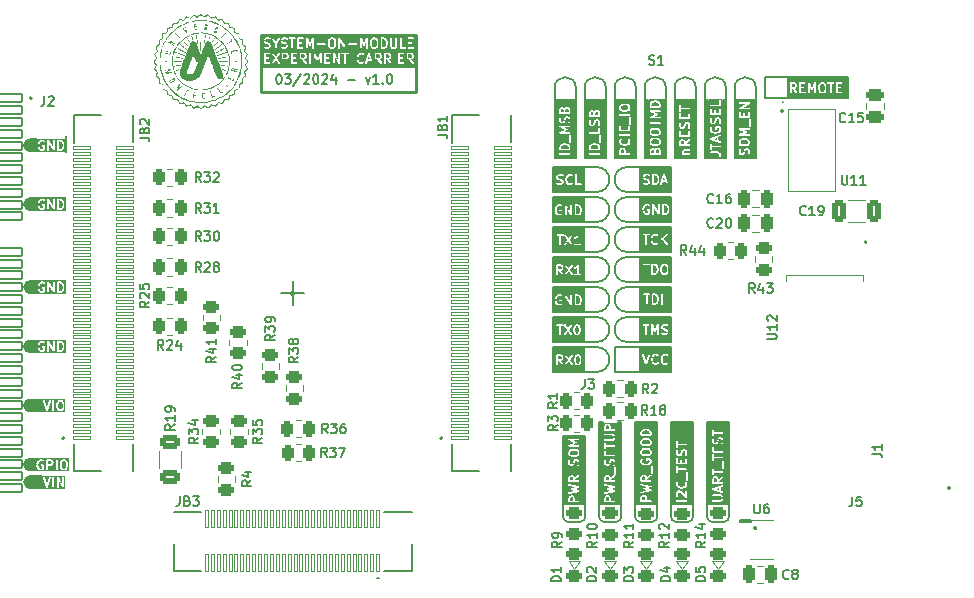
<source format=gto>
%TF.GenerationSoftware,KiCad,Pcbnew,9.0.1-9.0.1-0~ubuntu24.04.1*%
%TF.CreationDate,2025-04-13T10:11:15+02:00*%
%TF.ProjectId,som-exp-carrier,736f6d2d-6578-4702-9d63-617272696572,v1.0*%
%TF.SameCoordinates,Original*%
%TF.FileFunction,Legend,Top*%
%TF.FilePolarity,Positive*%
%FSLAX46Y46*%
G04 Gerber Fmt 4.6, Leading zero omitted, Abs format (unit mm)*
G04 Created by KiCad (PCBNEW 9.0.1-9.0.1-0~ubuntu24.04.1) date 2025-04-13 10:11:15*
%MOMM*%
%LPD*%
G01*
G04 APERTURE LIST*
G04 Aperture macros list*
%AMRoundRect*
0 Rectangle with rounded corners*
0 $1 Rounding radius*
0 $2 $3 $4 $5 $6 $7 $8 $9 X,Y pos of 4 corners*
0 Add a 4 corners polygon primitive as box body*
4,1,4,$2,$3,$4,$5,$6,$7,$8,$9,$2,$3,0*
0 Add four circle primitives for the rounded corners*
1,1,$1+$1,$2,$3*
1,1,$1+$1,$4,$5*
1,1,$1+$1,$6,$7*
1,1,$1+$1,$8,$9*
0 Add four rect primitives between the rounded corners*
20,1,$1+$1,$2,$3,$4,$5,0*
20,1,$1+$1,$4,$5,$6,$7,0*
20,1,$1+$1,$6,$7,$8,$9,0*
20,1,$1+$1,$8,$9,$2,$3,0*%
%AMFreePoly0*
4,1,19,-3.250000,0.250000,-3.229565,0.613885,-3.168516,0.973193,-3.067621,1.323407,-2.928149,1.660122,-2.751854,1.979104,-2.540952,2.276342,-2.298097,2.548097,-2.026342,2.790952,-1.729104,3.001854,-1.410122,3.178149,-1.073407,3.317621,-0.723193,3.418516,-0.363885,3.479565,0.000000,3.500000,3.250000,3.500000,3.250000,-3.500000,-3.250000,-3.500000,-3.250000,0.250000,-3.250000,0.250000,
$1*%
%AMFreePoly1*
4,1,19,-3.500000,3.000000,0.500000,3.000000,0.761467,2.988584,1.106653,2.938022,1.443634,2.847728,1.767855,2.718923,2.074930,2.553350,2.360706,2.353247,2.621320,2.121320,2.853247,1.860706,3.053350,1.574930,3.218923,1.267855,3.347728,0.943634,3.438022,0.606653,3.488584,0.261467,3.500000,0.000000,3.500000,-3.000000,-3.500000,-3.000000,-3.500000,3.000000,-3.500000,3.000000,
$1*%
G04 Aperture macros list end*
%ADD10C,0.150000*%
%ADD11C,0.254000*%
%ADD12C,0.565000*%
%ADD13C,0.295000*%
%ADD14C,0.100000*%
%ADD15C,0.120000*%
%ADD16C,0.200000*%
%ADD17C,0.000000*%
%ADD18C,0.300000*%
%ADD19R,1.400000X1.400000*%
%ADD20C,1.400000*%
%ADD21RoundRect,0.250000X-0.262500X-0.450000X0.262500X-0.450000X0.262500X0.450000X-0.262500X0.450000X0*%
%ADD22RoundRect,0.243750X0.456250X-0.243750X0.456250X0.243750X-0.456250X0.243750X-0.456250X-0.243750X0*%
%ADD23RoundRect,0.250000X-0.325000X-0.650000X0.325000X-0.650000X0.325000X0.650000X-0.325000X0.650000X0*%
%ADD24R,1.700000X1.700000*%
%ADD25O,1.700000X1.700000*%
%ADD26RoundRect,0.250000X0.262500X0.450000X-0.262500X0.450000X-0.262500X-0.450000X0.262500X-0.450000X0*%
%ADD27C,3.300000*%
%ADD28C,1.500000*%
%ADD29C,2.550000*%
%ADD30RoundRect,0.250000X0.250000X0.475000X-0.250000X0.475000X-0.250000X-0.475000X0.250000X-0.475000X0*%
%ADD31C,1.450000*%
%ADD32RoundRect,0.050000X-0.750000X0.150000X-0.750000X-0.150000X0.750000X-0.150000X0.750000X0.150000X0*%
%ADD33C,1.704000*%
%ADD34R,3.200000X3.200000*%
%ADD35C,3.200000*%
%ADD36C,4.500000*%
%ADD37RoundRect,0.250000X0.450000X-0.262500X0.450000X0.262500X-0.450000X0.262500X-0.450000X-0.262500X0*%
%ADD38FreePoly0,0.000000*%
%ADD39C,7.000000*%
%ADD40RoundRect,0.250000X-0.450000X0.262500X-0.450000X-0.262500X0.450000X-0.262500X0.450000X0.262500X0*%
%ADD41R,1.588999X0.847400*%
%ADD42R,2.094096X3.400000*%
%ADD43R,0.972299X0.558000*%
%ADD44RoundRect,0.250000X-0.475000X0.250000X-0.475000X-0.250000X0.475000X-0.250000X0.475000X0.250000X0*%
%ADD45RoundRect,0.250000X-0.625000X0.312500X-0.625000X-0.312500X0.625000X-0.312500X0.625000X0.312500X0*%
%ADD46RoundRect,0.050000X-0.150000X-0.750000X0.150000X-0.750000X0.150000X0.750000X-0.150000X0.750000X0*%
%ADD47FreePoly1,0.000000*%
%ADD48RoundRect,0.102000X-1.800000X0.350000X-1.800000X-0.350000X1.800000X-0.350000X1.800000X0.350000X0*%
%ADD49C,4.000000*%
%ADD50R,0.760000X2.000000*%
%ADD51R,7.100000X6.925000*%
G04 APERTURE END LIST*
D10*
X121425969Y-50963976D02*
X121425969Y-52744025D01*
X121425969Y-50963976D02*
X121415969Y-52734031D01*
X115385969Y-52754031D02*
X121425969Y-52754031D01*
X115385969Y-50953921D02*
X121425969Y-50963976D01*
X116385969Y-50963976D02*
X116385969Y-52744025D01*
G36*
X119379750Y-51538060D02*
G01*
X119432645Y-51590954D01*
X119463463Y-51714225D01*
X119463463Y-51962425D01*
X119432645Y-52085696D01*
X119379750Y-52138592D01*
X119330282Y-52163326D01*
X119213311Y-52163326D01*
X119163842Y-52138591D01*
X119110947Y-52085696D01*
X119080129Y-51962423D01*
X119080129Y-51714227D01*
X119110947Y-51590954D01*
X119163841Y-51538060D01*
X119213311Y-51513326D01*
X119330282Y-51513326D01*
X119379750Y-51538060D01*
G37*
G36*
X116941654Y-51538060D02*
G01*
X116962537Y-51558943D01*
X116987272Y-51608412D01*
X116987272Y-51687286D01*
X116962537Y-51736755D01*
X116941654Y-51757639D01*
X116892186Y-51782373D01*
X116680129Y-51782373D01*
X116680129Y-51513326D01*
X116892186Y-51513326D01*
X116941654Y-51538060D01*
G37*
G36*
X121034244Y-52402215D02*
G01*
X116441240Y-52402215D01*
X116441240Y-51438326D01*
X116530129Y-51438326D01*
X116530129Y-52238326D01*
X116531570Y-52252958D01*
X116542769Y-52279994D01*
X116563461Y-52300686D01*
X116590497Y-52311885D01*
X116619761Y-52311885D01*
X116646797Y-52300686D01*
X116667489Y-52279994D01*
X116678688Y-52252958D01*
X116680129Y-52238326D01*
X116680129Y-51932373D01*
X116756556Y-51932373D01*
X117000829Y-52281335D01*
X117010401Y-52292496D01*
X117035080Y-52308223D01*
X117063897Y-52313308D01*
X117092468Y-52306979D01*
X117116442Y-52290197D01*
X117132169Y-52265518D01*
X117137254Y-52236700D01*
X117130925Y-52208129D01*
X117123714Y-52195316D01*
X116936080Y-51927268D01*
X116943432Y-51924455D01*
X117019622Y-51886360D01*
X117025921Y-51882395D01*
X117027749Y-51881638D01*
X117029805Y-51879949D01*
X117032065Y-51878528D01*
X117033364Y-51877029D01*
X117039114Y-51872311D01*
X117077209Y-51834216D01*
X117081929Y-51828463D01*
X117083425Y-51827167D01*
X117084844Y-51824912D01*
X117086536Y-51822851D01*
X117087294Y-51821020D01*
X117091258Y-51814724D01*
X117129354Y-51738534D01*
X117134609Y-51724802D01*
X117134800Y-51722112D01*
X117135831Y-51719624D01*
X117137272Y-51704992D01*
X117137272Y-51590707D01*
X117135831Y-51576075D01*
X117134800Y-51573586D01*
X117134609Y-51570897D01*
X117129354Y-51557165D01*
X117091258Y-51480975D01*
X117087294Y-51474678D01*
X117086536Y-51472848D01*
X117084844Y-51470786D01*
X117083425Y-51468532D01*
X117081929Y-51467235D01*
X117077209Y-51461483D01*
X117054052Y-51438326D01*
X117330129Y-51438326D01*
X117330129Y-52238326D01*
X117331570Y-52252958D01*
X117342769Y-52279994D01*
X117363461Y-52300686D01*
X117390497Y-52311885D01*
X117405129Y-52313326D01*
X117786081Y-52313326D01*
X117800713Y-52311885D01*
X117827749Y-52300686D01*
X117848441Y-52279994D01*
X117859640Y-52252958D01*
X117859640Y-52223694D01*
X117848441Y-52196658D01*
X117827749Y-52175966D01*
X117800713Y-52164767D01*
X117786081Y-52163326D01*
X117480129Y-52163326D01*
X117480129Y-51894278D01*
X117671795Y-51894278D01*
X117686427Y-51892837D01*
X117713463Y-51881638D01*
X117734155Y-51860946D01*
X117745354Y-51833910D01*
X117745354Y-51804646D01*
X117734155Y-51777610D01*
X117713463Y-51756918D01*
X117686427Y-51745719D01*
X117671795Y-51744278D01*
X117480129Y-51744278D01*
X117480129Y-51513326D01*
X117786081Y-51513326D01*
X117800713Y-51511885D01*
X117827749Y-51500686D01*
X117848441Y-51479994D01*
X117859640Y-51452958D01*
X117859640Y-51438326D01*
X118053939Y-51438326D01*
X118053939Y-52238326D01*
X118055380Y-52252958D01*
X118066579Y-52279994D01*
X118087271Y-52300686D01*
X118114307Y-52311885D01*
X118143571Y-52311885D01*
X118170607Y-52300686D01*
X118191299Y-52279994D01*
X118202498Y-52252958D01*
X118203939Y-52238326D01*
X118203939Y-51776394D01*
X118327641Y-52041471D01*
X118330815Y-52046830D01*
X118331475Y-52048643D01*
X118332649Y-52049925D01*
X118335135Y-52054121D01*
X118343544Y-52061821D01*
X118351239Y-52070224D01*
X118354257Y-52071632D01*
X118356716Y-52073884D01*
X118367428Y-52077779D01*
X118377757Y-52082600D01*
X118381085Y-52082746D01*
X118384217Y-52083885D01*
X118395611Y-52083384D01*
X118406993Y-52083884D01*
X118410121Y-52082746D01*
X118413453Y-52082600D01*
X118423788Y-52077776D01*
X118434494Y-52073884D01*
X118436949Y-52071634D01*
X118439971Y-52070225D01*
X118447672Y-52061814D01*
X118456075Y-52054120D01*
X118458558Y-52049927D01*
X118459735Y-52048643D01*
X118460395Y-52046827D01*
X118463569Y-52041470D01*
X118587272Y-51776392D01*
X118587272Y-52238326D01*
X118588713Y-52252958D01*
X118599912Y-52279994D01*
X118620604Y-52300686D01*
X118647640Y-52311885D01*
X118676904Y-52311885D01*
X118703940Y-52300686D01*
X118724632Y-52279994D01*
X118735831Y-52252958D01*
X118737272Y-52238326D01*
X118737272Y-51704992D01*
X118930129Y-51704992D01*
X118930129Y-51971659D01*
X118930380Y-51974212D01*
X118930218Y-51975305D01*
X118931027Y-51980779D01*
X118931570Y-51986291D01*
X118931992Y-51987311D01*
X118932368Y-51989850D01*
X118970464Y-52142231D01*
X118975411Y-52156076D01*
X118978730Y-52160556D01*
X118980864Y-52165707D01*
X118990192Y-52177073D01*
X119066382Y-52253264D01*
X119072131Y-52257982D01*
X119073431Y-52259481D01*
X119075690Y-52260902D01*
X119077747Y-52262591D01*
X119079574Y-52263348D01*
X119085874Y-52267313D01*
X119162065Y-52305408D01*
X119175797Y-52310663D01*
X119178484Y-52310853D01*
X119180974Y-52311885D01*
X119195606Y-52313326D01*
X119347987Y-52313326D01*
X119362619Y-52311885D01*
X119365108Y-52310853D01*
X119367796Y-52310663D01*
X119381528Y-52305408D01*
X119457718Y-52267313D01*
X119464017Y-52263348D01*
X119465845Y-52262591D01*
X119467901Y-52260902D01*
X119470161Y-52259481D01*
X119471460Y-52257982D01*
X119477210Y-52253264D01*
X119553401Y-52177073D01*
X119562728Y-52165708D01*
X119564861Y-52160556D01*
X119568182Y-52156076D01*
X119573129Y-52142230D01*
X119611224Y-51989849D01*
X119611599Y-51987311D01*
X119612022Y-51986291D01*
X119612563Y-51980788D01*
X119613375Y-51975304D01*
X119613211Y-51974208D01*
X119613463Y-51971659D01*
X119613463Y-51704992D01*
X119613211Y-51702442D01*
X119613375Y-51701347D01*
X119612563Y-51695862D01*
X119612022Y-51690360D01*
X119611599Y-51689339D01*
X119611224Y-51686802D01*
X119573129Y-51534421D01*
X119568182Y-51520575D01*
X119564861Y-51516094D01*
X119562728Y-51510943D01*
X119553401Y-51499578D01*
X119477516Y-51423694D01*
X119693475Y-51423694D01*
X119693475Y-51452958D01*
X119704674Y-51479994D01*
X119725366Y-51500686D01*
X119752402Y-51511885D01*
X119767034Y-51513326D01*
X119920605Y-51513326D01*
X119920605Y-52238326D01*
X119922046Y-52252958D01*
X119933245Y-52279994D01*
X119953937Y-52300686D01*
X119980973Y-52311885D01*
X120010237Y-52311885D01*
X120037273Y-52300686D01*
X120057965Y-52279994D01*
X120069164Y-52252958D01*
X120070605Y-52238326D01*
X120070605Y-51513326D01*
X120224177Y-51513326D01*
X120238809Y-51511885D01*
X120265845Y-51500686D01*
X120286537Y-51479994D01*
X120297736Y-51452958D01*
X120297736Y-51438326D01*
X120415844Y-51438326D01*
X120415844Y-52238326D01*
X120417285Y-52252958D01*
X120428484Y-52279994D01*
X120449176Y-52300686D01*
X120476212Y-52311885D01*
X120490844Y-52313326D01*
X120871796Y-52313326D01*
X120886428Y-52311885D01*
X120913464Y-52300686D01*
X120934156Y-52279994D01*
X120945355Y-52252958D01*
X120945355Y-52223694D01*
X120934156Y-52196658D01*
X120913464Y-52175966D01*
X120886428Y-52164767D01*
X120871796Y-52163326D01*
X120565844Y-52163326D01*
X120565844Y-51894278D01*
X120757510Y-51894278D01*
X120772142Y-51892837D01*
X120799178Y-51881638D01*
X120819870Y-51860946D01*
X120831069Y-51833910D01*
X120831069Y-51804646D01*
X120819870Y-51777610D01*
X120799178Y-51756918D01*
X120772142Y-51745719D01*
X120757510Y-51744278D01*
X120565844Y-51744278D01*
X120565844Y-51513326D01*
X120871796Y-51513326D01*
X120886428Y-51511885D01*
X120913464Y-51500686D01*
X120934156Y-51479994D01*
X120945355Y-51452958D01*
X120945355Y-51423694D01*
X120934156Y-51396658D01*
X120913464Y-51375966D01*
X120886428Y-51364767D01*
X120871796Y-51363326D01*
X120490844Y-51363326D01*
X120476212Y-51364767D01*
X120449176Y-51375966D01*
X120428484Y-51396658D01*
X120417285Y-51423694D01*
X120415844Y-51438326D01*
X120297736Y-51438326D01*
X120297736Y-51423694D01*
X120286537Y-51396658D01*
X120265845Y-51375966D01*
X120238809Y-51364767D01*
X120224177Y-51363326D01*
X119767034Y-51363326D01*
X119752402Y-51364767D01*
X119725366Y-51375966D01*
X119704674Y-51396658D01*
X119693475Y-51423694D01*
X119477516Y-51423694D01*
X119477210Y-51423388D01*
X119471460Y-51418669D01*
X119470161Y-51417171D01*
X119467902Y-51415749D01*
X119465844Y-51414060D01*
X119464014Y-51413302D01*
X119457718Y-51409339D01*
X119381528Y-51371244D01*
X119367796Y-51365989D01*
X119365108Y-51365798D01*
X119362619Y-51364767D01*
X119347987Y-51363326D01*
X119195606Y-51363326D01*
X119180974Y-51364767D01*
X119178484Y-51365798D01*
X119175797Y-51365989D01*
X119162065Y-51371244D01*
X119085874Y-51409339D01*
X119079579Y-51413301D01*
X119077747Y-51414060D01*
X119075685Y-51415751D01*
X119073431Y-51417171D01*
X119072132Y-51418667D01*
X119066382Y-51423388D01*
X118990192Y-51499578D01*
X118980865Y-51510943D01*
X118978731Y-51516093D01*
X118975411Y-51520575D01*
X118970464Y-51534420D01*
X118932368Y-51686801D01*
X118931992Y-51689339D01*
X118931570Y-51690360D01*
X118931027Y-51695871D01*
X118930218Y-51701346D01*
X118930380Y-51702438D01*
X118930129Y-51704992D01*
X118737272Y-51704992D01*
X118737272Y-51438326D01*
X118736324Y-51428704D01*
X118736402Y-51426938D01*
X118736057Y-51425989D01*
X118735831Y-51423694D01*
X118730849Y-51411667D01*
X118726402Y-51399437D01*
X118725272Y-51398203D01*
X118724632Y-51396658D01*
X118715426Y-51387452D01*
X118706638Y-51377856D01*
X118705122Y-51377148D01*
X118703940Y-51375966D01*
X118691918Y-51370986D01*
X118680120Y-51365480D01*
X118678448Y-51365406D01*
X118676904Y-51364767D01*
X118663885Y-51364767D01*
X118650884Y-51364196D01*
X118649314Y-51364767D01*
X118647640Y-51364767D01*
X118635613Y-51369748D01*
X118623383Y-51374196D01*
X118622149Y-51375325D01*
X118620604Y-51375966D01*
X118611398Y-51385171D01*
X118601802Y-51393960D01*
X118600627Y-51395942D01*
X118599912Y-51396658D01*
X118599233Y-51398294D01*
X118594308Y-51406610D01*
X118395605Y-51832400D01*
X118196903Y-51406610D01*
X118191977Y-51398294D01*
X118191299Y-51396658D01*
X118190583Y-51395942D01*
X118189409Y-51393960D01*
X118179812Y-51385171D01*
X118170607Y-51375966D01*
X118169061Y-51375325D01*
X118167828Y-51374196D01*
X118155597Y-51369748D01*
X118143571Y-51364767D01*
X118141897Y-51364767D01*
X118140327Y-51364196D01*
X118127326Y-51364767D01*
X118114307Y-51364767D01*
X118112762Y-51365406D01*
X118111091Y-51365480D01*
X118099292Y-51370986D01*
X118087271Y-51375966D01*
X118086088Y-51377148D01*
X118084573Y-51377856D01*
X118075784Y-51387452D01*
X118066579Y-51396658D01*
X118065938Y-51398203D01*
X118064809Y-51399437D01*
X118060361Y-51411667D01*
X118055380Y-51423694D01*
X118055153Y-51425989D01*
X118054809Y-51426938D01*
X118054886Y-51428704D01*
X118053939Y-51438326D01*
X117859640Y-51438326D01*
X117859640Y-51423694D01*
X117848441Y-51396658D01*
X117827749Y-51375966D01*
X117800713Y-51364767D01*
X117786081Y-51363326D01*
X117405129Y-51363326D01*
X117390497Y-51364767D01*
X117363461Y-51375966D01*
X117342769Y-51396658D01*
X117331570Y-51423694D01*
X117330129Y-51438326D01*
X117054052Y-51438326D01*
X117039114Y-51423388D01*
X117033364Y-51418669D01*
X117032065Y-51417171D01*
X117029805Y-51415749D01*
X117027749Y-51414061D01*
X117025921Y-51413303D01*
X117019622Y-51409339D01*
X116943432Y-51371244D01*
X116929700Y-51365989D01*
X116927012Y-51365798D01*
X116924523Y-51364767D01*
X116909891Y-51363326D01*
X116605129Y-51363326D01*
X116590497Y-51364767D01*
X116563461Y-51375966D01*
X116542769Y-51396658D01*
X116531570Y-51423694D01*
X116530129Y-51438326D01*
X116441240Y-51438326D01*
X116441240Y-51274437D01*
X121034244Y-51274437D01*
X121034244Y-52402215D01*
G37*
X106445996Y-88144031D02*
X106445996Y-87654031D01*
X111405996Y-87669031D02*
X111405996Y-80184031D01*
X101725969Y-75899679D02*
X101725969Y-73808383D01*
X100825996Y-88604031D02*
G75*
G02*
X100365969Y-88144004I4J460031D01*
G01*
X106435969Y-68279679D02*
X103865969Y-68279679D01*
X103865969Y-66194031D01*
X106295969Y-66194031D01*
X106295969Y-66594031D01*
X103935969Y-66594031D01*
X103935969Y-67834031D01*
X106315969Y-67834031D01*
X106315969Y-66188015D01*
X106435969Y-66188015D01*
X106435969Y-68279679D01*
G36*
X106435969Y-68279679D02*
G01*
X103865969Y-68279679D01*
X103865969Y-66194031D01*
X106295969Y-66194031D01*
X106295969Y-66594031D01*
X103935969Y-66594031D01*
X103935969Y-67834031D01*
X106315969Y-67834031D01*
X106315969Y-66188015D01*
X106435969Y-66188015D01*
X106435969Y-68279679D01*
G37*
X111855914Y-51844031D02*
X111855914Y-57834031D01*
X104855997Y-88604031D02*
X103875997Y-88604031D01*
X99085969Y-65734031D02*
X96655969Y-65734031D01*
X96655969Y-65334031D01*
X98945969Y-65334031D01*
X98945969Y-64094031D01*
X96635969Y-64094031D01*
X96635969Y-65740047D01*
X96515969Y-65740047D01*
X96515969Y-63648383D01*
X99085969Y-63648383D01*
X99085969Y-65734031D01*
G36*
X99085969Y-65734031D02*
G01*
X96655969Y-65734031D01*
X96655969Y-65334031D01*
X98945969Y-65334031D01*
X98945969Y-64094031D01*
X96635969Y-64094031D01*
X96635969Y-65740047D01*
X96515969Y-65740047D01*
X96515969Y-63648383D01*
X99085969Y-63648383D01*
X99085969Y-65734031D01*
G37*
X52185969Y-61204031D02*
X52765969Y-61204031D01*
X52765969Y-62184031D01*
X52185969Y-62184031D01*
X52185969Y-61204031D01*
G36*
X52185969Y-61204031D02*
G01*
X52765969Y-61204031D01*
X52765969Y-62184031D01*
X52185969Y-62184031D01*
X52185969Y-61204031D01*
G37*
X99155914Y-51844031D02*
G75*
G02*
X100956024Y-51844031I900055J0D01*
G01*
X99225969Y-87669031D02*
X99225969Y-81354031D01*
X105315997Y-88144031D02*
X105315997Y-87669031D01*
X106435969Y-70819679D02*
X103865969Y-70819679D01*
X103865969Y-69134031D01*
X104005969Y-69134031D01*
X104005969Y-70374031D01*
X105915969Y-70374031D01*
X105915969Y-69134031D01*
X104005969Y-69134031D01*
X103865969Y-69134031D01*
X103865969Y-68734031D01*
X105915969Y-68734031D01*
X105915969Y-68728015D01*
X106435969Y-68728015D01*
X106435969Y-70819679D01*
G36*
X106435969Y-70819679D02*
G01*
X103865969Y-70819679D01*
X103865969Y-69134031D01*
X104005969Y-69134031D01*
X104005969Y-70374031D01*
X105915969Y-70374031D01*
X105915969Y-69134031D01*
X104005969Y-69134031D01*
X103865969Y-69134031D01*
X103865969Y-68734031D01*
X105915969Y-68734031D01*
X105915969Y-68728015D01*
X106435969Y-68728015D01*
X106435969Y-70819679D01*
G37*
X99225969Y-88144031D02*
X99225969Y-87669031D01*
X102745969Y-65739679D02*
G75*
G02*
X102745969Y-63648321I31J1045679D01*
G01*
D11*
X71765969Y-52204031D02*
X71765969Y-47374031D01*
D10*
X108345996Y-87669031D02*
X108345996Y-80184031D01*
X102755969Y-68728383D02*
X106435969Y-68728383D01*
X109315914Y-51844031D02*
G75*
G02*
X111116024Y-51844031I900055J0D01*
G01*
X102725969Y-61108383D02*
X106435969Y-61108383D01*
X99225969Y-88144031D02*
G75*
G02*
X98765942Y-88604069I-460069J31D01*
G01*
X99085969Y-60654031D02*
X96655969Y-60654031D01*
X96655969Y-60254031D01*
X99015969Y-60254031D01*
X99015969Y-59014031D01*
X96635969Y-59014031D01*
X96635969Y-60660047D01*
X96515969Y-60660047D01*
X96515969Y-58568383D01*
X99085969Y-58568383D01*
X99085969Y-60654031D01*
G36*
X99085969Y-60654031D02*
G01*
X96655969Y-60654031D01*
X96655969Y-60254031D01*
X99015969Y-60254031D01*
X99015969Y-59014031D01*
X96635969Y-59014031D01*
X96635969Y-60660047D01*
X96515969Y-60660047D01*
X96515969Y-58568383D01*
X99085969Y-58568383D01*
X99085969Y-60654031D01*
G37*
X106435969Y-65739679D02*
X103865969Y-65739679D01*
X103865969Y-63654031D01*
X106295969Y-63654031D01*
X106295969Y-64054031D01*
X103935969Y-64054031D01*
X103935969Y-65294031D01*
X106315969Y-65294031D01*
X106315969Y-63648015D01*
X106435969Y-63648015D01*
X106435969Y-65739679D01*
G36*
X106435969Y-65739679D02*
G01*
X103865969Y-65739679D01*
X103865969Y-63654031D01*
X106295969Y-63654031D01*
X106295969Y-64054031D01*
X103935969Y-64054031D01*
X103935969Y-65294031D01*
X106315969Y-65294031D01*
X106315969Y-63648015D01*
X106435969Y-63648015D01*
X106435969Y-65739679D01*
G37*
X105315997Y-88144031D02*
G75*
G02*
X104855970Y-88603997I-459997J31D01*
G01*
X102265996Y-88144031D02*
X102265996Y-87669031D01*
X98385969Y-57834031D02*
X96645920Y-57834031D01*
X96645920Y-57644031D01*
X96855969Y-57644031D01*
X98145969Y-57644031D01*
X98145969Y-53394031D01*
X96855969Y-53394031D01*
X96855969Y-57644031D01*
X96645920Y-57644031D01*
X96645920Y-53394031D01*
X96645969Y-53394031D01*
X96645920Y-53393982D01*
X96645920Y-52844031D01*
X98385969Y-52844031D01*
X98385969Y-57834031D01*
G36*
X98385969Y-57834031D02*
G01*
X96645920Y-57834031D01*
X96645920Y-57644031D01*
X96855969Y-57644031D01*
X98145969Y-57644031D01*
X98145969Y-53394031D01*
X96855969Y-53394031D01*
X96855969Y-57644031D01*
X96645920Y-57644031D01*
X96645920Y-53394031D01*
X96645969Y-53394031D01*
X96645920Y-53393982D01*
X96645920Y-52844031D01*
X98385969Y-52844031D01*
X98385969Y-57834031D01*
G37*
X96615914Y-51844031D02*
G75*
G02*
X98416024Y-51844031I900055J0D01*
G01*
X97785969Y-88604031D02*
G75*
G02*
X97325969Y-88144004I31J460031D01*
G01*
X108576024Y-51844031D02*
X108576024Y-57834031D01*
X108545969Y-57834031D02*
X106805920Y-57834031D01*
X106805920Y-57644031D01*
X107015969Y-57644031D01*
X108205969Y-57644031D01*
X108205969Y-53172439D01*
X107015969Y-53172439D01*
X107015969Y-57644031D01*
X106805920Y-57644031D01*
X106805920Y-53094031D01*
X106805920Y-52844031D01*
X108545969Y-52844031D01*
X108545969Y-57834031D01*
G36*
X108545969Y-57834031D02*
G01*
X106805920Y-57834031D01*
X106805920Y-57644031D01*
X107015969Y-57644031D01*
X108205969Y-57644031D01*
X108205969Y-53172439D01*
X107015969Y-53172439D01*
X107015969Y-57644031D01*
X106805920Y-57644031D01*
X106805920Y-53094031D01*
X106805920Y-52844031D01*
X108545969Y-52844031D01*
X108545969Y-57834031D01*
G37*
X100185969Y-63199679D02*
X96515969Y-63199679D01*
X113656024Y-51844031D02*
X113656024Y-57834031D01*
X100225969Y-61108383D02*
X96515969Y-61108383D01*
X96615914Y-51844031D02*
X96615914Y-57834031D01*
X106445996Y-87654031D02*
X106445996Y-80184031D01*
X100365996Y-87654031D02*
X100365996Y-80184031D01*
D11*
X84855969Y-50014031D02*
X71765969Y-50014031D01*
D10*
X100205969Y-58568383D02*
G75*
G02*
X100205969Y-60659617I31J-1045617D01*
G01*
X100205969Y-58568383D02*
X96515969Y-58568383D01*
X106005969Y-57834031D02*
X104265920Y-57834031D01*
X104265920Y-52854031D01*
X104535969Y-52854031D01*
X104535969Y-57644031D01*
X105733325Y-57644031D01*
X105733325Y-52844031D01*
X106005969Y-52844031D01*
X106005969Y-57834031D01*
G36*
X106005969Y-57834031D02*
G01*
X104265920Y-57834031D01*
X104265920Y-52854031D01*
X104535969Y-52854031D01*
X104535969Y-57644031D01*
X105733325Y-57644031D01*
X105733325Y-52844031D01*
X106005969Y-52844031D01*
X106005969Y-57834031D01*
G37*
X110945996Y-88604031D02*
X109965996Y-88604031D01*
X74425969Y-69234031D02*
X74425969Y-68234031D01*
X111085969Y-57834031D02*
X109345920Y-57834031D01*
X109345920Y-52864031D01*
X109615969Y-52864031D01*
X109615969Y-57774031D01*
X110845969Y-57774031D01*
X110845969Y-52844031D01*
X111085969Y-52844031D01*
X111085969Y-57834031D01*
G36*
X111085969Y-57834031D02*
G01*
X109345920Y-57834031D01*
X109345920Y-52864031D01*
X109615969Y-52864031D01*
X109615969Y-57774031D01*
X110845969Y-57774031D01*
X110845969Y-52844031D01*
X111085969Y-52844031D01*
X111085969Y-57834031D01*
G37*
X102755969Y-71268383D02*
X106435969Y-71268383D01*
X111405996Y-88144031D02*
G75*
G02*
X110945969Y-88603996I-459996J31D01*
G01*
X109965996Y-88604031D02*
G75*
G02*
X109505969Y-88144004I4J460031D01*
G01*
X98765969Y-88604031D02*
X97785969Y-88604031D01*
X99085969Y-75894031D02*
X96655969Y-75894031D01*
X96655969Y-75494031D01*
X98925969Y-75494031D01*
X98925969Y-74254031D01*
X96635969Y-74254031D01*
X96635969Y-75900047D01*
X96515969Y-75900047D01*
X96515969Y-73808383D01*
X99085969Y-73808383D01*
X99085969Y-75894031D01*
G36*
X99085969Y-75894031D02*
G01*
X96655969Y-75894031D01*
X96655969Y-75494031D01*
X98925969Y-75494031D01*
X98925969Y-74254031D01*
X96635969Y-74254031D01*
X96635969Y-75900047D01*
X96515969Y-75900047D01*
X96515969Y-73808383D01*
X99085969Y-73808383D01*
X99085969Y-75894031D01*
G37*
X106036024Y-51844031D02*
X106036024Y-57834031D01*
X116355969Y-50953976D02*
X116355969Y-52753976D01*
X104235914Y-51844031D02*
G75*
G02*
X106036024Y-51844031I900055J0D01*
G01*
X102745969Y-68279679D02*
G75*
G02*
X102745969Y-66188321I31J1045679D01*
G01*
X102265996Y-87669031D02*
X102265996Y-80184031D01*
X108335996Y-87064031D02*
X108035996Y-87064031D01*
X106460348Y-87064031D01*
X106460348Y-87024031D01*
X106755996Y-87024031D01*
X108035996Y-87024031D01*
X108035996Y-81634031D01*
X106755996Y-81634031D01*
X106755996Y-87024031D01*
X106460348Y-87024031D01*
X106460348Y-80184031D01*
X108335996Y-80184031D01*
X108335996Y-87064031D01*
G36*
X108335996Y-87064031D02*
G01*
X108035996Y-87064031D01*
X106460348Y-87064031D01*
X106460348Y-87024031D01*
X106755996Y-87024031D01*
X108035996Y-87024031D01*
X108035996Y-81634031D01*
X106755996Y-81634031D01*
X106755996Y-87024031D01*
X106460348Y-87024031D01*
X106460348Y-80184031D01*
X108335996Y-80184031D01*
X108335996Y-87064031D01*
G37*
X103465969Y-57834031D02*
X101725920Y-57834031D01*
X101725920Y-57644031D01*
X101935969Y-57644031D01*
X103225969Y-57644031D01*
X103225969Y-53074031D01*
X101935969Y-53074031D01*
X101935969Y-57644031D01*
X101725920Y-57644031D01*
X101725920Y-53044031D01*
X101725920Y-52844031D01*
X103465969Y-52844031D01*
X103465969Y-57834031D01*
G36*
X103465969Y-57834031D02*
G01*
X101725920Y-57834031D01*
X101725920Y-57644031D01*
X101935969Y-57644031D01*
X103225969Y-57644031D01*
X103225969Y-53074031D01*
X101935969Y-53074031D01*
X101935969Y-57644031D01*
X101725920Y-57644031D01*
X101725920Y-53044031D01*
X101725920Y-52844031D01*
X103465969Y-52844031D01*
X103465969Y-57834031D01*
G37*
X102745969Y-75899679D02*
X101725969Y-75899679D01*
X101805996Y-88604031D02*
X100825996Y-88604031D01*
D12*
X52468469Y-56714031D02*
G75*
G02*
X51903469Y-56714031I-282500J0D01*
G01*
X51903469Y-56714031D02*
G75*
G02*
X52468469Y-56714031I282500J0D01*
G01*
D11*
X84865969Y-47374031D02*
X71765969Y-47374031D01*
D10*
X100205969Y-68728383D02*
G75*
G02*
X100205969Y-70819617I31J-1045617D01*
G01*
X106775914Y-51844031D02*
X106775914Y-57834031D01*
D12*
X52468469Y-68714031D02*
G75*
G02*
X51903469Y-68714031I-282500J0D01*
G01*
X51903469Y-68714031D02*
G75*
G02*
X52468469Y-68714031I282500J0D01*
G01*
D10*
X102745969Y-73359679D02*
G75*
G02*
X102745969Y-71268321I31J1045679D01*
G01*
X102725969Y-73808383D02*
X106435969Y-73808383D01*
X107885996Y-88604031D02*
X106905996Y-88604031D01*
X109505996Y-87654031D02*
X109505996Y-80184031D01*
X106435969Y-60659679D02*
X103865969Y-60659679D01*
X103865969Y-58574031D01*
X106295969Y-58574031D01*
X106295969Y-58974031D01*
X103935969Y-58974031D01*
X103935969Y-60214031D01*
X106315969Y-60214031D01*
X106315969Y-58568015D01*
X106435969Y-58568015D01*
X106435969Y-60659679D01*
G36*
X106435969Y-60659679D02*
G01*
X103865969Y-60659679D01*
X103865969Y-58574031D01*
X106295969Y-58574031D01*
X106295969Y-58974031D01*
X103935969Y-58974031D01*
X103935969Y-60214031D01*
X106315969Y-60214031D01*
X106315969Y-58568015D01*
X106435969Y-58568015D01*
X106435969Y-60659679D01*
G37*
X97325969Y-88144031D02*
X97325969Y-87654031D01*
D12*
X52468469Y-61694031D02*
G75*
G02*
X51903469Y-61694031I-282500J0D01*
G01*
X51903469Y-61694031D02*
G75*
G02*
X52468469Y-61694031I282500J0D01*
G01*
D10*
X106435969Y-73359679D02*
X103865969Y-73359679D01*
X103865969Y-71274031D01*
X106295969Y-71274031D01*
X106295969Y-71674031D01*
X103935969Y-71674031D01*
X103935969Y-72914031D01*
X106315969Y-72914031D01*
X106315969Y-71268015D01*
X106435969Y-71268015D01*
X106435969Y-73359679D01*
G36*
X106435969Y-73359679D02*
G01*
X103865969Y-73359679D01*
X103865969Y-71274031D01*
X106295969Y-71274031D01*
X106295969Y-71674031D01*
X103935969Y-71674031D01*
X103935969Y-72914031D01*
X106315969Y-72914031D01*
X106315969Y-71268015D01*
X106435969Y-71268015D01*
X106435969Y-73359679D01*
G37*
X102745969Y-70819679D02*
G75*
G02*
X102745969Y-68728321I31J1045679D01*
G01*
X102745969Y-63199679D02*
X106435969Y-63199679D01*
X102725969Y-63648383D02*
X106435969Y-63648383D01*
D11*
X84875969Y-52204031D02*
X71765969Y-52204031D01*
D10*
X98416024Y-51844031D02*
X98416024Y-57834031D01*
X100205969Y-60659679D02*
X96515969Y-60659679D01*
X52185969Y-78254031D02*
X53215969Y-78254031D01*
X53215969Y-79234031D01*
X52185969Y-79234031D01*
X52185969Y-78254031D01*
G36*
X52185969Y-78254031D02*
G01*
X53215969Y-78254031D01*
X53215969Y-79234031D01*
X52185969Y-79234031D01*
X52185969Y-78254031D01*
G37*
X74425969Y-69234031D02*
X75425969Y-69234031D01*
X100205969Y-63648383D02*
G75*
G02*
X100205969Y-65739617I31J-1045617D01*
G01*
X99155914Y-51844031D02*
X99155914Y-57834031D01*
X109505996Y-88144031D02*
X109505996Y-87654031D01*
X102755969Y-68279679D02*
X106435969Y-68279679D01*
X102755969Y-60659679D02*
X106435969Y-60659679D01*
X106905996Y-88604031D02*
G75*
G02*
X106445969Y-88144004I4J460031D01*
G01*
X102745969Y-70819679D02*
X106435969Y-70819679D01*
X113625969Y-57834031D02*
X111885920Y-57834031D01*
X111885920Y-57644031D01*
X112095969Y-57644031D01*
X113385969Y-57644031D01*
X113385969Y-52954031D01*
X112095969Y-52954031D01*
X112095969Y-57644031D01*
X111885920Y-57644031D01*
X111885920Y-52944031D01*
X111885920Y-52844031D01*
X113625969Y-52844031D01*
X113625969Y-57834031D01*
G36*
X113625969Y-57834031D02*
G01*
X111885920Y-57834031D01*
X111885920Y-57644031D01*
X112095969Y-57644031D01*
X113385969Y-57644031D01*
X113385969Y-52954031D01*
X112095969Y-52954031D01*
X112095969Y-57644031D01*
X111885920Y-57644031D01*
X111885920Y-52944031D01*
X111885920Y-52844031D01*
X113625969Y-52844031D01*
X113625969Y-57834031D01*
G37*
X106435969Y-75899679D02*
X103865969Y-75899679D01*
X103865969Y-73814031D01*
X106295969Y-73814031D01*
X106295969Y-74214031D01*
X103935969Y-74214031D01*
X103935969Y-75454031D01*
X106315969Y-75454031D01*
X106315969Y-73808015D01*
X106435969Y-73808015D01*
X106435969Y-75899679D01*
G36*
X106435969Y-75899679D02*
G01*
X103865969Y-75899679D01*
X103865969Y-73814031D01*
X106295969Y-73814031D01*
X106295969Y-74214031D01*
X103935969Y-74214031D01*
X103935969Y-75454031D01*
X106315969Y-75454031D01*
X106315969Y-73808015D01*
X106435969Y-73808015D01*
X106435969Y-75899679D01*
G37*
X101695914Y-51844031D02*
G75*
G02*
X103496024Y-51844031I900055J0D01*
G01*
D13*
X74573469Y-69234031D02*
G75*
G02*
X74278469Y-69234031I-147500J0D01*
G01*
X74278469Y-69234031D02*
G75*
G02*
X74573469Y-69234031I147500J0D01*
G01*
D10*
X105305997Y-87064031D02*
X105005997Y-87064031D01*
X103430349Y-87064031D01*
X103430349Y-87024031D01*
X103725997Y-87024031D01*
X105005997Y-87024031D01*
X105005997Y-80554031D01*
X103725997Y-80554031D01*
X103725997Y-87024031D01*
X103430349Y-87024031D01*
X103430349Y-80184031D01*
X105305997Y-80184031D01*
X105305997Y-87064031D01*
G36*
X105305997Y-87064031D02*
G01*
X105005997Y-87064031D01*
X103430349Y-87064031D01*
X103430349Y-87024031D01*
X103725997Y-87024031D01*
X105005997Y-87024031D01*
X105005997Y-80554031D01*
X103725997Y-80554031D01*
X103725997Y-87024031D01*
X103430349Y-87024031D01*
X103430349Y-80184031D01*
X105305997Y-80184031D01*
X105305997Y-87064031D01*
G37*
X102755969Y-65739679D02*
X106435969Y-65739679D01*
X104235914Y-51844031D02*
X104235914Y-57834031D01*
X102255996Y-87064031D02*
X101955996Y-87064031D01*
X100380348Y-87064031D01*
X100380348Y-80184031D01*
X100675996Y-80184031D01*
X100675996Y-87024031D01*
X101955996Y-87024031D01*
X101955996Y-80184031D01*
X102255996Y-80184031D01*
X102255996Y-87064031D01*
G36*
X102255996Y-87064031D02*
G01*
X101955996Y-87064031D01*
X100380348Y-87064031D01*
X100380348Y-80184031D01*
X100675996Y-80184031D01*
X100675996Y-87024031D01*
X101955996Y-87024031D01*
X101955996Y-80184031D01*
X102255996Y-80184031D01*
X102255996Y-87064031D01*
G37*
X101695914Y-51844031D02*
X101695914Y-57834031D01*
X100215969Y-68279679D02*
X96515969Y-68279679D01*
X105315997Y-87669031D02*
X105315997Y-80184031D01*
X99085969Y-73354031D02*
X96655969Y-73354031D01*
X96655969Y-72954031D01*
X98925969Y-72954031D01*
X98925969Y-71714031D01*
X96635969Y-71714031D01*
X96635969Y-73360047D01*
X96515969Y-73360047D01*
X96515969Y-71268383D01*
X99085969Y-71268383D01*
X99085969Y-73354031D01*
G36*
X99085969Y-73354031D02*
G01*
X96655969Y-73354031D01*
X96655969Y-72954031D01*
X98925969Y-72954031D01*
X98925969Y-71714031D01*
X96635969Y-71714031D01*
X96635969Y-73360047D01*
X96515969Y-73360047D01*
X96515969Y-71268383D01*
X99085969Y-71268383D01*
X99085969Y-73354031D01*
G37*
D11*
X84875969Y-47374031D02*
X84875969Y-52204031D01*
D10*
X100195969Y-75899679D02*
X96515969Y-75899679D01*
X103415997Y-88144031D02*
X103415997Y-87654031D01*
X108345996Y-88144031D02*
X108345996Y-87669031D01*
X99085969Y-70814031D02*
X96655969Y-70814031D01*
X96655969Y-70414031D01*
X99015969Y-70414031D01*
X99015969Y-69174031D01*
X96535969Y-69174031D01*
X96535969Y-70820047D01*
X96515969Y-70820047D01*
X96515969Y-68728383D01*
X99085969Y-68728383D01*
X99085969Y-70814031D01*
G36*
X99085969Y-70814031D02*
G01*
X96655969Y-70814031D01*
X96655969Y-70414031D01*
X99015969Y-70414031D01*
X99015969Y-69174031D01*
X96535969Y-69174031D01*
X96535969Y-70820047D01*
X96515969Y-70820047D01*
X96515969Y-68728383D01*
X99085969Y-68728383D01*
X99085969Y-70814031D01*
G37*
X74425969Y-69234031D02*
X74425969Y-70234031D01*
X52185969Y-73244031D02*
X52765969Y-73244031D01*
X52765969Y-74224031D01*
X52185969Y-74224031D01*
X52185969Y-73244031D01*
G36*
X52185969Y-73244031D02*
G01*
X52765969Y-73244031D01*
X52765969Y-74224031D01*
X52185969Y-74224031D01*
X52185969Y-73244031D01*
G37*
X100365996Y-88144031D02*
X100365996Y-87654031D01*
X100235969Y-66188383D02*
X96515969Y-66188383D01*
X100215969Y-71268383D02*
X96515969Y-71268383D01*
X100215969Y-73808383D02*
X96515969Y-73808383D01*
X100205969Y-65739679D02*
X96515969Y-65739679D01*
X73425969Y-69234031D02*
X74425969Y-69234031D01*
X52195969Y-84744031D02*
X53225969Y-84744031D01*
X53225969Y-85724031D01*
X52195969Y-85724031D01*
X52195969Y-84744031D01*
G36*
X52195969Y-84744031D02*
G01*
X53225969Y-84744031D01*
X53225969Y-85724031D01*
X52195969Y-85724031D01*
X52195969Y-84744031D01*
G37*
X52190569Y-83264031D02*
X52625969Y-83264031D01*
X52625969Y-84244031D01*
X52190569Y-84244031D01*
X52190569Y-83264031D01*
G36*
X52190569Y-83264031D02*
G01*
X52625969Y-83264031D01*
X52625969Y-84244031D01*
X52190569Y-84244031D01*
X52190569Y-83264031D01*
G37*
X102725969Y-75899679D02*
X106435969Y-75899679D01*
X106435969Y-63199679D02*
X103865969Y-63199679D01*
X103865969Y-61114031D01*
X106295969Y-61114031D01*
X106295969Y-61514031D01*
X103905969Y-61514031D01*
X103905969Y-62754031D01*
X106405969Y-62754031D01*
X106405969Y-61108015D01*
X106435969Y-61108015D01*
X106435969Y-63199679D01*
G36*
X106435969Y-63199679D02*
G01*
X103865969Y-63199679D01*
X103865969Y-61114031D01*
X106295969Y-61114031D01*
X106295969Y-61514031D01*
X103905969Y-61514031D01*
X103905969Y-62754031D01*
X106405969Y-62754031D01*
X106405969Y-61108015D01*
X106435969Y-61108015D01*
X106435969Y-63199679D01*
G37*
X111405996Y-88144031D02*
X111405996Y-87669031D01*
X108345996Y-88144031D02*
G75*
G02*
X107885969Y-88603996I-459996J31D01*
G01*
X102745969Y-63199679D02*
G75*
G02*
X102745969Y-61108321I31J1045679D01*
G01*
D12*
X52468469Y-78744031D02*
G75*
G02*
X51903469Y-78744031I-282500J0D01*
G01*
X51903469Y-78744031D02*
G75*
G02*
X52468469Y-78744031I282500J0D01*
G01*
D10*
X114415969Y-52754031D02*
X114415969Y-50953921D01*
X100215969Y-63648383D02*
X96515969Y-63648383D01*
X102765969Y-58568383D02*
X106435969Y-58568383D01*
X52185969Y-56224031D02*
X52765969Y-56224031D01*
X52765969Y-57204031D01*
X52185969Y-57204031D01*
X52185969Y-56224031D01*
G36*
X52185969Y-56224031D02*
G01*
X52765969Y-56224031D01*
X52765969Y-57204031D01*
X52185969Y-57204031D01*
X52185969Y-56224031D01*
G37*
X99085969Y-68274031D02*
X96655969Y-68274031D01*
X96655969Y-67874031D01*
X99015969Y-67874031D01*
X99015969Y-66634031D01*
X96635969Y-66634031D01*
X96635969Y-68280047D01*
X96515969Y-68280047D01*
X96515969Y-66188383D01*
X99085969Y-66188383D01*
X99085969Y-68274031D01*
G36*
X99085969Y-68274031D02*
G01*
X96655969Y-68274031D01*
X96655969Y-67874031D01*
X99015969Y-67874031D01*
X99015969Y-66634031D01*
X96635969Y-66634031D01*
X96635969Y-68280047D01*
X96515969Y-68280047D01*
X96515969Y-66188383D01*
X99085969Y-66188383D01*
X99085969Y-68274031D01*
G37*
X100205969Y-70819679D02*
X96515969Y-70819679D01*
X102745969Y-66188383D02*
X106435969Y-66188383D01*
X100205969Y-73808383D02*
G75*
G02*
X100205969Y-75899617I31J-1045617D01*
G01*
X100925969Y-57834031D02*
X99185920Y-57834031D01*
X99185920Y-57644031D01*
X99395969Y-57644031D01*
X100685969Y-57644031D01*
X100685969Y-53594031D01*
X99395969Y-53594031D01*
X99395969Y-57644031D01*
X99185920Y-57644031D01*
X99185920Y-53394031D01*
X99185969Y-53394031D01*
X99185920Y-53393982D01*
X99185920Y-52844031D01*
X100925969Y-52844031D01*
X100925969Y-57834031D01*
G36*
X100925969Y-57834031D02*
G01*
X99185920Y-57834031D01*
X99185920Y-57644031D01*
X99395969Y-57644031D01*
X100685969Y-57644031D01*
X100685969Y-53594031D01*
X99395969Y-53594031D01*
X99395969Y-57644031D01*
X99185920Y-57644031D01*
X99185920Y-53394031D01*
X99185969Y-53394031D01*
X99185920Y-53393982D01*
X99185920Y-52844031D01*
X100925969Y-52844031D01*
X100925969Y-57834031D01*
G37*
X102745969Y-60659679D02*
G75*
G02*
X102745969Y-58568321I31J1045679D01*
G01*
X115385969Y-52754031D02*
X114415969Y-52754031D01*
X100205969Y-66188383D02*
G75*
G02*
X100205969Y-68279617I31J-1045617D01*
G01*
X99085969Y-63194031D02*
X96655969Y-63194031D01*
X96655969Y-62794031D01*
X99015969Y-62794031D01*
X99015969Y-61554031D01*
X96545969Y-61554031D01*
X96545969Y-63200047D01*
X96515969Y-63200047D01*
X96515969Y-61108383D01*
X99085969Y-61108383D01*
X99085969Y-63194031D01*
G36*
X99085969Y-63194031D02*
G01*
X96655969Y-63194031D01*
X96655969Y-62794031D01*
X99015969Y-62794031D01*
X99015969Y-61554031D01*
X96545969Y-61554031D01*
X96545969Y-63200047D01*
X96515969Y-63200047D01*
X96515969Y-61108383D01*
X99085969Y-61108383D01*
X99085969Y-63194031D01*
G37*
X109315914Y-51844031D02*
X109315914Y-57834031D01*
X52185969Y-68224031D02*
X52765969Y-68224031D01*
X52765969Y-69204031D01*
X52185969Y-69204031D01*
X52185969Y-68224031D01*
G36*
X52185969Y-68224031D02*
G01*
X52765969Y-68224031D01*
X52765969Y-69204031D01*
X52185969Y-69204031D01*
X52185969Y-68224031D01*
G37*
D12*
X52478469Y-85234031D02*
G75*
G02*
X51913469Y-85234031I-282500J0D01*
G01*
X51913469Y-85234031D02*
G75*
G02*
X52478469Y-85234031I282500J0D01*
G01*
D10*
X115385969Y-50953921D02*
X114415969Y-50953921D01*
X102745969Y-73808383D02*
X101725969Y-73808383D01*
X111116024Y-51844031D02*
X111116024Y-57834031D01*
X100205969Y-61108383D02*
G75*
G02*
X100205969Y-63199617I31J-1045617D01*
G01*
X103415997Y-87654031D02*
X103415997Y-80184031D01*
X111395996Y-87064031D02*
X111095996Y-87064031D01*
X109520348Y-87064031D01*
X109520348Y-87024031D01*
X109815996Y-87024031D01*
X111095996Y-87024031D01*
X111095996Y-80634031D01*
X109815996Y-80634031D01*
X109815996Y-87024031D01*
X109520348Y-87024031D01*
X109520348Y-80184031D01*
X111395996Y-80184031D01*
X111395996Y-87064031D01*
G36*
X111395996Y-87064031D02*
G01*
X111095996Y-87064031D01*
X109520348Y-87064031D01*
X109520348Y-87024031D01*
X109815996Y-87024031D01*
X111095996Y-87024031D01*
X111095996Y-80634031D01*
X109815996Y-80634031D01*
X109815996Y-87024031D01*
X109520348Y-87024031D01*
X109520348Y-80184031D01*
X111395996Y-80184031D01*
X111395996Y-87064031D01*
G37*
X121425969Y-52744025D02*
X116385969Y-52744025D01*
X116385969Y-52413976D01*
X121105969Y-52413976D01*
X121105969Y-51223976D01*
X116385969Y-51223976D01*
X116385969Y-50963976D01*
X121425969Y-50963976D01*
X121425969Y-52744025D01*
G36*
X121425969Y-52744025D02*
G01*
X116385969Y-52744025D01*
X116385969Y-52413976D01*
X121105969Y-52413976D01*
X121105969Y-51223976D01*
X116385969Y-51223976D01*
X116385969Y-50963976D01*
X121425969Y-50963976D01*
X121425969Y-52744025D01*
G37*
X99215969Y-87064031D02*
X98915969Y-87064031D01*
X97340321Y-87064031D01*
X97340321Y-87024031D01*
X97635969Y-87024031D01*
X98915969Y-87024031D01*
X98915969Y-81424031D01*
X97635969Y-81424031D01*
X97635969Y-87024031D01*
X97340321Y-87024031D01*
X97340321Y-81354031D01*
X99215969Y-81354031D01*
X99215969Y-87064031D01*
G36*
X99215969Y-87064031D02*
G01*
X98915969Y-87064031D01*
X97340321Y-87064031D01*
X97340321Y-87024031D01*
X97635969Y-87024031D01*
X98915969Y-87024031D01*
X98915969Y-81424031D01*
X97635969Y-81424031D01*
X97635969Y-87024031D01*
X97340321Y-87024031D01*
X97340321Y-81354031D01*
X99215969Y-81354031D01*
X99215969Y-87064031D01*
G37*
X103875997Y-88604031D02*
G75*
G02*
X103415969Y-88144004I3J460031D01*
G01*
X100956024Y-51844031D02*
X100956024Y-57834031D01*
X100205969Y-68728383D02*
X96515969Y-68728383D01*
X106775914Y-51844031D02*
G75*
G02*
X108576024Y-51844031I900055J0D01*
G01*
X102755969Y-73359679D02*
X106435969Y-73359679D01*
X97325969Y-87654031D02*
X97325969Y-81354031D01*
D12*
X52468469Y-73734031D02*
G75*
G02*
X51903469Y-73734031I-282500J0D01*
G01*
X51903469Y-73734031D02*
G75*
G02*
X52468469Y-73734031I282500J0D01*
G01*
D10*
X100185969Y-73359679D02*
X96515969Y-73359679D01*
D12*
X52468469Y-83754031D02*
G75*
G02*
X51903469Y-83754031I-282500J0D01*
G01*
X51903469Y-83754031D02*
G75*
G02*
X52468469Y-83754031I282500J0D01*
G01*
D10*
X55285969Y-57244031D02*
X55285969Y-55964031D01*
X103496024Y-51844031D02*
X103496024Y-57834031D01*
X102265996Y-88144031D02*
G75*
G02*
X101805969Y-88603996I-459996J31D01*
G01*
X100205969Y-71268383D02*
G75*
G02*
X100205969Y-73359617I31J-1045617D01*
G01*
X111855914Y-51844031D02*
G75*
G02*
X113656024Y-51844031I900055J0D01*
G01*
G36*
X97151654Y-66958060D02*
G01*
X97172537Y-66978943D01*
X97197272Y-67028412D01*
X97197272Y-67107286D01*
X97172537Y-67156755D01*
X97151654Y-67177639D01*
X97102186Y-67202373D01*
X96890129Y-67202373D01*
X96890129Y-66933326D01*
X97102186Y-66933326D01*
X97151654Y-66958060D01*
G37*
G36*
X98958529Y-67822215D02*
G01*
X96651240Y-67822215D01*
X96651240Y-66858326D01*
X96740129Y-66858326D01*
X96740129Y-67658326D01*
X96741570Y-67672958D01*
X96752769Y-67699994D01*
X96773461Y-67720686D01*
X96800497Y-67731885D01*
X96829761Y-67731885D01*
X96856797Y-67720686D01*
X96877489Y-67699994D01*
X96888688Y-67672958D01*
X96890129Y-67658326D01*
X96890129Y-67352373D01*
X96966556Y-67352373D01*
X97210829Y-67701335D01*
X97220401Y-67712496D01*
X97245080Y-67728223D01*
X97273897Y-67733308D01*
X97302468Y-67726979D01*
X97326442Y-67710197D01*
X97342169Y-67685518D01*
X97347254Y-67656700D01*
X97340925Y-67628129D01*
X97333714Y-67615316D01*
X97146080Y-67347268D01*
X97153432Y-67344455D01*
X97229622Y-67306360D01*
X97235921Y-67302395D01*
X97237749Y-67301638D01*
X97239805Y-67299949D01*
X97242065Y-67298528D01*
X97243364Y-67297029D01*
X97249114Y-67292311D01*
X97287209Y-67254216D01*
X97291929Y-67248463D01*
X97293425Y-67247167D01*
X97294844Y-67244912D01*
X97296536Y-67242851D01*
X97297294Y-67241020D01*
X97301258Y-67234724D01*
X97339354Y-67158534D01*
X97344609Y-67144802D01*
X97344800Y-67142112D01*
X97345831Y-67139624D01*
X97347272Y-67124992D01*
X97347272Y-67010707D01*
X97345831Y-66996075D01*
X97344800Y-66993586D01*
X97344609Y-66990897D01*
X97339354Y-66977165D01*
X97301258Y-66900975D01*
X97297294Y-66894678D01*
X97296536Y-66892848D01*
X97294844Y-66890786D01*
X97293425Y-66888532D01*
X97291929Y-66887235D01*
X97287209Y-66881483D01*
X97263973Y-66858247D01*
X97463938Y-66858247D01*
X97469617Y-66886955D01*
X97476534Y-66899929D01*
X97715465Y-67258326D01*
X97476534Y-67616723D01*
X97469617Y-67629697D01*
X97463938Y-67658405D01*
X97469677Y-67687099D01*
X97485960Y-67711414D01*
X97510309Y-67727647D01*
X97539017Y-67733326D01*
X97567711Y-67727587D01*
X97592026Y-67711304D01*
X97601342Y-67699929D01*
X97805604Y-67393534D01*
X98009868Y-67699929D01*
X98019184Y-67711304D01*
X98043499Y-67727587D01*
X98072193Y-67733326D01*
X98100901Y-67727647D01*
X98125250Y-67711415D01*
X98141533Y-67687100D01*
X98147272Y-67658405D01*
X98141593Y-67629698D01*
X98134676Y-67616724D01*
X97895744Y-67258326D01*
X98016284Y-67077516D01*
X98264527Y-67077516D01*
X98266601Y-67106706D01*
X98279688Y-67132881D01*
X98301796Y-67152054D01*
X98329557Y-67161308D01*
X98358747Y-67159234D01*
X98372479Y-67153979D01*
X98448670Y-67115884D01*
X98454969Y-67111919D01*
X98456797Y-67111162D01*
X98458853Y-67109473D01*
X98461113Y-67108052D01*
X98462412Y-67106553D01*
X98468162Y-67101835D01*
X98492510Y-67077486D01*
X98492510Y-67583326D01*
X98338938Y-67583326D01*
X98324306Y-67584767D01*
X98297270Y-67595966D01*
X98276578Y-67616658D01*
X98265379Y-67643694D01*
X98265379Y-67672958D01*
X98276578Y-67699994D01*
X98297270Y-67720686D01*
X98324306Y-67731885D01*
X98338938Y-67733326D01*
X98796081Y-67733326D01*
X98810713Y-67731885D01*
X98837749Y-67720686D01*
X98858441Y-67699994D01*
X98869640Y-67672958D01*
X98869640Y-67643694D01*
X98858441Y-67616658D01*
X98837749Y-67595966D01*
X98810713Y-67584767D01*
X98796081Y-67583326D01*
X98642510Y-67583326D01*
X98642510Y-66858326D01*
X98642504Y-66858273D01*
X98642510Y-66858248D01*
X98642494Y-66858172D01*
X98641069Y-66843694D01*
X98638227Y-66836833D01*
X98636771Y-66829553D01*
X98632682Y-66823447D01*
X98629870Y-66816658D01*
X98624619Y-66811407D01*
X98620488Y-66805238D01*
X98614373Y-66801161D01*
X98609178Y-66795966D01*
X98602317Y-66793124D01*
X98596139Y-66789005D01*
X98588930Y-66787578D01*
X98582142Y-66784767D01*
X98574716Y-66784767D01*
X98567432Y-66783326D01*
X98560227Y-66784767D01*
X98552878Y-66784767D01*
X98546017Y-66787608D01*
X98538737Y-66789065D01*
X98532631Y-66793153D01*
X98525842Y-66795966D01*
X98520591Y-66801216D01*
X98514422Y-66805348D01*
X98505201Y-66816606D01*
X98505150Y-66816658D01*
X98505140Y-66816680D01*
X98505106Y-66816723D01*
X98433033Y-66924831D01*
X98370701Y-66987162D01*
X98305397Y-67019815D01*
X98292954Y-67027647D01*
X98273781Y-67049755D01*
X98264527Y-67077516D01*
X98016284Y-67077516D01*
X98134676Y-66899928D01*
X98141593Y-66886954D01*
X98147272Y-66858247D01*
X98141533Y-66829552D01*
X98125250Y-66805237D01*
X98100901Y-66789005D01*
X98072193Y-66783326D01*
X98043499Y-66789065D01*
X98019184Y-66805348D01*
X98009868Y-66816723D01*
X97805604Y-67123117D01*
X97601342Y-66816723D01*
X97592026Y-66805348D01*
X97567711Y-66789065D01*
X97539017Y-66783326D01*
X97510309Y-66789005D01*
X97485960Y-66805238D01*
X97469677Y-66829553D01*
X97463938Y-66858247D01*
X97263973Y-66858247D01*
X97249114Y-66843388D01*
X97243364Y-66838669D01*
X97242065Y-66837171D01*
X97239805Y-66835749D01*
X97237749Y-66834061D01*
X97235921Y-66833303D01*
X97229622Y-66829339D01*
X97153432Y-66791244D01*
X97139700Y-66785989D01*
X97137012Y-66785798D01*
X97134523Y-66784767D01*
X97119891Y-66783326D01*
X96815129Y-66783326D01*
X96800497Y-66784767D01*
X96773461Y-66795966D01*
X96752769Y-66816658D01*
X96741570Y-66843694D01*
X96740129Y-66858326D01*
X96651240Y-66858326D01*
X96651240Y-66694437D01*
X98958529Y-66694437D01*
X98958529Y-67822215D01*
G37*
G36*
X106330434Y-75392215D02*
G01*
X103947543Y-75392215D01*
X103947543Y-74437706D01*
X104036432Y-74437706D01*
X104039692Y-74452043D01*
X104306359Y-75252043D01*
X104312353Y-75265468D01*
X104315863Y-75269515D01*
X104318260Y-75274309D01*
X104325364Y-75280471D01*
X104331527Y-75287576D01*
X104336320Y-75289972D01*
X104340368Y-75293483D01*
X104349289Y-75296456D01*
X104357700Y-75300662D01*
X104363044Y-75301041D01*
X104368130Y-75302737D01*
X104377510Y-75302070D01*
X104386890Y-75302737D01*
X104391975Y-75301041D01*
X104397320Y-75300662D01*
X104405729Y-75296457D01*
X104414653Y-75293483D01*
X104418701Y-75289971D01*
X104423493Y-75287576D01*
X104429654Y-75280472D01*
X104436760Y-75274309D01*
X104439156Y-75269515D01*
X104442667Y-75265468D01*
X104448661Y-75252043D01*
X104608947Y-74771183D01*
X104797747Y-74771183D01*
X104797747Y-74885469D01*
X104797998Y-74888022D01*
X104797836Y-74889115D01*
X104798645Y-74894589D01*
X104799188Y-74900101D01*
X104799610Y-74901121D01*
X104799986Y-74903660D01*
X104838082Y-75056041D01*
X104838467Y-75057120D01*
X104838506Y-75057659D01*
X104840830Y-75063734D01*
X104843029Y-75069886D01*
X104843351Y-75070321D01*
X104843761Y-75071391D01*
X104881856Y-75147581D01*
X104885819Y-75153877D01*
X104886577Y-75155707D01*
X104888266Y-75157765D01*
X104889688Y-75160024D01*
X104891186Y-75161323D01*
X104895905Y-75167073D01*
X104972095Y-75243264D01*
X104983460Y-75252591D01*
X104985950Y-75253622D01*
X104987986Y-75255388D01*
X105001411Y-75261382D01*
X105115697Y-75299477D01*
X105122950Y-75301126D01*
X105124782Y-75301885D01*
X105127436Y-75302146D01*
X105130034Y-75302737D01*
X105132008Y-75302596D01*
X105139414Y-75303326D01*
X105215605Y-75303326D01*
X105223010Y-75302596D01*
X105224985Y-75302737D01*
X105227582Y-75302146D01*
X105230237Y-75301885D01*
X105232068Y-75301126D01*
X105239322Y-75299477D01*
X105353607Y-75261382D01*
X105367033Y-75255388D01*
X105369069Y-75253621D01*
X105371558Y-75252591D01*
X105382923Y-75243264D01*
X105421019Y-75205168D01*
X105430347Y-75193803D01*
X105441545Y-75166766D01*
X105441545Y-75137503D01*
X105430347Y-75110467D01*
X105409654Y-75089774D01*
X105382618Y-75078576D01*
X105353355Y-75078576D01*
X105326318Y-75089774D01*
X105314953Y-75099102D01*
X105289376Y-75124679D01*
X105203435Y-75153326D01*
X105151584Y-75153326D01*
X105065642Y-75124679D01*
X105010577Y-75069613D01*
X104981607Y-75011673D01*
X104947747Y-74876233D01*
X104947747Y-74780418D01*
X104950056Y-74771183D01*
X105597747Y-74771183D01*
X105597747Y-74885469D01*
X105597998Y-74888022D01*
X105597836Y-74889115D01*
X105598645Y-74894589D01*
X105599188Y-74900101D01*
X105599610Y-74901121D01*
X105599986Y-74903660D01*
X105638082Y-75056041D01*
X105638467Y-75057120D01*
X105638506Y-75057659D01*
X105640830Y-75063734D01*
X105643029Y-75069886D01*
X105643351Y-75070321D01*
X105643761Y-75071391D01*
X105681856Y-75147581D01*
X105685819Y-75153877D01*
X105686577Y-75155707D01*
X105688266Y-75157765D01*
X105689688Y-75160024D01*
X105691186Y-75161323D01*
X105695905Y-75167073D01*
X105772095Y-75243264D01*
X105783460Y-75252591D01*
X105785950Y-75253622D01*
X105787986Y-75255388D01*
X105801411Y-75261382D01*
X105915697Y-75299477D01*
X105922950Y-75301126D01*
X105924782Y-75301885D01*
X105927436Y-75302146D01*
X105930034Y-75302737D01*
X105932008Y-75302596D01*
X105939414Y-75303326D01*
X106015605Y-75303326D01*
X106023010Y-75302596D01*
X106024985Y-75302737D01*
X106027582Y-75302146D01*
X106030237Y-75301885D01*
X106032068Y-75301126D01*
X106039322Y-75299477D01*
X106153607Y-75261382D01*
X106167033Y-75255388D01*
X106169069Y-75253621D01*
X106171558Y-75252591D01*
X106182923Y-75243264D01*
X106221019Y-75205168D01*
X106230347Y-75193803D01*
X106241545Y-75166766D01*
X106241545Y-75137503D01*
X106230347Y-75110467D01*
X106209654Y-75089774D01*
X106182618Y-75078576D01*
X106153355Y-75078576D01*
X106126318Y-75089774D01*
X106114953Y-75099102D01*
X106089376Y-75124679D01*
X106003435Y-75153326D01*
X105951584Y-75153326D01*
X105865642Y-75124679D01*
X105810577Y-75069613D01*
X105781607Y-75011673D01*
X105747747Y-74876233D01*
X105747747Y-74780418D01*
X105781607Y-74644977D01*
X105810577Y-74587037D01*
X105865641Y-74531973D01*
X105951584Y-74503326D01*
X106003435Y-74503326D01*
X106089376Y-74531973D01*
X106114954Y-74557550D01*
X106126319Y-74566877D01*
X106153355Y-74578075D01*
X106182618Y-74578075D01*
X106209654Y-74566876D01*
X106230347Y-74546183D01*
X106241545Y-74519146D01*
X106241545Y-74489883D01*
X106230346Y-74462847D01*
X106221018Y-74451482D01*
X106182922Y-74413387D01*
X106171557Y-74404060D01*
X106169068Y-74403029D01*
X106167033Y-74401264D01*
X106153607Y-74395270D01*
X106039322Y-74357175D01*
X106032068Y-74355525D01*
X106030237Y-74354767D01*
X106027582Y-74354505D01*
X106024985Y-74353915D01*
X106023010Y-74354055D01*
X106015605Y-74353326D01*
X105939414Y-74353326D01*
X105932008Y-74354055D01*
X105930034Y-74353915D01*
X105927436Y-74354505D01*
X105924782Y-74354767D01*
X105922950Y-74355525D01*
X105915697Y-74357175D01*
X105801411Y-74395270D01*
X105787986Y-74401264D01*
X105785952Y-74403027D01*
X105783460Y-74404060D01*
X105772095Y-74413388D01*
X105695905Y-74489578D01*
X105691186Y-74495327D01*
X105689688Y-74496627D01*
X105688266Y-74498886D01*
X105686578Y-74500943D01*
X105685820Y-74502770D01*
X105681856Y-74509070D01*
X105643761Y-74585261D01*
X105643351Y-74586330D01*
X105643029Y-74586766D01*
X105640830Y-74592917D01*
X105638506Y-74598993D01*
X105638467Y-74599531D01*
X105638082Y-74600611D01*
X105599986Y-74752992D01*
X105599610Y-74755530D01*
X105599188Y-74756551D01*
X105598645Y-74762062D01*
X105597836Y-74767537D01*
X105597998Y-74768629D01*
X105597747Y-74771183D01*
X104950056Y-74771183D01*
X104981607Y-74644977D01*
X105010577Y-74587037D01*
X105065641Y-74531973D01*
X105151584Y-74503326D01*
X105203435Y-74503326D01*
X105289376Y-74531973D01*
X105314954Y-74557550D01*
X105326319Y-74566877D01*
X105353355Y-74578075D01*
X105382618Y-74578075D01*
X105409654Y-74566876D01*
X105430347Y-74546183D01*
X105441545Y-74519146D01*
X105441545Y-74489883D01*
X105430346Y-74462847D01*
X105421018Y-74451482D01*
X105382922Y-74413387D01*
X105371557Y-74404060D01*
X105369068Y-74403029D01*
X105367033Y-74401264D01*
X105353607Y-74395270D01*
X105239322Y-74357175D01*
X105232068Y-74355525D01*
X105230237Y-74354767D01*
X105227582Y-74354505D01*
X105224985Y-74353915D01*
X105223010Y-74354055D01*
X105215605Y-74353326D01*
X105139414Y-74353326D01*
X105132008Y-74354055D01*
X105130034Y-74353915D01*
X105127436Y-74354505D01*
X105124782Y-74354767D01*
X105122950Y-74355525D01*
X105115697Y-74357175D01*
X105001411Y-74395270D01*
X104987986Y-74401264D01*
X104985952Y-74403027D01*
X104983460Y-74404060D01*
X104972095Y-74413388D01*
X104895905Y-74489578D01*
X104891186Y-74495327D01*
X104889688Y-74496627D01*
X104888266Y-74498886D01*
X104886578Y-74500943D01*
X104885820Y-74502770D01*
X104881856Y-74509070D01*
X104843761Y-74585261D01*
X104843351Y-74586330D01*
X104843029Y-74586766D01*
X104840830Y-74592917D01*
X104838506Y-74598993D01*
X104838467Y-74599531D01*
X104838082Y-74600611D01*
X104799986Y-74752992D01*
X104799610Y-74755530D01*
X104799188Y-74756551D01*
X104798645Y-74762062D01*
X104797836Y-74767537D01*
X104797998Y-74768629D01*
X104797747Y-74771183D01*
X104608947Y-74771183D01*
X104715327Y-74452043D01*
X104718587Y-74437706D01*
X104716513Y-74408516D01*
X104703426Y-74382342D01*
X104681319Y-74363169D01*
X104653556Y-74353915D01*
X104624366Y-74355989D01*
X104598193Y-74369076D01*
X104579019Y-74391183D01*
X104573025Y-74404609D01*
X104377509Y-74991155D01*
X104181994Y-74404609D01*
X104176000Y-74391183D01*
X104156826Y-74369076D01*
X104130653Y-74355990D01*
X104101463Y-74353915D01*
X104073700Y-74363169D01*
X104051593Y-74382343D01*
X104038507Y-74408516D01*
X104036432Y-74437706D01*
X103947543Y-74437706D01*
X103947543Y-74264437D01*
X106330434Y-74264437D01*
X106330434Y-75392215D01*
G37*
G36*
X55172827Y-85802032D02*
G01*
X53207543Y-85802032D01*
X53207543Y-84847706D01*
X53296432Y-84847706D01*
X53299692Y-84862043D01*
X53566359Y-85662043D01*
X53572353Y-85675468D01*
X53575863Y-85679515D01*
X53578260Y-85684309D01*
X53585364Y-85690471D01*
X53591527Y-85697576D01*
X53596320Y-85699972D01*
X53600368Y-85703483D01*
X53609289Y-85706456D01*
X53617700Y-85710662D01*
X53623044Y-85711041D01*
X53628130Y-85712737D01*
X53637510Y-85712070D01*
X53646890Y-85712737D01*
X53651975Y-85711041D01*
X53657320Y-85710662D01*
X53665729Y-85706457D01*
X53674653Y-85703483D01*
X53678701Y-85699971D01*
X53683493Y-85697576D01*
X53689654Y-85690472D01*
X53696760Y-85684309D01*
X53699156Y-85679515D01*
X53702667Y-85675468D01*
X53708661Y-85662043D01*
X53975327Y-84862043D01*
X53978587Y-84847706D01*
X53977921Y-84838326D01*
X54095843Y-84838326D01*
X54095843Y-85638326D01*
X54097284Y-85652958D01*
X54108483Y-85679994D01*
X54129175Y-85700686D01*
X54156211Y-85711885D01*
X54185475Y-85711885D01*
X54212511Y-85700686D01*
X54233203Y-85679994D01*
X54244402Y-85652958D01*
X54245843Y-85638326D01*
X54245843Y-84838326D01*
X54476795Y-84838326D01*
X54476795Y-85638326D01*
X54478236Y-85652958D01*
X54489435Y-85679994D01*
X54510127Y-85700686D01*
X54537163Y-85711885D01*
X54566427Y-85711885D01*
X54593463Y-85700686D01*
X54614155Y-85679994D01*
X54625354Y-85652958D01*
X54626795Y-85638326D01*
X54626795Y-85120742D01*
X54943820Y-85675536D01*
X54946008Y-85678619D01*
X54946578Y-85679994D01*
X54947977Y-85681393D01*
X54952330Y-85687526D01*
X54960218Y-85693634D01*
X54967270Y-85700686D01*
X54971688Y-85702516D01*
X54975468Y-85705443D01*
X54985089Y-85708067D01*
X54994306Y-85711885D01*
X54999087Y-85711885D01*
X55003699Y-85713143D01*
X55013596Y-85711885D01*
X55023570Y-85711885D01*
X55027985Y-85710055D01*
X55032729Y-85709453D01*
X55041393Y-85704502D01*
X55050606Y-85700686D01*
X55053984Y-85697307D01*
X55058138Y-85694934D01*
X55064247Y-85687044D01*
X55071298Y-85679994D01*
X55073127Y-85675577D01*
X55076055Y-85671797D01*
X55078679Y-85662173D01*
X55082497Y-85652958D01*
X55083233Y-85645475D01*
X55083755Y-85643565D01*
X55083567Y-85642089D01*
X55083938Y-85638326D01*
X55083938Y-84838326D01*
X55082497Y-84823694D01*
X55071298Y-84796658D01*
X55050606Y-84775966D01*
X55023570Y-84764767D01*
X54994306Y-84764767D01*
X54967270Y-84775966D01*
X54946578Y-84796658D01*
X54935379Y-84823694D01*
X54933938Y-84838326D01*
X54933938Y-85355909D01*
X54616913Y-84801116D01*
X54614724Y-84798032D01*
X54614155Y-84796658D01*
X54612755Y-84795258D01*
X54608403Y-84789126D01*
X54600513Y-84783016D01*
X54593463Y-84775966D01*
X54589046Y-84774136D01*
X54585266Y-84771209D01*
X54575642Y-84768584D01*
X54566427Y-84764767D01*
X54561646Y-84764767D01*
X54557034Y-84763509D01*
X54547137Y-84764767D01*
X54537163Y-84764767D01*
X54532747Y-84766596D01*
X54528004Y-84767199D01*
X54519339Y-84772149D01*
X54510127Y-84775966D01*
X54506748Y-84779344D01*
X54502595Y-84781718D01*
X54496485Y-84789607D01*
X54489435Y-84796658D01*
X54487605Y-84801074D01*
X54484678Y-84804855D01*
X54482053Y-84814478D01*
X54478236Y-84823694D01*
X54477499Y-84831176D01*
X54476978Y-84833087D01*
X54477165Y-84834562D01*
X54476795Y-84838326D01*
X54245843Y-84838326D01*
X54244402Y-84823694D01*
X54233203Y-84796658D01*
X54212511Y-84775966D01*
X54185475Y-84764767D01*
X54156211Y-84764767D01*
X54129175Y-84775966D01*
X54108483Y-84796658D01*
X54097284Y-84823694D01*
X54095843Y-84838326D01*
X53977921Y-84838326D01*
X53976513Y-84818516D01*
X53963426Y-84792342D01*
X53941319Y-84773169D01*
X53913556Y-84763915D01*
X53884366Y-84765989D01*
X53858193Y-84779076D01*
X53839019Y-84801183D01*
X53833025Y-84814609D01*
X53637509Y-85401155D01*
X53441994Y-84814609D01*
X53436000Y-84801183D01*
X53416826Y-84779076D01*
X53390653Y-84765990D01*
X53361463Y-84763915D01*
X53333700Y-84773169D01*
X53311593Y-84792343D01*
X53298507Y-84818516D01*
X53296432Y-84847706D01*
X53207543Y-84847706D01*
X53207543Y-84674620D01*
X55172827Y-84674620D01*
X55172827Y-85802032D01*
G37*
G36*
X54847472Y-56421973D02*
G01*
X54902536Y-56477037D01*
X54931506Y-56534976D01*
X54965367Y-56670418D01*
X54965367Y-56766233D01*
X54931506Y-56901674D01*
X54902536Y-56959613D01*
X54847471Y-57014679D01*
X54761530Y-57043326D01*
X54658224Y-57043326D01*
X54658224Y-56393326D01*
X54761530Y-56393326D01*
X54847472Y-56421973D01*
G37*
G36*
X55204256Y-57282215D02*
G01*
X52743144Y-57282215D01*
X52743144Y-56661183D01*
X52832033Y-56661183D01*
X52832033Y-56775469D01*
X52832284Y-56778022D01*
X52832122Y-56779115D01*
X52832931Y-56784589D01*
X52833474Y-56790101D01*
X52833896Y-56791121D01*
X52834272Y-56793660D01*
X52872368Y-56946041D01*
X52872753Y-56947120D01*
X52872792Y-56947659D01*
X52875116Y-56953734D01*
X52877315Y-56959886D01*
X52877637Y-56960321D01*
X52878047Y-56961391D01*
X52916142Y-57037581D01*
X52920105Y-57043877D01*
X52920863Y-57045707D01*
X52922552Y-57047765D01*
X52923974Y-57050024D01*
X52925472Y-57051323D01*
X52930191Y-57057073D01*
X53006381Y-57133264D01*
X53017746Y-57142591D01*
X53020236Y-57143622D01*
X53022272Y-57145388D01*
X53035697Y-57151382D01*
X53149983Y-57189477D01*
X53157236Y-57191126D01*
X53159068Y-57191885D01*
X53161722Y-57192146D01*
X53164320Y-57192737D01*
X53166294Y-57192596D01*
X53173700Y-57193326D01*
X53249891Y-57193326D01*
X53257296Y-57192596D01*
X53259271Y-57192737D01*
X53261868Y-57192146D01*
X53264523Y-57191885D01*
X53266354Y-57191126D01*
X53273608Y-57189477D01*
X53387893Y-57151382D01*
X53401319Y-57145388D01*
X53403355Y-57143621D01*
X53405844Y-57142591D01*
X53417209Y-57133264D01*
X53455305Y-57095168D01*
X53464633Y-57083803D01*
X53475704Y-57057073D01*
X53475831Y-57056767D01*
X53477272Y-57042135D01*
X53477272Y-56775469D01*
X53475831Y-56760837D01*
X53464632Y-56733801D01*
X53443940Y-56713109D01*
X53416904Y-56701910D01*
X53402272Y-56700469D01*
X53249891Y-56700469D01*
X53235259Y-56701910D01*
X53208223Y-56713109D01*
X53187531Y-56733801D01*
X53176332Y-56760837D01*
X53176332Y-56790101D01*
X53187531Y-56817137D01*
X53208223Y-56837829D01*
X53235259Y-56849028D01*
X53249891Y-56850469D01*
X53327272Y-56850469D01*
X53327272Y-57011069D01*
X53323662Y-57014679D01*
X53237721Y-57043326D01*
X53185870Y-57043326D01*
X53099928Y-57014679D01*
X53044863Y-56959613D01*
X53015893Y-56901673D01*
X52982033Y-56766233D01*
X52982033Y-56670418D01*
X53015893Y-56534977D01*
X53044863Y-56477037D01*
X53099927Y-56421973D01*
X53185870Y-56393326D01*
X53270281Y-56393326D01*
X53330635Y-56423503D01*
X53344367Y-56428758D01*
X53373557Y-56430832D01*
X53401318Y-56421578D01*
X53423426Y-56402405D01*
X53436513Y-56376230D01*
X53438587Y-56347040D01*
X53429333Y-56319279D01*
X53428507Y-56318326D01*
X53670129Y-56318326D01*
X53670129Y-57118326D01*
X53671570Y-57132958D01*
X53682769Y-57159994D01*
X53703461Y-57180686D01*
X53730497Y-57191885D01*
X53759761Y-57191885D01*
X53786797Y-57180686D01*
X53807489Y-57159994D01*
X53818688Y-57132958D01*
X53820129Y-57118326D01*
X53820129Y-56600742D01*
X54137154Y-57155536D01*
X54139342Y-57158619D01*
X54139912Y-57159994D01*
X54141311Y-57161393D01*
X54145664Y-57167526D01*
X54153552Y-57173634D01*
X54160604Y-57180686D01*
X54165022Y-57182516D01*
X54168802Y-57185443D01*
X54178423Y-57188067D01*
X54187640Y-57191885D01*
X54192421Y-57191885D01*
X54197033Y-57193143D01*
X54206930Y-57191885D01*
X54216904Y-57191885D01*
X54221319Y-57190055D01*
X54226063Y-57189453D01*
X54234727Y-57184502D01*
X54243940Y-57180686D01*
X54247318Y-57177307D01*
X54251472Y-57174934D01*
X54257581Y-57167044D01*
X54264632Y-57159994D01*
X54266461Y-57155577D01*
X54269389Y-57151797D01*
X54272013Y-57142173D01*
X54275831Y-57132958D01*
X54276567Y-57125475D01*
X54277089Y-57123565D01*
X54276901Y-57122089D01*
X54277272Y-57118326D01*
X54277272Y-56318326D01*
X54508224Y-56318326D01*
X54508224Y-57118326D01*
X54509665Y-57132958D01*
X54520864Y-57159994D01*
X54541556Y-57180686D01*
X54568592Y-57191885D01*
X54583224Y-57193326D01*
X54773700Y-57193326D01*
X54781105Y-57192596D01*
X54783080Y-57192737D01*
X54785677Y-57192146D01*
X54788332Y-57191885D01*
X54790163Y-57191126D01*
X54797417Y-57189477D01*
X54911703Y-57151382D01*
X54925128Y-57145388D01*
X54927163Y-57143622D01*
X54929654Y-57142591D01*
X54941019Y-57133264D01*
X55017210Y-57057072D01*
X55021927Y-57051323D01*
X55023426Y-57050024D01*
X55024847Y-57047765D01*
X55026537Y-57045707D01*
X55027294Y-57043877D01*
X55031258Y-57037581D01*
X55069353Y-56961391D01*
X55069762Y-56960321D01*
X55070085Y-56959886D01*
X55072283Y-56953734D01*
X55074608Y-56947659D01*
X55074646Y-56947120D01*
X55075032Y-56946041D01*
X55113128Y-56793659D01*
X55113503Y-56791122D01*
X55113926Y-56790101D01*
X55114468Y-56784588D01*
X55115278Y-56779115D01*
X55115115Y-56778022D01*
X55115367Y-56775469D01*
X55115367Y-56661183D01*
X55115115Y-56658629D01*
X55115278Y-56657537D01*
X55114468Y-56652063D01*
X55113926Y-56646551D01*
X55113503Y-56645529D01*
X55113128Y-56642993D01*
X55075032Y-56490611D01*
X55074646Y-56489531D01*
X55074608Y-56488993D01*
X55072283Y-56482917D01*
X55070085Y-56476766D01*
X55069762Y-56476330D01*
X55069353Y-56475261D01*
X55031258Y-56399070D01*
X55027295Y-56392775D01*
X55026537Y-56390943D01*
X55024845Y-56388881D01*
X55023426Y-56386627D01*
X55021929Y-56385328D01*
X55017209Y-56379578D01*
X54941019Y-56303388D01*
X54929654Y-56294061D01*
X54927163Y-56293029D01*
X54925128Y-56291264D01*
X54911703Y-56285270D01*
X54797417Y-56247175D01*
X54790163Y-56245525D01*
X54788332Y-56244767D01*
X54785677Y-56244505D01*
X54783080Y-56243915D01*
X54781105Y-56244055D01*
X54773700Y-56243326D01*
X54583224Y-56243326D01*
X54568592Y-56244767D01*
X54541556Y-56255966D01*
X54520864Y-56276658D01*
X54509665Y-56303694D01*
X54508224Y-56318326D01*
X54277272Y-56318326D01*
X54275831Y-56303694D01*
X54264632Y-56276658D01*
X54243940Y-56255966D01*
X54216904Y-56244767D01*
X54187640Y-56244767D01*
X54160604Y-56255966D01*
X54139912Y-56276658D01*
X54128713Y-56303694D01*
X54127272Y-56318326D01*
X54127272Y-56835909D01*
X53810247Y-56281116D01*
X53808058Y-56278032D01*
X53807489Y-56276658D01*
X53806089Y-56275258D01*
X53801737Y-56269126D01*
X53793847Y-56263016D01*
X53786797Y-56255966D01*
X53782380Y-56254136D01*
X53778600Y-56251209D01*
X53768976Y-56248584D01*
X53759761Y-56244767D01*
X53754980Y-56244767D01*
X53750368Y-56243509D01*
X53740471Y-56244767D01*
X53730497Y-56244767D01*
X53726081Y-56246596D01*
X53721338Y-56247199D01*
X53712673Y-56252149D01*
X53703461Y-56255966D01*
X53700082Y-56259344D01*
X53695929Y-56261718D01*
X53689819Y-56269607D01*
X53682769Y-56276658D01*
X53680939Y-56281074D01*
X53678012Y-56284855D01*
X53675387Y-56294478D01*
X53671570Y-56303694D01*
X53670833Y-56311176D01*
X53670312Y-56313087D01*
X53670499Y-56314562D01*
X53670129Y-56318326D01*
X53428507Y-56318326D01*
X53410160Y-56297171D01*
X53397717Y-56289339D01*
X53321527Y-56251244D01*
X53307795Y-56245989D01*
X53305107Y-56245798D01*
X53302618Y-56244767D01*
X53287986Y-56243326D01*
X53173700Y-56243326D01*
X53166294Y-56244055D01*
X53164320Y-56243915D01*
X53161722Y-56244505D01*
X53159068Y-56244767D01*
X53157236Y-56245525D01*
X53149983Y-56247175D01*
X53035697Y-56285270D01*
X53022272Y-56291264D01*
X53020238Y-56293027D01*
X53017746Y-56294060D01*
X53006381Y-56303388D01*
X52930191Y-56379578D01*
X52925472Y-56385327D01*
X52923974Y-56386627D01*
X52922552Y-56388886D01*
X52920864Y-56390943D01*
X52920106Y-56392770D01*
X52916142Y-56399070D01*
X52878047Y-56475261D01*
X52877637Y-56476330D01*
X52877315Y-56476766D01*
X52875116Y-56482917D01*
X52872792Y-56488993D01*
X52872753Y-56489531D01*
X52872368Y-56490611D01*
X52834272Y-56642992D01*
X52833896Y-56645530D01*
X52833474Y-56646551D01*
X52832931Y-56652062D01*
X52832122Y-56657537D01*
X52832284Y-56658629D01*
X52832033Y-56661183D01*
X52743144Y-56661183D01*
X52743144Y-56154437D01*
X55204256Y-56154437D01*
X55204256Y-57282215D01*
G37*
G36*
X54847472Y-73441973D02*
G01*
X54902536Y-73497037D01*
X54931506Y-73554976D01*
X54965367Y-73690418D01*
X54965367Y-73786233D01*
X54931506Y-73921674D01*
X54902536Y-73979613D01*
X54847471Y-74034679D01*
X54761530Y-74063326D01*
X54658224Y-74063326D01*
X54658224Y-73413326D01*
X54761530Y-73413326D01*
X54847472Y-73441973D01*
G37*
G36*
X55204256Y-74302215D02*
G01*
X52743144Y-74302215D01*
X52743144Y-73681183D01*
X52832033Y-73681183D01*
X52832033Y-73795469D01*
X52832284Y-73798022D01*
X52832122Y-73799115D01*
X52832931Y-73804589D01*
X52833474Y-73810101D01*
X52833896Y-73811121D01*
X52834272Y-73813660D01*
X52872368Y-73966041D01*
X52872753Y-73967120D01*
X52872792Y-73967659D01*
X52875116Y-73973734D01*
X52877315Y-73979886D01*
X52877637Y-73980321D01*
X52878047Y-73981391D01*
X52916142Y-74057581D01*
X52920105Y-74063877D01*
X52920863Y-74065707D01*
X52922552Y-74067765D01*
X52923974Y-74070024D01*
X52925472Y-74071323D01*
X52930191Y-74077073D01*
X53006381Y-74153264D01*
X53017746Y-74162591D01*
X53020236Y-74163622D01*
X53022272Y-74165388D01*
X53035697Y-74171382D01*
X53149983Y-74209477D01*
X53157236Y-74211126D01*
X53159068Y-74211885D01*
X53161722Y-74212146D01*
X53164320Y-74212737D01*
X53166294Y-74212596D01*
X53173700Y-74213326D01*
X53249891Y-74213326D01*
X53257296Y-74212596D01*
X53259271Y-74212737D01*
X53261868Y-74212146D01*
X53264523Y-74211885D01*
X53266354Y-74211126D01*
X53273608Y-74209477D01*
X53387893Y-74171382D01*
X53401319Y-74165388D01*
X53403355Y-74163621D01*
X53405844Y-74162591D01*
X53417209Y-74153264D01*
X53455305Y-74115168D01*
X53464633Y-74103803D01*
X53475704Y-74077073D01*
X53475831Y-74076767D01*
X53477272Y-74062135D01*
X53477272Y-73795469D01*
X53475831Y-73780837D01*
X53464632Y-73753801D01*
X53443940Y-73733109D01*
X53416904Y-73721910D01*
X53402272Y-73720469D01*
X53249891Y-73720469D01*
X53235259Y-73721910D01*
X53208223Y-73733109D01*
X53187531Y-73753801D01*
X53176332Y-73780837D01*
X53176332Y-73810101D01*
X53187531Y-73837137D01*
X53208223Y-73857829D01*
X53235259Y-73869028D01*
X53249891Y-73870469D01*
X53327272Y-73870469D01*
X53327272Y-74031069D01*
X53323662Y-74034679D01*
X53237721Y-74063326D01*
X53185870Y-74063326D01*
X53099928Y-74034679D01*
X53044863Y-73979613D01*
X53015893Y-73921673D01*
X52982033Y-73786233D01*
X52982033Y-73690418D01*
X53015893Y-73554977D01*
X53044863Y-73497037D01*
X53099927Y-73441973D01*
X53185870Y-73413326D01*
X53270281Y-73413326D01*
X53330635Y-73443503D01*
X53344367Y-73448758D01*
X53373557Y-73450832D01*
X53401318Y-73441578D01*
X53423426Y-73422405D01*
X53436513Y-73396230D01*
X53438587Y-73367040D01*
X53429333Y-73339279D01*
X53428507Y-73338326D01*
X53670129Y-73338326D01*
X53670129Y-74138326D01*
X53671570Y-74152958D01*
X53682769Y-74179994D01*
X53703461Y-74200686D01*
X53730497Y-74211885D01*
X53759761Y-74211885D01*
X53786797Y-74200686D01*
X53807489Y-74179994D01*
X53818688Y-74152958D01*
X53820129Y-74138326D01*
X53820129Y-73620742D01*
X54137154Y-74175536D01*
X54139342Y-74178619D01*
X54139912Y-74179994D01*
X54141311Y-74181393D01*
X54145664Y-74187526D01*
X54153552Y-74193634D01*
X54160604Y-74200686D01*
X54165022Y-74202516D01*
X54168802Y-74205443D01*
X54178423Y-74208067D01*
X54187640Y-74211885D01*
X54192421Y-74211885D01*
X54197033Y-74213143D01*
X54206930Y-74211885D01*
X54216904Y-74211885D01*
X54221319Y-74210055D01*
X54226063Y-74209453D01*
X54234727Y-74204502D01*
X54243940Y-74200686D01*
X54247318Y-74197307D01*
X54251472Y-74194934D01*
X54257581Y-74187044D01*
X54264632Y-74179994D01*
X54266461Y-74175577D01*
X54269389Y-74171797D01*
X54272013Y-74162173D01*
X54275831Y-74152958D01*
X54276567Y-74145475D01*
X54277089Y-74143565D01*
X54276901Y-74142089D01*
X54277272Y-74138326D01*
X54277272Y-73338326D01*
X54508224Y-73338326D01*
X54508224Y-74138326D01*
X54509665Y-74152958D01*
X54520864Y-74179994D01*
X54541556Y-74200686D01*
X54568592Y-74211885D01*
X54583224Y-74213326D01*
X54773700Y-74213326D01*
X54781105Y-74212596D01*
X54783080Y-74212737D01*
X54785677Y-74212146D01*
X54788332Y-74211885D01*
X54790163Y-74211126D01*
X54797417Y-74209477D01*
X54911703Y-74171382D01*
X54925128Y-74165388D01*
X54927163Y-74163622D01*
X54929654Y-74162591D01*
X54941019Y-74153264D01*
X55017210Y-74077072D01*
X55021927Y-74071323D01*
X55023426Y-74070024D01*
X55024847Y-74067765D01*
X55026537Y-74065707D01*
X55027294Y-74063877D01*
X55031258Y-74057581D01*
X55069353Y-73981391D01*
X55069762Y-73980321D01*
X55070085Y-73979886D01*
X55072283Y-73973734D01*
X55074608Y-73967659D01*
X55074646Y-73967120D01*
X55075032Y-73966041D01*
X55113128Y-73813659D01*
X55113503Y-73811122D01*
X55113926Y-73810101D01*
X55114468Y-73804588D01*
X55115278Y-73799115D01*
X55115115Y-73798022D01*
X55115367Y-73795469D01*
X55115367Y-73681183D01*
X55115115Y-73678629D01*
X55115278Y-73677537D01*
X55114468Y-73672063D01*
X55113926Y-73666551D01*
X55113503Y-73665529D01*
X55113128Y-73662993D01*
X55075032Y-73510611D01*
X55074646Y-73509531D01*
X55074608Y-73508993D01*
X55072283Y-73502917D01*
X55070085Y-73496766D01*
X55069762Y-73496330D01*
X55069353Y-73495261D01*
X55031258Y-73419070D01*
X55027295Y-73412775D01*
X55026537Y-73410943D01*
X55024845Y-73408881D01*
X55023426Y-73406627D01*
X55021929Y-73405328D01*
X55017209Y-73399578D01*
X54941019Y-73323388D01*
X54929654Y-73314061D01*
X54927163Y-73313029D01*
X54925128Y-73311264D01*
X54911703Y-73305270D01*
X54797417Y-73267175D01*
X54790163Y-73265525D01*
X54788332Y-73264767D01*
X54785677Y-73264505D01*
X54783080Y-73263915D01*
X54781105Y-73264055D01*
X54773700Y-73263326D01*
X54583224Y-73263326D01*
X54568592Y-73264767D01*
X54541556Y-73275966D01*
X54520864Y-73296658D01*
X54509665Y-73323694D01*
X54508224Y-73338326D01*
X54277272Y-73338326D01*
X54275831Y-73323694D01*
X54264632Y-73296658D01*
X54243940Y-73275966D01*
X54216904Y-73264767D01*
X54187640Y-73264767D01*
X54160604Y-73275966D01*
X54139912Y-73296658D01*
X54128713Y-73323694D01*
X54127272Y-73338326D01*
X54127272Y-73855909D01*
X53810247Y-73301116D01*
X53808058Y-73298032D01*
X53807489Y-73296658D01*
X53806089Y-73295258D01*
X53801737Y-73289126D01*
X53793847Y-73283016D01*
X53786797Y-73275966D01*
X53782380Y-73274136D01*
X53778600Y-73271209D01*
X53768976Y-73268584D01*
X53759761Y-73264767D01*
X53754980Y-73264767D01*
X53750368Y-73263509D01*
X53740471Y-73264767D01*
X53730497Y-73264767D01*
X53726081Y-73266596D01*
X53721338Y-73267199D01*
X53712673Y-73272149D01*
X53703461Y-73275966D01*
X53700082Y-73279344D01*
X53695929Y-73281718D01*
X53689819Y-73289607D01*
X53682769Y-73296658D01*
X53680939Y-73301074D01*
X53678012Y-73304855D01*
X53675387Y-73314478D01*
X53671570Y-73323694D01*
X53670833Y-73331176D01*
X53670312Y-73333087D01*
X53670499Y-73334562D01*
X53670129Y-73338326D01*
X53428507Y-73338326D01*
X53410160Y-73317171D01*
X53397717Y-73309339D01*
X53321527Y-73271244D01*
X53307795Y-73265989D01*
X53305107Y-73265798D01*
X53302618Y-73264767D01*
X53287986Y-73263326D01*
X53173700Y-73263326D01*
X53166294Y-73264055D01*
X53164320Y-73263915D01*
X53161722Y-73264505D01*
X53159068Y-73264767D01*
X53157236Y-73265525D01*
X53149983Y-73267175D01*
X53035697Y-73305270D01*
X53022272Y-73311264D01*
X53020238Y-73313027D01*
X53017746Y-73314060D01*
X53006381Y-73323388D01*
X52930191Y-73399578D01*
X52925472Y-73405327D01*
X52923974Y-73406627D01*
X52922552Y-73408886D01*
X52920864Y-73410943D01*
X52920106Y-73412770D01*
X52916142Y-73419070D01*
X52878047Y-73495261D01*
X52877637Y-73496330D01*
X52877315Y-73496766D01*
X52875116Y-73502917D01*
X52872792Y-73508993D01*
X52872753Y-73509531D01*
X52872368Y-73510611D01*
X52834272Y-73662992D01*
X52833896Y-73665530D01*
X52833474Y-73666551D01*
X52832931Y-73672062D01*
X52832122Y-73677537D01*
X52832284Y-73678629D01*
X52832033Y-73681183D01*
X52743144Y-73681183D01*
X52743144Y-73174437D01*
X55204256Y-73174437D01*
X55204256Y-74302215D01*
G37*
G36*
X110516692Y-85900813D02*
G01*
X110257434Y-85814394D01*
X110516692Y-85727975D01*
X110516692Y-85900813D01*
G37*
G36*
X110318694Y-84923653D02*
G01*
X110339577Y-84944536D01*
X110364311Y-84994004D01*
X110364311Y-85206061D01*
X110095264Y-85206061D01*
X110095264Y-84994004D01*
X110119998Y-84944536D01*
X110140881Y-84923652D01*
X110190350Y-84898918D01*
X110269225Y-84898918D01*
X110318694Y-84923653D01*
G37*
G36*
X111060343Y-86968759D02*
G01*
X109856375Y-86968759D01*
X109856375Y-86333095D01*
X109946705Y-86333095D01*
X109946705Y-86362359D01*
X109957904Y-86389395D01*
X109978596Y-86410087D01*
X110005632Y-86421286D01*
X110020264Y-86422727D01*
X110650177Y-86422727D01*
X110699645Y-86447461D01*
X110720530Y-86468345D01*
X110745264Y-86517813D01*
X110745264Y-86634784D01*
X110720530Y-86684252D01*
X110699646Y-86705135D01*
X110650178Y-86729870D01*
X110020264Y-86729870D01*
X110005632Y-86731311D01*
X109978596Y-86742510D01*
X109957904Y-86763202D01*
X109946705Y-86790238D01*
X109946705Y-86819502D01*
X109957904Y-86846538D01*
X109978596Y-86867230D01*
X110005632Y-86878429D01*
X110020264Y-86879870D01*
X110667883Y-86879870D01*
X110682515Y-86878429D01*
X110685004Y-86877397D01*
X110687692Y-86877207D01*
X110701424Y-86871952D01*
X110777614Y-86833857D01*
X110783910Y-86829893D01*
X110785740Y-86829136D01*
X110787798Y-86827446D01*
X110790057Y-86826025D01*
X110791356Y-86824526D01*
X110797105Y-86819809D01*
X110835201Y-86781714D01*
X110839921Y-86775962D01*
X110841419Y-86774664D01*
X110842838Y-86772408D01*
X110844529Y-86770349D01*
X110845287Y-86768518D01*
X110849251Y-86762221D01*
X110887346Y-86686030D01*
X110892601Y-86672298D01*
X110892791Y-86669610D01*
X110893823Y-86667121D01*
X110895264Y-86652489D01*
X110895264Y-86500108D01*
X110893823Y-86485476D01*
X110892791Y-86482986D01*
X110892601Y-86480299D01*
X110887346Y-86466567D01*
X110849251Y-86390377D01*
X110845287Y-86384079D01*
X110844529Y-86382249D01*
X110842838Y-86380189D01*
X110841419Y-86377934D01*
X110839921Y-86376635D01*
X110835201Y-86370884D01*
X110797105Y-86332789D01*
X110791353Y-86328068D01*
X110790057Y-86326574D01*
X110787803Y-86325155D01*
X110785740Y-86323462D01*
X110783908Y-86322703D01*
X110777614Y-86318741D01*
X110701425Y-86280645D01*
X110687693Y-86275390D01*
X110685003Y-86275198D01*
X110682515Y-86274168D01*
X110667883Y-86272727D01*
X110020264Y-86272727D01*
X110005632Y-86274168D01*
X109978596Y-86285367D01*
X109957904Y-86306059D01*
X109946705Y-86333095D01*
X109856375Y-86333095D01*
X109856375Y-85805014D01*
X109945853Y-85805014D01*
X109946519Y-85814394D01*
X109945853Y-85823774D01*
X109947548Y-85828859D01*
X109947928Y-85834204D01*
X109952133Y-85842614D01*
X109955107Y-85851536D01*
X109958617Y-85855583D01*
X109961014Y-85860377D01*
X109968119Y-85866540D01*
X109974281Y-85873644D01*
X109979072Y-85876039D01*
X109983121Y-85879551D01*
X109996547Y-85885545D01*
X110796547Y-86152212D01*
X110810884Y-86155472D01*
X110840074Y-86153397D01*
X110866247Y-86140311D01*
X110885421Y-86118204D01*
X110894675Y-86090441D01*
X110892600Y-86061251D01*
X110879514Y-86035078D01*
X110857406Y-86015904D01*
X110843981Y-86009910D01*
X110666692Y-85950813D01*
X110666692Y-85677975D01*
X110843981Y-85618879D01*
X110857407Y-85612885D01*
X110879514Y-85593711D01*
X110892601Y-85567538D01*
X110894675Y-85538348D01*
X110885421Y-85510585D01*
X110866248Y-85488478D01*
X110840074Y-85475391D01*
X110810884Y-85473317D01*
X110796547Y-85476577D01*
X109996547Y-85743243D01*
X109983122Y-85749237D01*
X109979074Y-85752747D01*
X109974281Y-85755144D01*
X109968117Y-85762249D01*
X109961014Y-85768411D01*
X109958618Y-85773202D01*
X109955107Y-85777251D01*
X109952132Y-85786174D01*
X109947928Y-85794584D01*
X109947548Y-85799928D01*
X109945853Y-85805014D01*
X109856375Y-85805014D01*
X109856375Y-84976299D01*
X109945264Y-84976299D01*
X109945264Y-85281061D01*
X109946705Y-85295693D01*
X109957904Y-85322729D01*
X109978596Y-85343421D01*
X110005632Y-85354620D01*
X110020264Y-85356061D01*
X110820264Y-85356061D01*
X110834896Y-85354620D01*
X110861932Y-85343421D01*
X110882624Y-85322729D01*
X110893823Y-85295693D01*
X110893823Y-85266429D01*
X110882624Y-85239393D01*
X110861932Y-85218701D01*
X110834896Y-85207502D01*
X110820264Y-85206061D01*
X110514311Y-85206061D01*
X110514311Y-85129634D01*
X110863273Y-84885361D01*
X110874434Y-84875789D01*
X110890161Y-84851110D01*
X110895246Y-84822293D01*
X110888917Y-84793722D01*
X110872135Y-84769748D01*
X110847456Y-84754021D01*
X110818638Y-84748936D01*
X110790067Y-84755265D01*
X110777254Y-84762476D01*
X110509206Y-84950109D01*
X110506393Y-84942758D01*
X110468298Y-84866568D01*
X110464333Y-84860268D01*
X110463576Y-84858441D01*
X110461887Y-84856384D01*
X110460466Y-84854125D01*
X110458967Y-84852825D01*
X110454249Y-84847076D01*
X110416154Y-84808981D01*
X110410401Y-84804260D01*
X110409105Y-84802765D01*
X110406850Y-84801345D01*
X110404789Y-84799654D01*
X110402958Y-84798895D01*
X110396662Y-84794932D01*
X110320471Y-84756836D01*
X110306740Y-84751581D01*
X110304050Y-84751389D01*
X110301562Y-84750359D01*
X110286930Y-84748918D01*
X110172645Y-84748918D01*
X110158013Y-84750359D01*
X110155524Y-84751389D01*
X110152835Y-84751581D01*
X110139103Y-84756836D01*
X110062913Y-84794932D01*
X110056616Y-84798895D01*
X110054786Y-84799654D01*
X110052724Y-84801345D01*
X110050470Y-84802765D01*
X110049173Y-84804260D01*
X110043421Y-84808981D01*
X110005326Y-84847076D01*
X110000607Y-84852825D01*
X109999109Y-84854125D01*
X109997687Y-84856384D01*
X109995999Y-84858441D01*
X109995241Y-84860268D01*
X109991277Y-84866568D01*
X109953182Y-84942758D01*
X109947927Y-84956490D01*
X109947736Y-84959177D01*
X109946705Y-84961667D01*
X109945264Y-84976299D01*
X109856375Y-84976299D01*
X109856375Y-84138204D01*
X109945264Y-84138204D01*
X109945264Y-84595347D01*
X109946705Y-84609979D01*
X109957904Y-84637015D01*
X109978596Y-84657707D01*
X110005632Y-84668906D01*
X110034896Y-84668906D01*
X110061932Y-84657707D01*
X110082624Y-84637015D01*
X110093823Y-84609979D01*
X110095264Y-84595347D01*
X110095264Y-84441776D01*
X110820264Y-84441776D01*
X110834896Y-84440335D01*
X110861932Y-84429136D01*
X110882624Y-84408444D01*
X110893823Y-84381408D01*
X110893823Y-84352144D01*
X110882624Y-84325108D01*
X110861932Y-84304416D01*
X110834896Y-84293217D01*
X110820264Y-84291776D01*
X110095264Y-84291776D01*
X110095264Y-84138204D01*
X110093823Y-84123572D01*
X110082624Y-84096536D01*
X110061932Y-84075844D01*
X110034896Y-84064645D01*
X110005632Y-84064645D01*
X109978596Y-84075844D01*
X109957904Y-84096536D01*
X109946705Y-84123572D01*
X109945264Y-84138204D01*
X109856375Y-84138204D01*
X109856375Y-83452490D01*
X110821454Y-83452490D01*
X110821454Y-84062014D01*
X110822895Y-84076646D01*
X110834094Y-84103682D01*
X110854786Y-84124374D01*
X110881822Y-84135573D01*
X110911086Y-84135573D01*
X110938122Y-84124374D01*
X110958814Y-84103682D01*
X110970013Y-84076646D01*
X110971454Y-84062014D01*
X110971454Y-83452490D01*
X110970013Y-83437858D01*
X110958814Y-83410822D01*
X110938122Y-83390130D01*
X110911086Y-83378931D01*
X110881822Y-83378931D01*
X110854786Y-83390130D01*
X110834094Y-83410822D01*
X110822895Y-83437858D01*
X110821454Y-83452490D01*
X109856375Y-83452490D01*
X109856375Y-82919156D01*
X109945264Y-82919156D01*
X109945264Y-83376299D01*
X109946705Y-83390931D01*
X109957904Y-83417967D01*
X109978596Y-83438659D01*
X110005632Y-83449858D01*
X110034896Y-83449858D01*
X110061932Y-83438659D01*
X110082624Y-83417967D01*
X110093823Y-83390931D01*
X110095264Y-83376299D01*
X110095264Y-83222728D01*
X110820264Y-83222728D01*
X110834896Y-83221287D01*
X110861932Y-83210088D01*
X110882624Y-83189396D01*
X110893823Y-83162360D01*
X110893823Y-83133096D01*
X110882624Y-83106060D01*
X110861932Y-83085368D01*
X110834896Y-83074169D01*
X110820264Y-83072728D01*
X110095264Y-83072728D01*
X110095264Y-82919156D01*
X110093823Y-82904524D01*
X110082624Y-82877488D01*
X110061932Y-82856796D01*
X110034896Y-82845597D01*
X110005632Y-82845597D01*
X109978596Y-82856796D01*
X109957904Y-82877488D01*
X109946705Y-82904524D01*
X109945264Y-82919156D01*
X109856375Y-82919156D01*
X109856375Y-82271537D01*
X109945264Y-82271537D01*
X109945264Y-82652489D01*
X109946705Y-82667121D01*
X109957904Y-82694157D01*
X109978596Y-82714849D01*
X110005632Y-82726048D01*
X110020264Y-82727489D01*
X110820264Y-82727489D01*
X110834896Y-82726048D01*
X110861932Y-82714849D01*
X110882624Y-82694157D01*
X110893823Y-82667121D01*
X110895264Y-82652489D01*
X110895264Y-82271537D01*
X110893823Y-82256905D01*
X110882624Y-82229869D01*
X110861932Y-82209177D01*
X110834896Y-82197978D01*
X110805632Y-82197978D01*
X110778596Y-82209177D01*
X110757904Y-82229869D01*
X110746705Y-82256905D01*
X110745264Y-82271537D01*
X110745264Y-82577489D01*
X110476216Y-82577489D01*
X110476216Y-82385823D01*
X110474775Y-82371191D01*
X110463576Y-82344155D01*
X110442884Y-82323463D01*
X110415848Y-82312264D01*
X110386584Y-82312264D01*
X110359548Y-82323463D01*
X110338856Y-82344155D01*
X110327657Y-82371191D01*
X110326216Y-82385823D01*
X110326216Y-82577489D01*
X110095264Y-82577489D01*
X110095264Y-82271537D01*
X110093823Y-82256905D01*
X110082624Y-82229869D01*
X110061932Y-82209177D01*
X110034896Y-82197978D01*
X110005632Y-82197978D01*
X109978596Y-82209177D01*
X109957904Y-82229869D01*
X109946705Y-82256905D01*
X109945264Y-82271537D01*
X109856375Y-82271537D01*
X109856375Y-81623917D01*
X109945264Y-81623917D01*
X109945264Y-81814394D01*
X109946705Y-81829026D01*
X109947736Y-81831515D01*
X109947927Y-81834203D01*
X109953182Y-81847935D01*
X109991277Y-81924125D01*
X109995241Y-81930424D01*
X109995999Y-81932252D01*
X109997687Y-81934308D01*
X109999109Y-81936568D01*
X110000607Y-81937867D01*
X110005326Y-81943617D01*
X110043421Y-81981712D01*
X110049173Y-81986432D01*
X110050470Y-81987928D01*
X110052724Y-81989347D01*
X110054786Y-81991039D01*
X110056616Y-81991797D01*
X110062913Y-81995761D01*
X110139103Y-82033857D01*
X110152835Y-82039112D01*
X110155524Y-82039303D01*
X110158013Y-82040334D01*
X110172645Y-82041775D01*
X110248835Y-82041775D01*
X110263467Y-82040334D01*
X110265955Y-82039303D01*
X110268645Y-82039112D01*
X110282376Y-82033857D01*
X110358567Y-81995761D01*
X110364863Y-81991797D01*
X110366694Y-81991039D01*
X110368755Y-81989347D01*
X110371010Y-81987928D01*
X110372306Y-81986432D01*
X110378059Y-81981712D01*
X110416154Y-81943617D01*
X110420872Y-81937867D01*
X110422371Y-81936568D01*
X110423792Y-81934308D01*
X110425481Y-81932252D01*
X110426238Y-81930424D01*
X110430203Y-81924125D01*
X110468298Y-81847935D01*
X110468707Y-81846865D01*
X110469030Y-81846430D01*
X110471225Y-81840284D01*
X110473553Y-81834203D01*
X110473591Y-81833663D01*
X110473977Y-81832584D01*
X110510075Y-81688189D01*
X110539046Y-81630248D01*
X110559929Y-81609366D01*
X110609397Y-81584632D01*
X110650178Y-81584632D01*
X110699646Y-81609366D01*
X110720530Y-81630249D01*
X110745264Y-81679717D01*
X110745264Y-81840319D01*
X110711018Y-81943058D01*
X110707758Y-81957395D01*
X110709833Y-81986585D01*
X110722919Y-82012758D01*
X110745027Y-82031932D01*
X110772789Y-82041186D01*
X110801979Y-82039111D01*
X110828152Y-82026025D01*
X110847326Y-82003917D01*
X110853320Y-81990492D01*
X110891415Y-81876206D01*
X110893064Y-81868952D01*
X110893823Y-81867121D01*
X110894084Y-81864466D01*
X110894675Y-81861869D01*
X110894534Y-81859894D01*
X110895264Y-81852489D01*
X110895264Y-81662013D01*
X110893823Y-81647381D01*
X110892791Y-81644891D01*
X110892601Y-81642204D01*
X110887346Y-81628472D01*
X110849251Y-81552281D01*
X110845287Y-81545983D01*
X110844529Y-81544153D01*
X110842838Y-81542093D01*
X110841419Y-81539838D01*
X110839921Y-81538539D01*
X110835201Y-81532788D01*
X110797105Y-81494693D01*
X110791356Y-81489975D01*
X110790057Y-81488477D01*
X110787798Y-81487055D01*
X110785740Y-81485366D01*
X110783910Y-81484608D01*
X110777614Y-81480645D01*
X110701424Y-81442550D01*
X110687692Y-81437295D01*
X110685004Y-81437104D01*
X110682515Y-81436073D01*
X110667883Y-81434632D01*
X110591692Y-81434632D01*
X110577060Y-81436073D01*
X110574570Y-81437104D01*
X110571883Y-81437295D01*
X110558151Y-81442550D01*
X110481961Y-81480645D01*
X110475661Y-81484609D01*
X110473834Y-81485367D01*
X110471777Y-81487055D01*
X110469518Y-81488477D01*
X110468218Y-81489975D01*
X110462469Y-81494694D01*
X110424374Y-81532789D01*
X110419653Y-81538541D01*
X110418158Y-81539838D01*
X110416738Y-81542092D01*
X110415047Y-81544154D01*
X110414288Y-81545984D01*
X110410325Y-81552281D01*
X110372229Y-81628472D01*
X110371819Y-81629541D01*
X110371497Y-81629977D01*
X110369304Y-81636113D01*
X110366974Y-81642203D01*
X110366935Y-81642743D01*
X110366550Y-81643823D01*
X110330451Y-81788218D01*
X110301482Y-81846157D01*
X110280599Y-81867039D01*
X110231130Y-81891775D01*
X110190350Y-81891775D01*
X110140881Y-81867040D01*
X110119998Y-81846157D01*
X110095264Y-81796689D01*
X110095264Y-81636087D01*
X110129510Y-81533349D01*
X110132770Y-81519012D01*
X110130695Y-81489822D01*
X110117609Y-81463649D01*
X110095502Y-81444475D01*
X110067739Y-81435221D01*
X110038549Y-81437296D01*
X110012376Y-81450382D01*
X109993202Y-81472489D01*
X109987208Y-81485915D01*
X109949113Y-81600200D01*
X109947463Y-81607453D01*
X109946705Y-81609285D01*
X109946443Y-81611939D01*
X109945853Y-81614537D01*
X109945993Y-81616511D01*
X109945264Y-81623917D01*
X109856375Y-81623917D01*
X109856375Y-80823917D01*
X109945264Y-80823917D01*
X109945264Y-81281060D01*
X109946705Y-81295692D01*
X109957904Y-81322728D01*
X109978596Y-81343420D01*
X110005632Y-81354619D01*
X110034896Y-81354619D01*
X110061932Y-81343420D01*
X110082624Y-81322728D01*
X110093823Y-81295692D01*
X110095264Y-81281060D01*
X110095264Y-81127489D01*
X110820264Y-81127489D01*
X110834896Y-81126048D01*
X110861932Y-81114849D01*
X110882624Y-81094157D01*
X110893823Y-81067121D01*
X110893823Y-81037857D01*
X110882624Y-81010821D01*
X110861932Y-80990129D01*
X110834896Y-80978930D01*
X110820264Y-80977489D01*
X110095264Y-80977489D01*
X110095264Y-80823917D01*
X110093823Y-80809285D01*
X110082624Y-80782249D01*
X110061932Y-80761557D01*
X110034896Y-80750358D01*
X110005632Y-80750358D01*
X109978596Y-80761557D01*
X109957904Y-80782249D01*
X109946705Y-80809285D01*
X109945264Y-80823917D01*
X109856375Y-80823917D01*
X109856375Y-80661469D01*
X111060343Y-80661469D01*
X111060343Y-86968759D01*
G37*
G36*
X104990599Y-57125557D02*
G01*
X105011481Y-57146439D01*
X105036216Y-57195908D01*
X105036216Y-57369870D01*
X104805264Y-57369870D01*
X104805264Y-57195908D01*
X104829998Y-57146439D01*
X104850880Y-57125557D01*
X104900350Y-57100823D01*
X104941130Y-57100823D01*
X104990599Y-57125557D01*
G37*
G36*
X105409645Y-57087461D02*
G01*
X105430530Y-57108345D01*
X105455264Y-57157813D01*
X105455264Y-57369870D01*
X105186216Y-57369870D01*
X105186216Y-57190373D01*
X105214862Y-57104432D01*
X105231832Y-57087462D01*
X105281303Y-57062727D01*
X105360177Y-57062727D01*
X105409645Y-57087461D01*
G37*
G36*
X105377634Y-56255449D02*
G01*
X105430530Y-56308345D01*
X105455264Y-56357813D01*
X105455264Y-56474784D01*
X105430529Y-56524252D01*
X105377634Y-56577147D01*
X105254362Y-56607966D01*
X105006165Y-56607966D01*
X104882892Y-56577147D01*
X104829998Y-56524253D01*
X104805264Y-56474784D01*
X104805264Y-56357813D01*
X104829998Y-56308344D01*
X104882892Y-56255449D01*
X105006164Y-56224632D01*
X105254363Y-56224632D01*
X105377634Y-56255449D01*
G37*
G36*
X105377634Y-55417354D02*
G01*
X105430530Y-55470250D01*
X105455264Y-55519718D01*
X105455264Y-55636689D01*
X105430529Y-55686157D01*
X105377634Y-55739052D01*
X105254362Y-55769871D01*
X105006165Y-55769871D01*
X104882892Y-55739052D01*
X104829998Y-55686158D01*
X104805264Y-55636689D01*
X104805264Y-55519718D01*
X104829998Y-55470249D01*
X104882892Y-55417354D01*
X105006164Y-55386537D01*
X105254363Y-55386537D01*
X105377634Y-55417354D01*
G37*
G36*
X105313611Y-53096587D02*
G01*
X105371551Y-53125557D01*
X105426617Y-53180622D01*
X105455264Y-53266563D01*
X105455264Y-53369870D01*
X104805264Y-53369870D01*
X104805264Y-53266563D01*
X104833911Y-53180621D01*
X104888975Y-53125557D01*
X104946914Y-53096587D01*
X105082356Y-53062727D01*
X105178172Y-53062727D01*
X105313611Y-53096587D01*
G37*
G36*
X105694153Y-57608759D02*
G01*
X104566375Y-57608759D01*
X104566375Y-57178204D01*
X104655264Y-57178204D01*
X104655264Y-57444870D01*
X104656705Y-57459502D01*
X104667904Y-57486538D01*
X104688596Y-57507230D01*
X104715632Y-57518429D01*
X104730264Y-57519870D01*
X105530264Y-57519870D01*
X105544896Y-57518429D01*
X105571932Y-57507230D01*
X105592624Y-57486538D01*
X105603823Y-57459502D01*
X105605264Y-57444870D01*
X105605264Y-57140108D01*
X105603823Y-57125476D01*
X105602791Y-57122986D01*
X105602601Y-57120299D01*
X105597346Y-57106567D01*
X105559251Y-57030377D01*
X105555287Y-57024079D01*
X105554529Y-57022249D01*
X105552838Y-57020189D01*
X105551419Y-57017934D01*
X105549921Y-57016635D01*
X105545201Y-57010884D01*
X105507105Y-56972789D01*
X105501353Y-56968068D01*
X105500057Y-56966574D01*
X105497803Y-56965155D01*
X105495740Y-56963462D01*
X105493908Y-56962703D01*
X105487614Y-56958741D01*
X105411425Y-56920645D01*
X105397693Y-56915390D01*
X105395003Y-56915198D01*
X105392515Y-56914168D01*
X105377883Y-56912727D01*
X105263597Y-56912727D01*
X105248965Y-56914168D01*
X105246473Y-56915200D01*
X105243787Y-56915391D01*
X105230055Y-56920646D01*
X105153865Y-56958741D01*
X105147570Y-56962703D01*
X105145740Y-56963462D01*
X105143677Y-56965154D01*
X105141423Y-56966574D01*
X105140126Y-56968068D01*
X105134375Y-56972789D01*
X105096279Y-57010884D01*
X105092573Y-57015399D01*
X105088059Y-57010885D01*
X105082309Y-57006166D01*
X105081010Y-57004668D01*
X105078750Y-57003246D01*
X105076694Y-57001558D01*
X105074866Y-57000800D01*
X105068567Y-56996836D01*
X104992376Y-56958741D01*
X104978644Y-56953486D01*
X104975956Y-56953295D01*
X104973467Y-56952264D01*
X104958835Y-56950823D01*
X104882645Y-56950823D01*
X104868013Y-56952264D01*
X104865523Y-56953295D01*
X104862836Y-56953486D01*
X104849104Y-56958741D01*
X104772913Y-56996836D01*
X104766613Y-57000800D01*
X104764786Y-57001558D01*
X104762729Y-57003246D01*
X104760470Y-57004668D01*
X104759170Y-57006166D01*
X104753421Y-57010885D01*
X104715326Y-57048980D01*
X104710607Y-57054729D01*
X104709109Y-57056029D01*
X104707687Y-57058288D01*
X104705999Y-57060345D01*
X104705241Y-57062172D01*
X104701277Y-57068472D01*
X104663182Y-57144663D01*
X104657927Y-57158395D01*
X104657736Y-57161082D01*
X104656705Y-57163572D01*
X104655264Y-57178204D01*
X104566375Y-57178204D01*
X104566375Y-56340108D01*
X104655264Y-56340108D01*
X104655264Y-56492489D01*
X104656705Y-56507121D01*
X104657736Y-56509610D01*
X104657927Y-56512298D01*
X104663182Y-56526030D01*
X104701277Y-56602221D01*
X104705241Y-56608520D01*
X104705999Y-56610348D01*
X104707687Y-56612404D01*
X104709109Y-56614664D01*
X104710607Y-56615963D01*
X104715326Y-56621713D01*
X104791516Y-56697903D01*
X104802881Y-56707231D01*
X104808033Y-56709365D01*
X104812513Y-56712684D01*
X104826358Y-56717631D01*
X104978740Y-56755727D01*
X104981276Y-56756102D01*
X104982298Y-56756525D01*
X104987810Y-56757067D01*
X104993284Y-56757877D01*
X104994376Y-56757714D01*
X104996930Y-56757966D01*
X105263597Y-56757966D01*
X105266150Y-56757714D01*
X105267243Y-56757877D01*
X105272717Y-56757067D01*
X105278229Y-56756525D01*
X105279249Y-56756102D01*
X105281788Y-56755727D01*
X105434169Y-56717631D01*
X105448014Y-56712684D01*
X105452494Y-56709364D01*
X105457645Y-56707231D01*
X105469011Y-56697903D01*
X105545202Y-56621713D01*
X105549920Y-56615963D01*
X105551419Y-56614664D01*
X105552840Y-56612404D01*
X105554529Y-56610348D01*
X105555286Y-56608520D01*
X105559251Y-56602221D01*
X105597346Y-56526030D01*
X105602601Y-56512298D01*
X105602791Y-56509610D01*
X105603823Y-56507121D01*
X105605264Y-56492489D01*
X105605264Y-56340108D01*
X105603823Y-56325476D01*
X105602791Y-56322986D01*
X105602601Y-56320299D01*
X105597346Y-56306567D01*
X105559251Y-56230377D01*
X105555286Y-56224077D01*
X105554529Y-56222250D01*
X105552840Y-56220193D01*
X105551419Y-56217934D01*
X105549920Y-56216634D01*
X105545202Y-56210885D01*
X105469011Y-56134694D01*
X105457646Y-56125367D01*
X105452495Y-56123233D01*
X105448014Y-56119913D01*
X105434168Y-56114966D01*
X105281787Y-56076871D01*
X105279250Y-56076496D01*
X105278229Y-56076073D01*
X105272714Y-56075529D01*
X105267242Y-56074721D01*
X105266150Y-56074883D01*
X105263597Y-56074632D01*
X104996930Y-56074632D01*
X104994380Y-56074883D01*
X104993285Y-56074720D01*
X104987800Y-56075531D01*
X104982298Y-56076073D01*
X104981277Y-56076495D01*
X104978740Y-56076871D01*
X104826359Y-56114966D01*
X104812513Y-56119913D01*
X104808032Y-56123233D01*
X104802881Y-56125367D01*
X104791516Y-56134694D01*
X104715326Y-56210885D01*
X104710607Y-56216634D01*
X104709109Y-56217934D01*
X104707687Y-56220192D01*
X104705998Y-56222251D01*
X104705240Y-56224080D01*
X104701277Y-56230377D01*
X104663182Y-56306567D01*
X104657927Y-56320299D01*
X104657736Y-56322986D01*
X104656705Y-56325476D01*
X104655264Y-56340108D01*
X104566375Y-56340108D01*
X104566375Y-55502013D01*
X104655264Y-55502013D01*
X104655264Y-55654394D01*
X104656705Y-55669026D01*
X104657736Y-55671515D01*
X104657927Y-55674203D01*
X104663182Y-55687935D01*
X104701277Y-55764126D01*
X104705241Y-55770425D01*
X104705999Y-55772253D01*
X104707687Y-55774309D01*
X104709109Y-55776569D01*
X104710607Y-55777868D01*
X104715326Y-55783618D01*
X104791516Y-55859808D01*
X104802881Y-55869136D01*
X104808033Y-55871270D01*
X104812513Y-55874589D01*
X104826358Y-55879536D01*
X104978740Y-55917632D01*
X104981276Y-55918007D01*
X104982298Y-55918430D01*
X104987810Y-55918972D01*
X104993284Y-55919782D01*
X104994376Y-55919619D01*
X104996930Y-55919871D01*
X105263597Y-55919871D01*
X105266150Y-55919619D01*
X105267243Y-55919782D01*
X105272717Y-55918972D01*
X105278229Y-55918430D01*
X105279249Y-55918007D01*
X105281788Y-55917632D01*
X105434169Y-55879536D01*
X105448014Y-55874589D01*
X105452494Y-55871269D01*
X105457645Y-55869136D01*
X105469011Y-55859808D01*
X105545202Y-55783618D01*
X105549920Y-55777868D01*
X105551419Y-55776569D01*
X105552840Y-55774309D01*
X105554529Y-55772253D01*
X105555286Y-55770425D01*
X105559251Y-55764126D01*
X105597346Y-55687935D01*
X105602601Y-55674203D01*
X105602791Y-55671515D01*
X105603823Y-55669026D01*
X105605264Y-55654394D01*
X105605264Y-55502013D01*
X105603823Y-55487381D01*
X105602791Y-55484891D01*
X105602601Y-55482204D01*
X105597346Y-55468472D01*
X105559251Y-55392282D01*
X105555286Y-55385982D01*
X105554529Y-55384155D01*
X105552840Y-55382098D01*
X105551419Y-55379839D01*
X105549920Y-55378539D01*
X105545202Y-55372790D01*
X105469011Y-55296599D01*
X105457646Y-55287272D01*
X105452495Y-55285138D01*
X105448014Y-55281818D01*
X105434168Y-55276871D01*
X105281787Y-55238776D01*
X105279250Y-55238401D01*
X105278229Y-55237978D01*
X105272714Y-55237434D01*
X105267242Y-55236626D01*
X105266150Y-55236788D01*
X105263597Y-55236537D01*
X104996930Y-55236537D01*
X104994380Y-55236788D01*
X104993285Y-55236625D01*
X104987800Y-55237436D01*
X104982298Y-55237978D01*
X104981277Y-55238400D01*
X104978740Y-55238776D01*
X104826359Y-55276871D01*
X104812513Y-55281818D01*
X104808032Y-55285138D01*
X104802881Y-55287272D01*
X104791516Y-55296599D01*
X104715326Y-55372790D01*
X104710607Y-55378539D01*
X104709109Y-55379839D01*
X104707687Y-55382097D01*
X104705998Y-55384156D01*
X104705240Y-55385985D01*
X104701277Y-55392282D01*
X104663182Y-55468472D01*
X104657927Y-55482204D01*
X104657736Y-55484891D01*
X104656705Y-55487381D01*
X104655264Y-55502013D01*
X104566375Y-55502013D01*
X104566375Y-54625823D01*
X104655264Y-54625823D01*
X104655264Y-55082966D01*
X104656705Y-55097598D01*
X104667904Y-55124634D01*
X104688596Y-55145326D01*
X104715632Y-55156525D01*
X104744896Y-55156525D01*
X104771932Y-55145326D01*
X104792624Y-55124634D01*
X104803823Y-55097598D01*
X104805264Y-55082966D01*
X104805264Y-54929395D01*
X105530264Y-54929395D01*
X105544896Y-54927954D01*
X105571932Y-54916755D01*
X105592624Y-54896063D01*
X105603823Y-54869027D01*
X105603823Y-54839763D01*
X105592624Y-54812727D01*
X105571932Y-54792035D01*
X105544896Y-54780836D01*
X105530264Y-54779395D01*
X104805264Y-54779395D01*
X104805264Y-54625823D01*
X104803823Y-54611191D01*
X104792624Y-54584155D01*
X104771932Y-54563463D01*
X104744896Y-54552264D01*
X104715632Y-54552264D01*
X104688596Y-54563463D01*
X104667904Y-54584155D01*
X104656705Y-54611191D01*
X104655264Y-54625823D01*
X104566375Y-54625823D01*
X104566375Y-53837211D01*
X104656134Y-53837211D01*
X104656705Y-53838781D01*
X104656705Y-53840455D01*
X104661686Y-53852481D01*
X104666134Y-53864712D01*
X104667263Y-53865945D01*
X104667904Y-53867491D01*
X104677109Y-53876696D01*
X104685898Y-53886293D01*
X104687880Y-53887467D01*
X104688596Y-53888183D01*
X104690232Y-53888861D01*
X104698548Y-53893787D01*
X105124338Y-54092489D01*
X104698548Y-54291192D01*
X104690232Y-54296117D01*
X104688596Y-54296796D01*
X104687880Y-54297511D01*
X104685898Y-54298686D01*
X104677109Y-54308282D01*
X104667904Y-54317488D01*
X104667263Y-54319033D01*
X104666134Y-54320267D01*
X104661686Y-54332497D01*
X104656705Y-54344524D01*
X104656705Y-54346197D01*
X104656134Y-54347768D01*
X104656705Y-54360769D01*
X104656705Y-54373788D01*
X104657344Y-54375332D01*
X104657418Y-54377004D01*
X104662924Y-54388802D01*
X104667904Y-54400824D01*
X104669086Y-54402006D01*
X104669794Y-54403522D01*
X104679390Y-54412310D01*
X104688596Y-54421516D01*
X104690141Y-54422156D01*
X104691375Y-54423286D01*
X104703605Y-54427733D01*
X104715632Y-54432715D01*
X104717927Y-54432941D01*
X104718876Y-54433286D01*
X104720642Y-54433208D01*
X104730264Y-54434156D01*
X105530264Y-54434156D01*
X105544896Y-54432715D01*
X105571932Y-54421516D01*
X105592624Y-54400824D01*
X105603823Y-54373788D01*
X105603823Y-54344524D01*
X105592624Y-54317488D01*
X105571932Y-54296796D01*
X105544896Y-54285597D01*
X105530264Y-54284156D01*
X105068332Y-54284156D01*
X105333409Y-54160454D01*
X105338768Y-54157279D01*
X105340581Y-54156620D01*
X105341863Y-54155445D01*
X105346059Y-54152960D01*
X105353759Y-54144550D01*
X105362162Y-54136856D01*
X105363570Y-54133837D01*
X105365822Y-54131379D01*
X105369717Y-54120666D01*
X105374538Y-54110338D01*
X105374684Y-54107009D01*
X105375823Y-54103878D01*
X105375322Y-54092483D01*
X105375822Y-54081102D01*
X105374684Y-54077973D01*
X105374538Y-54074642D01*
X105369714Y-54064306D01*
X105365822Y-54053601D01*
X105363572Y-54051145D01*
X105362163Y-54048124D01*
X105353752Y-54040422D01*
X105346058Y-54032020D01*
X105341865Y-54029536D01*
X105340581Y-54028360D01*
X105338765Y-54027699D01*
X105333408Y-54024526D01*
X105068331Y-53900823D01*
X105530264Y-53900823D01*
X105544896Y-53899382D01*
X105571932Y-53888183D01*
X105592624Y-53867491D01*
X105603823Y-53840455D01*
X105603823Y-53811191D01*
X105592624Y-53784155D01*
X105571932Y-53763463D01*
X105544896Y-53752264D01*
X105530264Y-53750823D01*
X104730264Y-53750823D01*
X104720642Y-53751770D01*
X104718876Y-53751693D01*
X104717927Y-53752037D01*
X104715632Y-53752264D01*
X104703605Y-53757245D01*
X104691375Y-53761693D01*
X104690141Y-53762822D01*
X104688596Y-53763463D01*
X104679390Y-53772668D01*
X104669794Y-53781457D01*
X104669086Y-53782972D01*
X104667904Y-53784155D01*
X104662924Y-53796176D01*
X104657418Y-53807975D01*
X104657344Y-53809646D01*
X104656705Y-53811191D01*
X104656705Y-53824209D01*
X104656134Y-53837211D01*
X104566375Y-53837211D01*
X104566375Y-53254394D01*
X104655264Y-53254394D01*
X104655264Y-53444870D01*
X104656705Y-53459502D01*
X104667904Y-53486538D01*
X104688596Y-53507230D01*
X104715632Y-53518429D01*
X104730264Y-53519870D01*
X105530264Y-53519870D01*
X105544896Y-53518429D01*
X105571932Y-53507230D01*
X105592624Y-53486538D01*
X105603823Y-53459502D01*
X105605264Y-53444870D01*
X105605264Y-53254394D01*
X105604534Y-53246988D01*
X105604675Y-53245014D01*
X105604084Y-53242416D01*
X105603823Y-53239762D01*
X105603064Y-53237930D01*
X105601415Y-53230677D01*
X105563320Y-53116391D01*
X105557326Y-53102966D01*
X105555560Y-53100930D01*
X105554529Y-53098440D01*
X105545202Y-53087075D01*
X105469011Y-53010885D01*
X105463261Y-53006166D01*
X105461962Y-53004668D01*
X105459703Y-53003246D01*
X105457645Y-53001557D01*
X105455815Y-53000799D01*
X105449519Y-52996836D01*
X105373329Y-52958741D01*
X105372259Y-52958331D01*
X105371824Y-52958009D01*
X105365672Y-52955810D01*
X105359597Y-52953486D01*
X105359058Y-52953447D01*
X105357979Y-52953062D01*
X105205598Y-52914966D01*
X105203059Y-52914590D01*
X105202039Y-52914168D01*
X105196527Y-52913625D01*
X105191053Y-52912816D01*
X105189960Y-52912978D01*
X105187407Y-52912727D01*
X105073121Y-52912727D01*
X105070567Y-52912978D01*
X105069475Y-52912816D01*
X105064001Y-52913625D01*
X105058489Y-52914168D01*
X105057467Y-52914590D01*
X105054931Y-52914966D01*
X104902549Y-52953062D01*
X104901469Y-52953447D01*
X104900931Y-52953486D01*
X104894855Y-52955810D01*
X104888704Y-52958009D01*
X104888268Y-52958331D01*
X104887199Y-52958741D01*
X104811008Y-52996836D01*
X104804713Y-53000798D01*
X104802881Y-53001557D01*
X104800819Y-53003248D01*
X104798565Y-53004668D01*
X104797266Y-53006164D01*
X104791516Y-53010885D01*
X104715326Y-53087075D01*
X104705999Y-53098440D01*
X104704967Y-53100930D01*
X104703202Y-53102966D01*
X104697208Y-53116391D01*
X104659113Y-53230677D01*
X104657463Y-53237930D01*
X104656705Y-53239762D01*
X104656443Y-53242416D01*
X104655853Y-53245014D01*
X104655993Y-53246988D01*
X104655264Y-53254394D01*
X104566375Y-53254394D01*
X104566375Y-52823838D01*
X105694153Y-52823838D01*
X105694153Y-57608759D01*
G37*
G36*
X112927634Y-56293544D02*
G01*
X112980530Y-56346440D01*
X113005264Y-56395908D01*
X113005264Y-56512879D01*
X112980529Y-56562347D01*
X112927634Y-56615242D01*
X112804362Y-56646061D01*
X112556165Y-56646061D01*
X112432892Y-56615242D01*
X112379998Y-56562348D01*
X112355264Y-56512879D01*
X112355264Y-56395908D01*
X112379998Y-56346439D01*
X112432892Y-56293544D01*
X112556164Y-56262727D01*
X112804363Y-56262727D01*
X112927634Y-56293544D01*
G37*
G36*
X113320343Y-57646855D02*
G01*
X112116375Y-57646855D01*
X112116375Y-57140108D01*
X112205264Y-57140108D01*
X112205264Y-57330585D01*
X112206705Y-57345217D01*
X112207736Y-57347706D01*
X112207927Y-57350394D01*
X112213182Y-57364126D01*
X112251277Y-57440316D01*
X112255241Y-57446615D01*
X112255999Y-57448443D01*
X112257687Y-57450499D01*
X112259109Y-57452759D01*
X112260607Y-57454058D01*
X112265326Y-57459808D01*
X112303421Y-57497903D01*
X112309173Y-57502623D01*
X112310470Y-57504119D01*
X112312724Y-57505538D01*
X112314786Y-57507230D01*
X112316616Y-57507988D01*
X112322913Y-57511952D01*
X112399103Y-57550048D01*
X112412835Y-57555303D01*
X112415524Y-57555494D01*
X112418013Y-57556525D01*
X112432645Y-57557966D01*
X112508835Y-57557966D01*
X112523467Y-57556525D01*
X112525955Y-57555494D01*
X112528645Y-57555303D01*
X112542376Y-57550048D01*
X112618567Y-57511952D01*
X112624863Y-57507988D01*
X112626694Y-57507230D01*
X112628755Y-57505538D01*
X112631010Y-57504119D01*
X112632306Y-57502623D01*
X112638059Y-57497903D01*
X112676154Y-57459808D01*
X112680872Y-57454058D01*
X112682371Y-57452759D01*
X112683792Y-57450499D01*
X112685481Y-57448443D01*
X112686238Y-57446615D01*
X112690203Y-57440316D01*
X112728298Y-57364126D01*
X112728707Y-57363056D01*
X112729030Y-57362621D01*
X112731225Y-57356475D01*
X112733553Y-57350394D01*
X112733591Y-57349854D01*
X112733977Y-57348775D01*
X112770075Y-57204380D01*
X112799046Y-57146439D01*
X112819929Y-57125557D01*
X112869397Y-57100823D01*
X112910178Y-57100823D01*
X112959646Y-57125557D01*
X112980530Y-57146440D01*
X113005264Y-57195908D01*
X113005264Y-57356510D01*
X112971018Y-57459249D01*
X112967758Y-57473586D01*
X112969833Y-57502776D01*
X112982919Y-57528949D01*
X113005027Y-57548123D01*
X113032789Y-57557377D01*
X113061979Y-57555302D01*
X113088152Y-57542216D01*
X113107326Y-57520108D01*
X113113320Y-57506683D01*
X113151415Y-57392397D01*
X113153064Y-57385143D01*
X113153823Y-57383312D01*
X113154084Y-57380657D01*
X113154675Y-57378060D01*
X113154534Y-57376085D01*
X113155264Y-57368680D01*
X113155264Y-57178204D01*
X113153823Y-57163572D01*
X113152791Y-57161082D01*
X113152601Y-57158395D01*
X113147346Y-57144663D01*
X113109251Y-57068472D01*
X113105287Y-57062174D01*
X113104529Y-57060344D01*
X113102838Y-57058284D01*
X113101419Y-57056029D01*
X113099921Y-57054730D01*
X113095201Y-57048979D01*
X113057105Y-57010884D01*
X113051356Y-57006166D01*
X113050057Y-57004668D01*
X113047798Y-57003246D01*
X113045740Y-57001557D01*
X113043910Y-57000799D01*
X113037614Y-56996836D01*
X112961424Y-56958741D01*
X112947692Y-56953486D01*
X112945004Y-56953295D01*
X112942515Y-56952264D01*
X112927883Y-56950823D01*
X112851692Y-56950823D01*
X112837060Y-56952264D01*
X112834570Y-56953295D01*
X112831883Y-56953486D01*
X112818151Y-56958741D01*
X112741961Y-56996836D01*
X112735661Y-57000800D01*
X112733834Y-57001558D01*
X112731777Y-57003246D01*
X112729518Y-57004668D01*
X112728218Y-57006166D01*
X112722469Y-57010885D01*
X112684374Y-57048980D01*
X112679653Y-57054732D01*
X112678158Y-57056029D01*
X112676738Y-57058283D01*
X112675047Y-57060345D01*
X112674288Y-57062175D01*
X112670325Y-57068472D01*
X112632229Y-57144663D01*
X112631819Y-57145732D01*
X112631497Y-57146168D01*
X112629304Y-57152304D01*
X112626974Y-57158394D01*
X112626935Y-57158934D01*
X112626550Y-57160014D01*
X112590451Y-57304409D01*
X112561482Y-57362348D01*
X112540599Y-57383230D01*
X112491130Y-57407966D01*
X112450350Y-57407966D01*
X112400881Y-57383231D01*
X112379998Y-57362348D01*
X112355264Y-57312880D01*
X112355264Y-57152278D01*
X112389510Y-57049540D01*
X112392770Y-57035203D01*
X112390695Y-57006013D01*
X112377609Y-56979840D01*
X112355502Y-56960666D01*
X112327739Y-56951412D01*
X112298549Y-56953487D01*
X112272376Y-56966573D01*
X112253202Y-56988680D01*
X112247208Y-57002106D01*
X112209113Y-57116391D01*
X112207463Y-57123644D01*
X112206705Y-57125476D01*
X112206443Y-57128130D01*
X112205853Y-57130728D01*
X112205993Y-57132702D01*
X112205264Y-57140108D01*
X112116375Y-57140108D01*
X112116375Y-56378203D01*
X112205264Y-56378203D01*
X112205264Y-56530584D01*
X112206705Y-56545216D01*
X112207736Y-56547705D01*
X112207927Y-56550393D01*
X112213182Y-56564125D01*
X112251277Y-56640316D01*
X112255241Y-56646615D01*
X112255999Y-56648443D01*
X112257687Y-56650499D01*
X112259109Y-56652759D01*
X112260607Y-56654058D01*
X112265326Y-56659808D01*
X112341516Y-56735998D01*
X112352881Y-56745326D01*
X112358033Y-56747460D01*
X112362513Y-56750779D01*
X112376358Y-56755726D01*
X112528740Y-56793822D01*
X112531276Y-56794197D01*
X112532298Y-56794620D01*
X112537810Y-56795162D01*
X112543284Y-56795972D01*
X112544376Y-56795809D01*
X112546930Y-56796061D01*
X112813597Y-56796061D01*
X112816150Y-56795809D01*
X112817243Y-56795972D01*
X112822717Y-56795162D01*
X112828229Y-56794620D01*
X112829249Y-56794197D01*
X112831788Y-56793822D01*
X112984169Y-56755726D01*
X112998014Y-56750779D01*
X113002494Y-56747459D01*
X113007645Y-56745326D01*
X113019011Y-56735998D01*
X113095202Y-56659808D01*
X113099920Y-56654058D01*
X113101419Y-56652759D01*
X113102840Y-56650499D01*
X113104529Y-56648443D01*
X113105286Y-56646615D01*
X113109251Y-56640316D01*
X113147346Y-56564125D01*
X113152601Y-56550393D01*
X113152791Y-56547705D01*
X113153823Y-56545216D01*
X113155264Y-56530584D01*
X113155264Y-56378203D01*
X113153823Y-56363571D01*
X113152791Y-56361081D01*
X113152601Y-56358394D01*
X113147346Y-56344662D01*
X113109251Y-56268472D01*
X113105286Y-56262172D01*
X113104529Y-56260345D01*
X113102840Y-56258288D01*
X113101419Y-56256029D01*
X113099920Y-56254729D01*
X113095202Y-56248980D01*
X113019011Y-56172789D01*
X113007646Y-56163462D01*
X113002495Y-56161328D01*
X112998014Y-56158008D01*
X112984168Y-56153061D01*
X112831787Y-56114966D01*
X112829250Y-56114591D01*
X112828229Y-56114168D01*
X112822714Y-56113624D01*
X112817242Y-56112816D01*
X112816150Y-56112978D01*
X112813597Y-56112727D01*
X112546930Y-56112727D01*
X112544380Y-56112978D01*
X112543285Y-56112815D01*
X112537800Y-56113626D01*
X112532298Y-56114168D01*
X112531277Y-56114590D01*
X112528740Y-56114966D01*
X112376359Y-56153061D01*
X112362513Y-56158008D01*
X112358032Y-56161328D01*
X112352881Y-56163462D01*
X112341516Y-56172789D01*
X112265326Y-56248980D01*
X112260607Y-56254729D01*
X112259109Y-56256029D01*
X112257687Y-56258287D01*
X112255998Y-56260346D01*
X112255240Y-56262175D01*
X112251277Y-56268472D01*
X112213182Y-56344662D01*
X112207927Y-56358394D01*
X112207736Y-56361081D01*
X112206705Y-56363571D01*
X112205264Y-56378203D01*
X112116375Y-56378203D01*
X112116375Y-55322925D01*
X112206134Y-55322925D01*
X112206705Y-55324495D01*
X112206705Y-55326169D01*
X112211686Y-55338195D01*
X112216134Y-55350426D01*
X112217263Y-55351659D01*
X112217904Y-55353205D01*
X112227109Y-55362410D01*
X112235898Y-55372007D01*
X112237880Y-55373181D01*
X112238596Y-55373897D01*
X112240232Y-55374575D01*
X112248548Y-55379501D01*
X112674338Y-55578203D01*
X112248548Y-55776906D01*
X112240232Y-55781831D01*
X112238596Y-55782510D01*
X112237880Y-55783225D01*
X112235898Y-55784400D01*
X112227109Y-55793996D01*
X112217904Y-55803202D01*
X112217263Y-55804747D01*
X112216134Y-55805981D01*
X112211686Y-55818211D01*
X112206705Y-55830238D01*
X112206705Y-55831911D01*
X112206134Y-55833482D01*
X112206705Y-55846483D01*
X112206705Y-55859502D01*
X112207344Y-55861046D01*
X112207418Y-55862718D01*
X112212924Y-55874516D01*
X112217904Y-55886538D01*
X112219086Y-55887720D01*
X112219794Y-55889236D01*
X112229390Y-55898024D01*
X112238596Y-55907230D01*
X112240141Y-55907870D01*
X112241375Y-55909000D01*
X112253605Y-55913447D01*
X112265632Y-55918429D01*
X112267927Y-55918655D01*
X112268876Y-55919000D01*
X112270642Y-55918922D01*
X112280264Y-55919870D01*
X113080264Y-55919870D01*
X113094896Y-55918429D01*
X113121932Y-55907230D01*
X113142624Y-55886538D01*
X113153823Y-55859502D01*
X113153823Y-55830238D01*
X113142624Y-55803202D01*
X113121932Y-55782510D01*
X113094896Y-55771311D01*
X113080264Y-55769870D01*
X112618332Y-55769870D01*
X112883409Y-55646168D01*
X112888768Y-55642993D01*
X112890581Y-55642334D01*
X112891863Y-55641159D01*
X112896059Y-55638674D01*
X112903759Y-55630264D01*
X112912162Y-55622570D01*
X112913570Y-55619551D01*
X112915822Y-55617093D01*
X112919717Y-55606380D01*
X112924538Y-55596052D01*
X112924684Y-55592723D01*
X112925823Y-55589592D01*
X112925322Y-55578197D01*
X112925822Y-55566816D01*
X112924684Y-55563687D01*
X112924538Y-55560356D01*
X112919714Y-55550020D01*
X112915822Y-55539315D01*
X112913572Y-55536859D01*
X112912163Y-55533838D01*
X112903752Y-55526136D01*
X112896058Y-55517734D01*
X112891865Y-55515250D01*
X112890581Y-55514074D01*
X112888765Y-55513413D01*
X112883408Y-55510240D01*
X112618331Y-55386537D01*
X113080264Y-55386537D01*
X113094896Y-55385096D01*
X113121932Y-55373897D01*
X113142624Y-55353205D01*
X113153823Y-55326169D01*
X113153823Y-55296905D01*
X113142624Y-55269869D01*
X113121932Y-55249177D01*
X113094896Y-55237978D01*
X113080264Y-55236537D01*
X112280264Y-55236537D01*
X112270642Y-55237484D01*
X112268876Y-55237407D01*
X112267927Y-55237751D01*
X112265632Y-55237978D01*
X112253605Y-55242959D01*
X112241375Y-55247407D01*
X112240141Y-55248536D01*
X112238596Y-55249177D01*
X112229390Y-55258382D01*
X112219794Y-55267171D01*
X112219086Y-55268686D01*
X112217904Y-55269869D01*
X112212924Y-55281890D01*
X112207418Y-55293689D01*
X112207344Y-55295360D01*
X112206705Y-55296905D01*
X112206705Y-55309923D01*
X112206134Y-55322925D01*
X112116375Y-55322925D01*
X112116375Y-54511537D01*
X113081454Y-54511537D01*
X113081454Y-55121061D01*
X113082895Y-55135693D01*
X113094094Y-55162729D01*
X113114786Y-55183421D01*
X113141822Y-55194620D01*
X113171086Y-55194620D01*
X113198122Y-55183421D01*
X113218814Y-55162729D01*
X113230013Y-55135693D01*
X113231454Y-55121061D01*
X113231454Y-54511537D01*
X113230013Y-54496905D01*
X113218814Y-54469869D01*
X113198122Y-54449177D01*
X113171086Y-54437978D01*
X113141822Y-54437978D01*
X113114786Y-54449177D01*
X113094094Y-54469869D01*
X113082895Y-54496905D01*
X113081454Y-54511537D01*
X112116375Y-54511537D01*
X112116375Y-53940108D01*
X112205264Y-53940108D01*
X112205264Y-54321060D01*
X112206705Y-54335692D01*
X112217904Y-54362728D01*
X112238596Y-54383420D01*
X112265632Y-54394619D01*
X112280264Y-54396060D01*
X113080264Y-54396060D01*
X113094896Y-54394619D01*
X113121932Y-54383420D01*
X113142624Y-54362728D01*
X113153823Y-54335692D01*
X113155264Y-54321060D01*
X113155264Y-53940108D01*
X113153823Y-53925476D01*
X113142624Y-53898440D01*
X113121932Y-53877748D01*
X113094896Y-53866549D01*
X113065632Y-53866549D01*
X113038596Y-53877748D01*
X113017904Y-53898440D01*
X113006705Y-53925476D01*
X113005264Y-53940108D01*
X113005264Y-54246060D01*
X112736216Y-54246060D01*
X112736216Y-54054394D01*
X112734775Y-54039762D01*
X112723576Y-54012726D01*
X112702884Y-53992034D01*
X112675848Y-53980835D01*
X112646584Y-53980835D01*
X112619548Y-53992034D01*
X112598856Y-54012726D01*
X112587657Y-54039762D01*
X112586216Y-54054394D01*
X112586216Y-54246060D01*
X112355264Y-54246060D01*
X112355264Y-53940108D01*
X112353823Y-53925476D01*
X112342624Y-53898440D01*
X112321932Y-53877748D01*
X112294896Y-53866549D01*
X112265632Y-53866549D01*
X112238596Y-53877748D01*
X112217904Y-53898440D01*
X112206705Y-53925476D01*
X112205264Y-53940108D01*
X112116375Y-53940108D01*
X112116375Y-53592011D01*
X112205447Y-53592011D01*
X112206705Y-53601907D01*
X112206705Y-53611882D01*
X112208534Y-53616297D01*
X112209137Y-53621041D01*
X112214087Y-53629705D01*
X112217904Y-53638918D01*
X112221282Y-53642296D01*
X112223656Y-53646450D01*
X112231545Y-53652559D01*
X112238596Y-53659610D01*
X112243012Y-53661439D01*
X112246793Y-53664367D01*
X112256416Y-53666991D01*
X112265632Y-53670809D01*
X112273114Y-53671545D01*
X112275025Y-53672067D01*
X112276500Y-53671879D01*
X112280264Y-53672250D01*
X113080264Y-53672250D01*
X113094896Y-53670809D01*
X113121932Y-53659610D01*
X113142624Y-53638918D01*
X113153823Y-53611882D01*
X113153823Y-53582618D01*
X113142624Y-53555582D01*
X113121932Y-53534890D01*
X113094896Y-53523691D01*
X113080264Y-53522250D01*
X112562680Y-53522250D01*
X113117474Y-53205225D01*
X113120557Y-53203036D01*
X113121932Y-53202467D01*
X113123331Y-53201067D01*
X113129464Y-53196715D01*
X113135572Y-53188826D01*
X113142624Y-53181775D01*
X113144454Y-53177356D01*
X113147381Y-53173577D01*
X113150005Y-53163955D01*
X113153823Y-53154739D01*
X113153823Y-53149958D01*
X113155081Y-53145346D01*
X113153823Y-53135449D01*
X113153823Y-53125475D01*
X113151993Y-53121059D01*
X113151391Y-53116316D01*
X113146440Y-53107651D01*
X113142624Y-53098439D01*
X113139245Y-53095060D01*
X113136872Y-53090907D01*
X113128982Y-53084797D01*
X113121932Y-53077747D01*
X113117515Y-53075917D01*
X113113735Y-53072990D01*
X113104111Y-53070365D01*
X113094896Y-53066548D01*
X113087413Y-53065811D01*
X113085503Y-53065290D01*
X113084027Y-53065477D01*
X113080264Y-53065107D01*
X112280264Y-53065107D01*
X112265632Y-53066548D01*
X112238596Y-53077747D01*
X112217904Y-53098439D01*
X112206705Y-53125475D01*
X112206705Y-53154739D01*
X112217904Y-53181775D01*
X112238596Y-53202467D01*
X112265632Y-53213666D01*
X112280264Y-53215107D01*
X112797848Y-53215107D01*
X112243054Y-53532132D01*
X112239970Y-53534320D01*
X112238596Y-53534890D01*
X112237196Y-53536289D01*
X112231064Y-53540642D01*
X112224954Y-53548531D01*
X112217904Y-53555582D01*
X112216074Y-53559998D01*
X112213147Y-53563779D01*
X112210522Y-53573402D01*
X112206705Y-53582618D01*
X112206705Y-53587398D01*
X112205447Y-53592011D01*
X112116375Y-53592011D01*
X112116375Y-52976218D01*
X113320343Y-52976218D01*
X113320343Y-57646855D01*
G37*
G36*
X105211282Y-59301973D02*
G01*
X105266346Y-59357037D01*
X105295316Y-59414976D01*
X105329177Y-59550418D01*
X105329177Y-59646233D01*
X105295316Y-59781674D01*
X105266346Y-59839613D01*
X105211281Y-59894679D01*
X105125340Y-59923326D01*
X105022034Y-59923326D01*
X105022034Y-59273326D01*
X105125340Y-59273326D01*
X105211282Y-59301973D01*
G37*
G36*
X105985834Y-59694754D02*
G01*
X105812995Y-59694754D01*
X105899414Y-59435496D01*
X105985834Y-59694754D01*
G37*
G36*
X106329381Y-60162215D02*
G01*
X103983144Y-60162215D01*
X103983144Y-59350707D01*
X104072033Y-59350707D01*
X104072033Y-59426897D01*
X104073474Y-59441529D01*
X104074504Y-59444017D01*
X104074696Y-59446707D01*
X104079951Y-59460438D01*
X104118047Y-59536629D01*
X104122010Y-59542925D01*
X104122769Y-59544756D01*
X104124460Y-59546817D01*
X104125880Y-59549072D01*
X104127375Y-59550368D01*
X104132096Y-59556121D01*
X104170191Y-59594216D01*
X104175940Y-59598934D01*
X104177240Y-59600433D01*
X104179499Y-59601854D01*
X104181556Y-59603543D01*
X104183383Y-59604300D01*
X104189683Y-59608265D01*
X104265873Y-59646360D01*
X104266942Y-59646769D01*
X104267378Y-59647092D01*
X104273523Y-59649287D01*
X104279605Y-59651615D01*
X104280144Y-59651653D01*
X104281224Y-59652039D01*
X104425618Y-59688137D01*
X104483559Y-59717108D01*
X104504442Y-59737991D01*
X104529176Y-59787459D01*
X104529176Y-59828240D01*
X104504441Y-59877708D01*
X104483558Y-59898592D01*
X104434090Y-59923326D01*
X104273489Y-59923326D01*
X104170750Y-59889080D01*
X104156413Y-59885820D01*
X104127223Y-59887895D01*
X104101050Y-59900981D01*
X104081876Y-59923089D01*
X104072622Y-59950851D01*
X104074697Y-59980041D01*
X104087783Y-60006214D01*
X104109891Y-60025388D01*
X104123316Y-60031382D01*
X104237602Y-60069477D01*
X104244855Y-60071126D01*
X104246687Y-60071885D01*
X104249341Y-60072146D01*
X104251939Y-60072737D01*
X104253913Y-60072596D01*
X104261319Y-60073326D01*
X104451795Y-60073326D01*
X104466427Y-60071885D01*
X104468916Y-60070853D01*
X104471604Y-60070663D01*
X104485336Y-60065408D01*
X104561527Y-60027313D01*
X104567826Y-60023348D01*
X104569654Y-60022591D01*
X104571710Y-60020903D01*
X104573970Y-60019481D01*
X104575270Y-60017981D01*
X104581020Y-60013263D01*
X104619115Y-59975167D01*
X104623832Y-59969418D01*
X104625331Y-59968119D01*
X104626752Y-59965860D01*
X104628442Y-59963802D01*
X104629199Y-59961972D01*
X104633163Y-59955676D01*
X104671258Y-59879486D01*
X104676513Y-59865754D01*
X104676703Y-59863066D01*
X104677735Y-59860577D01*
X104679176Y-59845945D01*
X104679176Y-59769754D01*
X104677735Y-59755122D01*
X104676703Y-59752632D01*
X104676513Y-59749945D01*
X104671258Y-59736213D01*
X104633163Y-59660023D01*
X104629198Y-59653723D01*
X104628441Y-59651896D01*
X104626752Y-59649839D01*
X104625331Y-59647580D01*
X104623832Y-59646280D01*
X104619114Y-59640531D01*
X104581019Y-59602436D01*
X104575266Y-59597715D01*
X104573970Y-59596220D01*
X104571715Y-59594800D01*
X104569654Y-59593109D01*
X104567823Y-59592350D01*
X104561527Y-59588387D01*
X104485336Y-59550291D01*
X104484266Y-59549881D01*
X104483831Y-59549559D01*
X104477694Y-59547366D01*
X104471605Y-59545036D01*
X104471064Y-59544997D01*
X104469985Y-59544612D01*
X104325589Y-59508513D01*
X104267651Y-59479544D01*
X104246768Y-59458661D01*
X104222033Y-59409191D01*
X104222033Y-59368412D01*
X104246768Y-59318942D01*
X104267651Y-59298060D01*
X104317119Y-59273326D01*
X104477721Y-59273326D01*
X104580459Y-59307572D01*
X104594796Y-59310832D01*
X104623986Y-59308757D01*
X104650159Y-59295671D01*
X104669333Y-59273564D01*
X104678587Y-59245801D01*
X104676512Y-59216611D01*
X104667370Y-59198326D01*
X104872034Y-59198326D01*
X104872034Y-59998326D01*
X104873475Y-60012958D01*
X104884674Y-60039994D01*
X104905366Y-60060686D01*
X104932402Y-60071885D01*
X104947034Y-60073326D01*
X105137510Y-60073326D01*
X105144915Y-60072596D01*
X105146890Y-60072737D01*
X105149487Y-60072146D01*
X105152142Y-60071885D01*
X105153973Y-60071126D01*
X105161227Y-60069477D01*
X105275513Y-60031382D01*
X105288938Y-60025388D01*
X105290973Y-60023622D01*
X105293464Y-60022591D01*
X105304829Y-60013264D01*
X105329147Y-59988946D01*
X105558337Y-59988946D01*
X105560412Y-60018136D01*
X105573498Y-60044309D01*
X105595605Y-60063483D01*
X105623368Y-60072737D01*
X105652558Y-60070662D01*
X105678731Y-60057576D01*
X105697905Y-60035469D01*
X105703899Y-60022043D01*
X105762995Y-59844754D01*
X106035834Y-59844754D01*
X106094930Y-60022043D01*
X106100924Y-60035469D01*
X106120098Y-60057576D01*
X106146271Y-60070663D01*
X106175461Y-60072737D01*
X106203224Y-60063483D01*
X106225331Y-60044310D01*
X106238418Y-60018136D01*
X106240492Y-59988946D01*
X106237232Y-59974609D01*
X105970566Y-59174609D01*
X105964572Y-59161184D01*
X105961061Y-59157136D01*
X105958665Y-59152343D01*
X105951559Y-59146179D01*
X105945398Y-59139076D01*
X105940606Y-59136680D01*
X105936558Y-59133169D01*
X105927634Y-59130194D01*
X105919225Y-59125990D01*
X105913880Y-59125610D01*
X105908795Y-59123915D01*
X105899415Y-59124581D01*
X105890035Y-59123915D01*
X105884949Y-59125610D01*
X105879605Y-59125990D01*
X105871194Y-59130195D01*
X105862273Y-59133169D01*
X105858225Y-59136679D01*
X105853432Y-59139076D01*
X105847269Y-59146180D01*
X105840165Y-59152343D01*
X105837768Y-59157136D01*
X105834258Y-59161184D01*
X105828264Y-59174609D01*
X105561597Y-59974609D01*
X105558337Y-59988946D01*
X105329147Y-59988946D01*
X105381020Y-59937072D01*
X105385737Y-59931323D01*
X105387236Y-59930024D01*
X105388657Y-59927765D01*
X105390347Y-59925707D01*
X105391104Y-59923877D01*
X105395068Y-59917581D01*
X105433163Y-59841391D01*
X105433572Y-59840321D01*
X105433895Y-59839886D01*
X105436093Y-59833734D01*
X105438418Y-59827659D01*
X105438456Y-59827120D01*
X105438842Y-59826041D01*
X105476938Y-59673659D01*
X105477313Y-59671122D01*
X105477736Y-59670101D01*
X105478278Y-59664588D01*
X105479088Y-59659115D01*
X105478925Y-59658022D01*
X105479177Y-59655469D01*
X105479177Y-59541183D01*
X105478925Y-59538629D01*
X105479088Y-59537537D01*
X105478278Y-59532063D01*
X105477736Y-59526551D01*
X105477313Y-59525529D01*
X105476938Y-59522993D01*
X105438842Y-59370611D01*
X105438456Y-59369531D01*
X105438418Y-59368993D01*
X105436093Y-59362917D01*
X105433895Y-59356766D01*
X105433572Y-59356330D01*
X105433163Y-59355261D01*
X105395068Y-59279070D01*
X105391105Y-59272775D01*
X105390347Y-59270943D01*
X105388655Y-59268881D01*
X105387236Y-59266627D01*
X105385739Y-59265328D01*
X105381019Y-59259578D01*
X105304829Y-59183388D01*
X105293464Y-59174061D01*
X105290973Y-59173029D01*
X105288938Y-59171264D01*
X105275513Y-59165270D01*
X105161227Y-59127175D01*
X105153973Y-59125525D01*
X105152142Y-59124767D01*
X105149487Y-59124505D01*
X105146890Y-59123915D01*
X105144915Y-59124055D01*
X105137510Y-59123326D01*
X104947034Y-59123326D01*
X104932402Y-59124767D01*
X104905366Y-59135966D01*
X104884674Y-59156658D01*
X104873475Y-59183694D01*
X104872034Y-59198326D01*
X104667370Y-59198326D01*
X104663426Y-59190438D01*
X104641319Y-59171264D01*
X104627893Y-59165270D01*
X104513608Y-59127175D01*
X104506354Y-59125525D01*
X104504523Y-59124767D01*
X104501868Y-59124505D01*
X104499271Y-59123915D01*
X104497296Y-59124055D01*
X104489891Y-59123326D01*
X104299414Y-59123326D01*
X104284782Y-59124767D01*
X104282292Y-59125798D01*
X104279605Y-59125989D01*
X104265873Y-59131244D01*
X104189683Y-59169339D01*
X104183383Y-59173303D01*
X104181556Y-59174061D01*
X104179499Y-59175749D01*
X104177240Y-59177171D01*
X104175940Y-59178669D01*
X104170191Y-59183388D01*
X104132096Y-59221483D01*
X104127375Y-59227235D01*
X104125880Y-59228532D01*
X104124460Y-59230786D01*
X104122769Y-59232848D01*
X104122010Y-59234678D01*
X104118047Y-59240975D01*
X104079951Y-59317166D01*
X104074696Y-59330897D01*
X104074504Y-59333586D01*
X104073474Y-59336075D01*
X104072033Y-59350707D01*
X103983144Y-59350707D01*
X103983144Y-59034437D01*
X106329381Y-59034437D01*
X106329381Y-60162215D01*
G37*
G36*
X98637472Y-69501973D02*
G01*
X98692536Y-69557037D01*
X98721506Y-69614976D01*
X98755367Y-69750418D01*
X98755367Y-69846233D01*
X98721506Y-69981674D01*
X98692536Y-70039613D01*
X98637471Y-70094679D01*
X98551530Y-70123326D01*
X98448224Y-70123326D01*
X98448224Y-69473326D01*
X98551530Y-69473326D01*
X98637472Y-69501973D01*
G37*
G36*
X98994256Y-70362215D02*
G01*
X96533144Y-70362215D01*
X96533144Y-69741183D01*
X96622033Y-69741183D01*
X96622033Y-69855469D01*
X96622284Y-69858022D01*
X96622122Y-69859115D01*
X96622931Y-69864589D01*
X96623474Y-69870101D01*
X96623896Y-69871121D01*
X96624272Y-69873660D01*
X96662368Y-70026041D01*
X96662753Y-70027120D01*
X96662792Y-70027659D01*
X96665116Y-70033734D01*
X96667315Y-70039886D01*
X96667637Y-70040321D01*
X96668047Y-70041391D01*
X96706142Y-70117581D01*
X96710105Y-70123877D01*
X96710863Y-70125707D01*
X96712552Y-70127765D01*
X96713974Y-70130024D01*
X96715472Y-70131323D01*
X96720191Y-70137073D01*
X96796381Y-70213264D01*
X96807746Y-70222591D01*
X96810236Y-70223622D01*
X96812272Y-70225388D01*
X96825697Y-70231382D01*
X96939983Y-70269477D01*
X96947236Y-70271126D01*
X96949068Y-70271885D01*
X96951722Y-70272146D01*
X96954320Y-70272737D01*
X96956294Y-70272596D01*
X96963700Y-70273326D01*
X97039891Y-70273326D01*
X97047296Y-70272596D01*
X97049271Y-70272737D01*
X97051868Y-70272146D01*
X97054523Y-70271885D01*
X97056354Y-70271126D01*
X97063608Y-70269477D01*
X97177893Y-70231382D01*
X97191319Y-70225388D01*
X97193355Y-70223621D01*
X97195844Y-70222591D01*
X97207209Y-70213264D01*
X97245305Y-70175168D01*
X97254633Y-70163803D01*
X97265704Y-70137073D01*
X97265831Y-70136767D01*
X97267272Y-70122135D01*
X97267272Y-69855469D01*
X97265831Y-69840837D01*
X97254632Y-69813801D01*
X97233940Y-69793109D01*
X97206904Y-69781910D01*
X97192272Y-69780469D01*
X97039891Y-69780469D01*
X97025259Y-69781910D01*
X96998223Y-69793109D01*
X96977531Y-69813801D01*
X96966332Y-69840837D01*
X96966332Y-69870101D01*
X96977531Y-69897137D01*
X96998223Y-69917829D01*
X97025259Y-69929028D01*
X97039891Y-69930469D01*
X97117272Y-69930469D01*
X97117272Y-70091069D01*
X97113662Y-70094679D01*
X97027721Y-70123326D01*
X96975870Y-70123326D01*
X96889928Y-70094679D01*
X96834863Y-70039613D01*
X96805893Y-69981673D01*
X96772033Y-69846233D01*
X96772033Y-69750418D01*
X96805893Y-69614977D01*
X96834863Y-69557037D01*
X96889927Y-69501973D01*
X96975870Y-69473326D01*
X97060281Y-69473326D01*
X97120635Y-69503503D01*
X97134367Y-69508758D01*
X97163557Y-69510832D01*
X97191318Y-69501578D01*
X97213426Y-69482405D01*
X97226513Y-69456230D01*
X97228587Y-69427040D01*
X97219333Y-69399279D01*
X97218507Y-69398326D01*
X97460129Y-69398326D01*
X97460129Y-70198326D01*
X97461570Y-70212958D01*
X97472769Y-70239994D01*
X97493461Y-70260686D01*
X97520497Y-70271885D01*
X97549761Y-70271885D01*
X97576797Y-70260686D01*
X97597489Y-70239994D01*
X97608688Y-70212958D01*
X97610129Y-70198326D01*
X97610129Y-69680742D01*
X97927154Y-70235536D01*
X97929342Y-70238619D01*
X97929912Y-70239994D01*
X97931311Y-70241393D01*
X97935664Y-70247526D01*
X97943552Y-70253634D01*
X97950604Y-70260686D01*
X97955022Y-70262516D01*
X97958802Y-70265443D01*
X97968423Y-70268067D01*
X97977640Y-70271885D01*
X97982421Y-70271885D01*
X97987033Y-70273143D01*
X97996930Y-70271885D01*
X98006904Y-70271885D01*
X98011319Y-70270055D01*
X98016063Y-70269453D01*
X98024727Y-70264502D01*
X98033940Y-70260686D01*
X98037318Y-70257307D01*
X98041472Y-70254934D01*
X98047581Y-70247044D01*
X98054632Y-70239994D01*
X98056461Y-70235577D01*
X98059389Y-70231797D01*
X98062013Y-70222173D01*
X98065831Y-70212958D01*
X98066567Y-70205475D01*
X98067089Y-70203565D01*
X98066901Y-70202089D01*
X98067272Y-70198326D01*
X98067272Y-69398326D01*
X98298224Y-69398326D01*
X98298224Y-70198326D01*
X98299665Y-70212958D01*
X98310864Y-70239994D01*
X98331556Y-70260686D01*
X98358592Y-70271885D01*
X98373224Y-70273326D01*
X98563700Y-70273326D01*
X98571105Y-70272596D01*
X98573080Y-70272737D01*
X98575677Y-70272146D01*
X98578332Y-70271885D01*
X98580163Y-70271126D01*
X98587417Y-70269477D01*
X98701703Y-70231382D01*
X98715128Y-70225388D01*
X98717163Y-70223622D01*
X98719654Y-70222591D01*
X98731019Y-70213264D01*
X98807210Y-70137072D01*
X98811927Y-70131323D01*
X98813426Y-70130024D01*
X98814847Y-70127765D01*
X98816537Y-70125707D01*
X98817294Y-70123877D01*
X98821258Y-70117581D01*
X98859353Y-70041391D01*
X98859762Y-70040321D01*
X98860085Y-70039886D01*
X98862283Y-70033734D01*
X98864608Y-70027659D01*
X98864646Y-70027120D01*
X98865032Y-70026041D01*
X98903128Y-69873659D01*
X98903503Y-69871122D01*
X98903926Y-69870101D01*
X98904468Y-69864588D01*
X98905278Y-69859115D01*
X98905115Y-69858022D01*
X98905367Y-69855469D01*
X98905367Y-69741183D01*
X98905115Y-69738629D01*
X98905278Y-69737537D01*
X98904468Y-69732063D01*
X98903926Y-69726551D01*
X98903503Y-69725529D01*
X98903128Y-69722993D01*
X98865032Y-69570611D01*
X98864646Y-69569531D01*
X98864608Y-69568993D01*
X98862283Y-69562917D01*
X98860085Y-69556766D01*
X98859762Y-69556330D01*
X98859353Y-69555261D01*
X98821258Y-69479070D01*
X98817295Y-69472775D01*
X98816537Y-69470943D01*
X98814845Y-69468881D01*
X98813426Y-69466627D01*
X98811929Y-69465328D01*
X98807209Y-69459578D01*
X98731019Y-69383388D01*
X98719654Y-69374061D01*
X98717163Y-69373029D01*
X98715128Y-69371264D01*
X98701703Y-69365270D01*
X98587417Y-69327175D01*
X98580163Y-69325525D01*
X98578332Y-69324767D01*
X98575677Y-69324505D01*
X98573080Y-69323915D01*
X98571105Y-69324055D01*
X98563700Y-69323326D01*
X98373224Y-69323326D01*
X98358592Y-69324767D01*
X98331556Y-69335966D01*
X98310864Y-69356658D01*
X98299665Y-69383694D01*
X98298224Y-69398326D01*
X98067272Y-69398326D01*
X98065831Y-69383694D01*
X98054632Y-69356658D01*
X98033940Y-69335966D01*
X98006904Y-69324767D01*
X97977640Y-69324767D01*
X97950604Y-69335966D01*
X97929912Y-69356658D01*
X97918713Y-69383694D01*
X97917272Y-69398326D01*
X97917272Y-69915909D01*
X97600247Y-69361116D01*
X97598058Y-69358032D01*
X97597489Y-69356658D01*
X97596089Y-69355258D01*
X97591737Y-69349126D01*
X97583847Y-69343016D01*
X97576797Y-69335966D01*
X97572380Y-69334136D01*
X97568600Y-69331209D01*
X97558976Y-69328584D01*
X97549761Y-69324767D01*
X97544980Y-69324767D01*
X97540368Y-69323509D01*
X97530471Y-69324767D01*
X97520497Y-69324767D01*
X97516081Y-69326596D01*
X97511338Y-69327199D01*
X97502673Y-69332149D01*
X97493461Y-69335966D01*
X97490082Y-69339344D01*
X97485929Y-69341718D01*
X97479819Y-69349607D01*
X97472769Y-69356658D01*
X97470939Y-69361074D01*
X97468012Y-69364855D01*
X97465387Y-69374478D01*
X97461570Y-69383694D01*
X97460833Y-69391176D01*
X97460312Y-69393087D01*
X97460499Y-69394562D01*
X97460129Y-69398326D01*
X97218507Y-69398326D01*
X97200160Y-69377171D01*
X97187717Y-69369339D01*
X97111527Y-69331244D01*
X97097795Y-69325989D01*
X97095107Y-69325798D01*
X97092618Y-69324767D01*
X97077986Y-69323326D01*
X96963700Y-69323326D01*
X96956294Y-69324055D01*
X96954320Y-69323915D01*
X96951722Y-69324505D01*
X96949068Y-69324767D01*
X96947236Y-69325525D01*
X96939983Y-69327175D01*
X96825697Y-69365270D01*
X96812272Y-69371264D01*
X96810238Y-69373027D01*
X96807746Y-69374060D01*
X96796381Y-69383388D01*
X96720191Y-69459578D01*
X96715472Y-69465327D01*
X96713974Y-69466627D01*
X96712552Y-69468886D01*
X96710864Y-69470943D01*
X96710106Y-69472770D01*
X96706142Y-69479070D01*
X96668047Y-69555261D01*
X96667637Y-69556330D01*
X96667315Y-69556766D01*
X96665116Y-69562917D01*
X96662792Y-69568993D01*
X96662753Y-69569531D01*
X96662368Y-69570611D01*
X96624272Y-69722992D01*
X96623896Y-69725530D01*
X96623474Y-69726551D01*
X96622931Y-69732062D01*
X96622122Y-69737537D01*
X96622284Y-69738629D01*
X96622033Y-69741183D01*
X96533144Y-69741183D01*
X96533144Y-69234437D01*
X98994256Y-69234437D01*
X98994256Y-70362215D01*
G37*
G36*
X54847472Y-61401973D02*
G01*
X54902536Y-61457037D01*
X54931506Y-61514976D01*
X54965367Y-61650418D01*
X54965367Y-61746233D01*
X54931506Y-61881674D01*
X54902536Y-61939613D01*
X54847471Y-61994679D01*
X54761530Y-62023326D01*
X54658224Y-62023326D01*
X54658224Y-61373326D01*
X54761530Y-61373326D01*
X54847472Y-61401973D01*
G37*
G36*
X55204256Y-62262215D02*
G01*
X52743144Y-62262215D01*
X52743144Y-61641183D01*
X52832033Y-61641183D01*
X52832033Y-61755469D01*
X52832284Y-61758022D01*
X52832122Y-61759115D01*
X52832931Y-61764589D01*
X52833474Y-61770101D01*
X52833896Y-61771121D01*
X52834272Y-61773660D01*
X52872368Y-61926041D01*
X52872753Y-61927120D01*
X52872792Y-61927659D01*
X52875116Y-61933734D01*
X52877315Y-61939886D01*
X52877637Y-61940321D01*
X52878047Y-61941391D01*
X52916142Y-62017581D01*
X52920105Y-62023877D01*
X52920863Y-62025707D01*
X52922552Y-62027765D01*
X52923974Y-62030024D01*
X52925472Y-62031323D01*
X52930191Y-62037073D01*
X53006381Y-62113264D01*
X53017746Y-62122591D01*
X53020236Y-62123622D01*
X53022272Y-62125388D01*
X53035697Y-62131382D01*
X53149983Y-62169477D01*
X53157236Y-62171126D01*
X53159068Y-62171885D01*
X53161722Y-62172146D01*
X53164320Y-62172737D01*
X53166294Y-62172596D01*
X53173700Y-62173326D01*
X53249891Y-62173326D01*
X53257296Y-62172596D01*
X53259271Y-62172737D01*
X53261868Y-62172146D01*
X53264523Y-62171885D01*
X53266354Y-62171126D01*
X53273608Y-62169477D01*
X53387893Y-62131382D01*
X53401319Y-62125388D01*
X53403355Y-62123621D01*
X53405844Y-62122591D01*
X53417209Y-62113264D01*
X53455305Y-62075168D01*
X53464633Y-62063803D01*
X53475704Y-62037073D01*
X53475831Y-62036767D01*
X53477272Y-62022135D01*
X53477272Y-61755469D01*
X53475831Y-61740837D01*
X53464632Y-61713801D01*
X53443940Y-61693109D01*
X53416904Y-61681910D01*
X53402272Y-61680469D01*
X53249891Y-61680469D01*
X53235259Y-61681910D01*
X53208223Y-61693109D01*
X53187531Y-61713801D01*
X53176332Y-61740837D01*
X53176332Y-61770101D01*
X53187531Y-61797137D01*
X53208223Y-61817829D01*
X53235259Y-61829028D01*
X53249891Y-61830469D01*
X53327272Y-61830469D01*
X53327272Y-61991069D01*
X53323662Y-61994679D01*
X53237721Y-62023326D01*
X53185870Y-62023326D01*
X53099928Y-61994679D01*
X53044863Y-61939613D01*
X53015893Y-61881673D01*
X52982033Y-61746233D01*
X52982033Y-61650418D01*
X53015893Y-61514977D01*
X53044863Y-61457037D01*
X53099927Y-61401973D01*
X53185870Y-61373326D01*
X53270281Y-61373326D01*
X53330635Y-61403503D01*
X53344367Y-61408758D01*
X53373557Y-61410832D01*
X53401318Y-61401578D01*
X53423426Y-61382405D01*
X53436513Y-61356230D01*
X53438587Y-61327040D01*
X53429333Y-61299279D01*
X53428507Y-61298326D01*
X53670129Y-61298326D01*
X53670129Y-62098326D01*
X53671570Y-62112958D01*
X53682769Y-62139994D01*
X53703461Y-62160686D01*
X53730497Y-62171885D01*
X53759761Y-62171885D01*
X53786797Y-62160686D01*
X53807489Y-62139994D01*
X53818688Y-62112958D01*
X53820129Y-62098326D01*
X53820129Y-61580742D01*
X54137154Y-62135536D01*
X54139342Y-62138619D01*
X54139912Y-62139994D01*
X54141311Y-62141393D01*
X54145664Y-62147526D01*
X54153552Y-62153634D01*
X54160604Y-62160686D01*
X54165022Y-62162516D01*
X54168802Y-62165443D01*
X54178423Y-62168067D01*
X54187640Y-62171885D01*
X54192421Y-62171885D01*
X54197033Y-62173143D01*
X54206930Y-62171885D01*
X54216904Y-62171885D01*
X54221319Y-62170055D01*
X54226063Y-62169453D01*
X54234727Y-62164502D01*
X54243940Y-62160686D01*
X54247318Y-62157307D01*
X54251472Y-62154934D01*
X54257581Y-62147044D01*
X54264632Y-62139994D01*
X54266461Y-62135577D01*
X54269389Y-62131797D01*
X54272013Y-62122173D01*
X54275831Y-62112958D01*
X54276567Y-62105475D01*
X54277089Y-62103565D01*
X54276901Y-62102089D01*
X54277272Y-62098326D01*
X54277272Y-61298326D01*
X54508224Y-61298326D01*
X54508224Y-62098326D01*
X54509665Y-62112958D01*
X54520864Y-62139994D01*
X54541556Y-62160686D01*
X54568592Y-62171885D01*
X54583224Y-62173326D01*
X54773700Y-62173326D01*
X54781105Y-62172596D01*
X54783080Y-62172737D01*
X54785677Y-62172146D01*
X54788332Y-62171885D01*
X54790163Y-62171126D01*
X54797417Y-62169477D01*
X54911703Y-62131382D01*
X54925128Y-62125388D01*
X54927163Y-62123622D01*
X54929654Y-62122591D01*
X54941019Y-62113264D01*
X55017210Y-62037072D01*
X55021927Y-62031323D01*
X55023426Y-62030024D01*
X55024847Y-62027765D01*
X55026537Y-62025707D01*
X55027294Y-62023877D01*
X55031258Y-62017581D01*
X55069353Y-61941391D01*
X55069762Y-61940321D01*
X55070085Y-61939886D01*
X55072283Y-61933734D01*
X55074608Y-61927659D01*
X55074646Y-61927120D01*
X55075032Y-61926041D01*
X55113128Y-61773659D01*
X55113503Y-61771122D01*
X55113926Y-61770101D01*
X55114468Y-61764588D01*
X55115278Y-61759115D01*
X55115115Y-61758022D01*
X55115367Y-61755469D01*
X55115367Y-61641183D01*
X55115115Y-61638629D01*
X55115278Y-61637537D01*
X55114468Y-61632063D01*
X55113926Y-61626551D01*
X55113503Y-61625529D01*
X55113128Y-61622993D01*
X55075032Y-61470611D01*
X55074646Y-61469531D01*
X55074608Y-61468993D01*
X55072283Y-61462917D01*
X55070085Y-61456766D01*
X55069762Y-61456330D01*
X55069353Y-61455261D01*
X55031258Y-61379070D01*
X55027295Y-61372775D01*
X55026537Y-61370943D01*
X55024845Y-61368881D01*
X55023426Y-61366627D01*
X55021929Y-61365328D01*
X55017209Y-61359578D01*
X54941019Y-61283388D01*
X54929654Y-61274061D01*
X54927163Y-61273029D01*
X54925128Y-61271264D01*
X54911703Y-61265270D01*
X54797417Y-61227175D01*
X54790163Y-61225525D01*
X54788332Y-61224767D01*
X54785677Y-61224505D01*
X54783080Y-61223915D01*
X54781105Y-61224055D01*
X54773700Y-61223326D01*
X54583224Y-61223326D01*
X54568592Y-61224767D01*
X54541556Y-61235966D01*
X54520864Y-61256658D01*
X54509665Y-61283694D01*
X54508224Y-61298326D01*
X54277272Y-61298326D01*
X54275831Y-61283694D01*
X54264632Y-61256658D01*
X54243940Y-61235966D01*
X54216904Y-61224767D01*
X54187640Y-61224767D01*
X54160604Y-61235966D01*
X54139912Y-61256658D01*
X54128713Y-61283694D01*
X54127272Y-61298326D01*
X54127272Y-61815909D01*
X53810247Y-61261116D01*
X53808058Y-61258032D01*
X53807489Y-61256658D01*
X53806089Y-61255258D01*
X53801737Y-61249126D01*
X53793847Y-61243016D01*
X53786797Y-61235966D01*
X53782380Y-61234136D01*
X53778600Y-61231209D01*
X53768976Y-61228584D01*
X53759761Y-61224767D01*
X53754980Y-61224767D01*
X53750368Y-61223509D01*
X53740471Y-61224767D01*
X53730497Y-61224767D01*
X53726081Y-61226596D01*
X53721338Y-61227199D01*
X53712673Y-61232149D01*
X53703461Y-61235966D01*
X53700082Y-61239344D01*
X53695929Y-61241718D01*
X53689819Y-61249607D01*
X53682769Y-61256658D01*
X53680939Y-61261074D01*
X53678012Y-61264855D01*
X53675387Y-61274478D01*
X53671570Y-61283694D01*
X53670833Y-61291176D01*
X53670312Y-61293087D01*
X53670499Y-61294562D01*
X53670129Y-61298326D01*
X53428507Y-61298326D01*
X53410160Y-61277171D01*
X53397717Y-61269339D01*
X53321527Y-61231244D01*
X53307795Y-61225989D01*
X53305107Y-61225798D01*
X53302618Y-61224767D01*
X53287986Y-61223326D01*
X53173700Y-61223326D01*
X53166294Y-61224055D01*
X53164320Y-61223915D01*
X53161722Y-61224505D01*
X53159068Y-61224767D01*
X53157236Y-61225525D01*
X53149983Y-61227175D01*
X53035697Y-61265270D01*
X53022272Y-61271264D01*
X53020238Y-61273027D01*
X53017746Y-61274060D01*
X53006381Y-61283388D01*
X52930191Y-61359578D01*
X52925472Y-61365327D01*
X52923974Y-61366627D01*
X52922552Y-61368886D01*
X52920864Y-61370943D01*
X52920106Y-61372770D01*
X52916142Y-61379070D01*
X52878047Y-61455261D01*
X52877637Y-61456330D01*
X52877315Y-61456766D01*
X52875116Y-61462917D01*
X52872792Y-61468993D01*
X52872753Y-61469531D01*
X52872368Y-61470611D01*
X52834272Y-61622992D01*
X52833896Y-61625530D01*
X52833474Y-61626551D01*
X52832931Y-61632062D01*
X52832122Y-61637537D01*
X52832284Y-61638629D01*
X52832033Y-61641183D01*
X52743144Y-61641183D01*
X52743144Y-61134437D01*
X55204256Y-61134437D01*
X55204256Y-62262215D01*
G37*
G36*
X105148901Y-66921973D02*
G01*
X105203965Y-66977037D01*
X105232935Y-67034976D01*
X105266796Y-67170418D01*
X105266796Y-67266233D01*
X105232935Y-67401674D01*
X105203965Y-67459613D01*
X105148900Y-67514679D01*
X105062959Y-67543326D01*
X104959653Y-67543326D01*
X104959653Y-66893326D01*
X105062959Y-66893326D01*
X105148901Y-66921973D01*
G37*
G36*
X106021178Y-66918060D02*
G01*
X106074073Y-66970954D01*
X106104891Y-67094225D01*
X106104891Y-67342425D01*
X106074073Y-67465696D01*
X106021178Y-67518592D01*
X105971710Y-67543326D01*
X105854739Y-67543326D01*
X105805270Y-67518591D01*
X105752375Y-67465696D01*
X105721557Y-67342423D01*
X105721557Y-67094227D01*
X105752375Y-66970954D01*
X105805269Y-66918060D01*
X105854739Y-66893326D01*
X105971710Y-66893326D01*
X106021178Y-66918060D01*
G37*
G36*
X106343780Y-67782215D02*
G01*
X103998395Y-67782215D01*
X103998395Y-66803694D01*
X104087284Y-66803694D01*
X104087284Y-66832958D01*
X104098483Y-66859994D01*
X104119175Y-66880686D01*
X104146211Y-66891885D01*
X104160843Y-66893326D01*
X104314414Y-66893326D01*
X104314414Y-67618326D01*
X104315855Y-67632958D01*
X104327054Y-67659994D01*
X104347746Y-67680686D01*
X104374782Y-67691885D01*
X104404046Y-67691885D01*
X104431082Y-67680686D01*
X104451774Y-67659994D01*
X104462973Y-67632958D01*
X104464414Y-67618326D01*
X104464414Y-66893326D01*
X104617986Y-66893326D01*
X104632618Y-66891885D01*
X104659654Y-66880686D01*
X104680346Y-66859994D01*
X104691545Y-66832958D01*
X104691545Y-66818326D01*
X104809653Y-66818326D01*
X104809653Y-67618326D01*
X104811094Y-67632958D01*
X104822293Y-67659994D01*
X104842985Y-67680686D01*
X104870021Y-67691885D01*
X104884653Y-67693326D01*
X105075129Y-67693326D01*
X105082534Y-67692596D01*
X105084509Y-67692737D01*
X105087106Y-67692146D01*
X105089761Y-67691885D01*
X105091592Y-67691126D01*
X105098846Y-67689477D01*
X105213132Y-67651382D01*
X105226557Y-67645388D01*
X105228592Y-67643622D01*
X105231083Y-67642591D01*
X105242448Y-67633264D01*
X105318639Y-67557072D01*
X105323356Y-67551323D01*
X105324855Y-67550024D01*
X105326276Y-67547765D01*
X105327966Y-67545707D01*
X105328723Y-67543877D01*
X105332687Y-67537581D01*
X105370782Y-67461391D01*
X105371191Y-67460321D01*
X105371514Y-67459886D01*
X105373712Y-67453734D01*
X105376037Y-67447659D01*
X105376075Y-67447120D01*
X105376461Y-67446041D01*
X105414557Y-67293659D01*
X105414932Y-67291122D01*
X105415355Y-67290101D01*
X105415897Y-67284588D01*
X105416707Y-67279115D01*
X105416544Y-67278022D01*
X105416796Y-67275469D01*
X105416796Y-67161183D01*
X105416544Y-67158629D01*
X105416707Y-67157537D01*
X105415897Y-67152063D01*
X105415355Y-67146551D01*
X105414932Y-67145529D01*
X105414557Y-67142993D01*
X105400057Y-67084992D01*
X105571557Y-67084992D01*
X105571557Y-67351659D01*
X105571808Y-67354212D01*
X105571646Y-67355305D01*
X105572455Y-67360779D01*
X105572998Y-67366291D01*
X105573420Y-67367311D01*
X105573796Y-67369850D01*
X105611892Y-67522231D01*
X105616839Y-67536076D01*
X105620158Y-67540556D01*
X105622292Y-67545707D01*
X105631620Y-67557073D01*
X105707810Y-67633264D01*
X105713559Y-67637982D01*
X105714859Y-67639481D01*
X105717118Y-67640902D01*
X105719175Y-67642591D01*
X105721002Y-67643348D01*
X105727302Y-67647313D01*
X105803493Y-67685408D01*
X105817225Y-67690663D01*
X105819912Y-67690853D01*
X105822402Y-67691885D01*
X105837034Y-67693326D01*
X105989415Y-67693326D01*
X106004047Y-67691885D01*
X106006536Y-67690853D01*
X106009224Y-67690663D01*
X106022956Y-67685408D01*
X106099146Y-67647313D01*
X106105445Y-67643348D01*
X106107273Y-67642591D01*
X106109329Y-67640902D01*
X106111589Y-67639481D01*
X106112888Y-67637982D01*
X106118638Y-67633264D01*
X106194829Y-67557073D01*
X106204156Y-67545708D01*
X106206289Y-67540556D01*
X106209610Y-67536076D01*
X106214557Y-67522230D01*
X106252652Y-67369849D01*
X106253027Y-67367311D01*
X106253450Y-67366291D01*
X106253991Y-67360788D01*
X106254803Y-67355304D01*
X106254639Y-67354208D01*
X106254891Y-67351659D01*
X106254891Y-67084992D01*
X106254639Y-67082442D01*
X106254803Y-67081347D01*
X106253991Y-67075862D01*
X106253450Y-67070360D01*
X106253027Y-67069339D01*
X106252652Y-67066802D01*
X106214557Y-66914421D01*
X106209610Y-66900575D01*
X106206289Y-66896094D01*
X106204156Y-66890943D01*
X106194829Y-66879578D01*
X106118638Y-66803388D01*
X106112888Y-66798669D01*
X106111589Y-66797171D01*
X106109330Y-66795749D01*
X106107272Y-66794060D01*
X106105442Y-66793302D01*
X106099146Y-66789339D01*
X106022956Y-66751244D01*
X106009224Y-66745989D01*
X106006536Y-66745798D01*
X106004047Y-66744767D01*
X105989415Y-66743326D01*
X105837034Y-66743326D01*
X105822402Y-66744767D01*
X105819912Y-66745798D01*
X105817225Y-66745989D01*
X105803493Y-66751244D01*
X105727302Y-66789339D01*
X105721007Y-66793301D01*
X105719175Y-66794060D01*
X105717113Y-66795751D01*
X105714859Y-66797171D01*
X105713560Y-66798667D01*
X105707810Y-66803388D01*
X105631620Y-66879578D01*
X105622293Y-66890943D01*
X105620159Y-66896093D01*
X105616839Y-66900575D01*
X105611892Y-66914420D01*
X105573796Y-67066801D01*
X105573420Y-67069339D01*
X105572998Y-67070360D01*
X105572455Y-67075871D01*
X105571646Y-67081346D01*
X105571808Y-67082438D01*
X105571557Y-67084992D01*
X105400057Y-67084992D01*
X105376461Y-66990611D01*
X105376075Y-66989531D01*
X105376037Y-66988993D01*
X105373712Y-66982917D01*
X105371514Y-66976766D01*
X105371191Y-66976330D01*
X105370782Y-66975261D01*
X105332687Y-66899070D01*
X105328724Y-66892775D01*
X105327966Y-66890943D01*
X105326274Y-66888881D01*
X105324855Y-66886627D01*
X105323358Y-66885328D01*
X105318638Y-66879578D01*
X105242448Y-66803388D01*
X105231083Y-66794061D01*
X105228592Y-66793029D01*
X105226557Y-66791264D01*
X105213132Y-66785270D01*
X105098846Y-66747175D01*
X105091592Y-66745525D01*
X105089761Y-66744767D01*
X105087106Y-66744505D01*
X105084509Y-66743915D01*
X105082534Y-66744055D01*
X105075129Y-66743326D01*
X104884653Y-66743326D01*
X104870021Y-66744767D01*
X104842985Y-66755966D01*
X104822293Y-66776658D01*
X104811094Y-66803694D01*
X104809653Y-66818326D01*
X104691545Y-66818326D01*
X104691545Y-66803694D01*
X104680346Y-66776658D01*
X104659654Y-66755966D01*
X104632618Y-66744767D01*
X104617986Y-66743326D01*
X104160843Y-66743326D01*
X104146211Y-66744767D01*
X104119175Y-66755966D01*
X104098483Y-66776658D01*
X104087284Y-66803694D01*
X103998395Y-66803694D01*
X103998395Y-66654437D01*
X106343780Y-66654437D01*
X106343780Y-67782215D01*
G37*
G36*
X106067472Y-61841973D02*
G01*
X106122536Y-61897037D01*
X106151506Y-61954976D01*
X106185367Y-62090418D01*
X106185367Y-62186233D01*
X106151506Y-62321674D01*
X106122536Y-62379613D01*
X106067471Y-62434679D01*
X105981530Y-62463326D01*
X105878224Y-62463326D01*
X105878224Y-61813326D01*
X105981530Y-61813326D01*
X106067472Y-61841973D01*
G37*
G36*
X106424256Y-62702215D02*
G01*
X103963144Y-62702215D01*
X103963144Y-62081183D01*
X104052033Y-62081183D01*
X104052033Y-62195469D01*
X104052284Y-62198022D01*
X104052122Y-62199115D01*
X104052931Y-62204589D01*
X104053474Y-62210101D01*
X104053896Y-62211121D01*
X104054272Y-62213660D01*
X104092368Y-62366041D01*
X104092753Y-62367120D01*
X104092792Y-62367659D01*
X104095116Y-62373734D01*
X104097315Y-62379886D01*
X104097637Y-62380321D01*
X104098047Y-62381391D01*
X104136142Y-62457581D01*
X104140105Y-62463877D01*
X104140863Y-62465707D01*
X104142552Y-62467765D01*
X104143974Y-62470024D01*
X104145472Y-62471323D01*
X104150191Y-62477073D01*
X104226381Y-62553264D01*
X104237746Y-62562591D01*
X104240236Y-62563622D01*
X104242272Y-62565388D01*
X104255697Y-62571382D01*
X104369983Y-62609477D01*
X104377236Y-62611126D01*
X104379068Y-62611885D01*
X104381722Y-62612146D01*
X104384320Y-62612737D01*
X104386294Y-62612596D01*
X104393700Y-62613326D01*
X104469891Y-62613326D01*
X104477296Y-62612596D01*
X104479271Y-62612737D01*
X104481868Y-62612146D01*
X104484523Y-62611885D01*
X104486354Y-62611126D01*
X104493608Y-62609477D01*
X104607893Y-62571382D01*
X104621319Y-62565388D01*
X104623355Y-62563621D01*
X104625844Y-62562591D01*
X104637209Y-62553264D01*
X104675305Y-62515168D01*
X104684633Y-62503803D01*
X104695704Y-62477073D01*
X104695831Y-62476767D01*
X104697272Y-62462135D01*
X104697272Y-62195469D01*
X104695831Y-62180837D01*
X104684632Y-62153801D01*
X104663940Y-62133109D01*
X104636904Y-62121910D01*
X104622272Y-62120469D01*
X104469891Y-62120469D01*
X104455259Y-62121910D01*
X104428223Y-62133109D01*
X104407531Y-62153801D01*
X104396332Y-62180837D01*
X104396332Y-62210101D01*
X104407531Y-62237137D01*
X104428223Y-62257829D01*
X104455259Y-62269028D01*
X104469891Y-62270469D01*
X104547272Y-62270469D01*
X104547272Y-62431069D01*
X104543662Y-62434679D01*
X104457721Y-62463326D01*
X104405870Y-62463326D01*
X104319928Y-62434679D01*
X104264863Y-62379613D01*
X104235893Y-62321673D01*
X104202033Y-62186233D01*
X104202033Y-62090418D01*
X104235893Y-61954977D01*
X104264863Y-61897037D01*
X104319927Y-61841973D01*
X104405870Y-61813326D01*
X104490281Y-61813326D01*
X104550635Y-61843503D01*
X104564367Y-61848758D01*
X104593557Y-61850832D01*
X104621318Y-61841578D01*
X104643426Y-61822405D01*
X104656513Y-61796230D01*
X104658587Y-61767040D01*
X104649333Y-61739279D01*
X104648507Y-61738326D01*
X104890129Y-61738326D01*
X104890129Y-62538326D01*
X104891570Y-62552958D01*
X104902769Y-62579994D01*
X104923461Y-62600686D01*
X104950497Y-62611885D01*
X104979761Y-62611885D01*
X105006797Y-62600686D01*
X105027489Y-62579994D01*
X105038688Y-62552958D01*
X105040129Y-62538326D01*
X105040129Y-62020742D01*
X105357154Y-62575536D01*
X105359342Y-62578619D01*
X105359912Y-62579994D01*
X105361311Y-62581393D01*
X105365664Y-62587526D01*
X105373552Y-62593634D01*
X105380604Y-62600686D01*
X105385022Y-62602516D01*
X105388802Y-62605443D01*
X105398423Y-62608067D01*
X105407640Y-62611885D01*
X105412421Y-62611885D01*
X105417033Y-62613143D01*
X105426930Y-62611885D01*
X105436904Y-62611885D01*
X105441319Y-62610055D01*
X105446063Y-62609453D01*
X105454727Y-62604502D01*
X105463940Y-62600686D01*
X105467318Y-62597307D01*
X105471472Y-62594934D01*
X105477581Y-62587044D01*
X105484632Y-62579994D01*
X105486461Y-62575577D01*
X105489389Y-62571797D01*
X105492013Y-62562173D01*
X105495831Y-62552958D01*
X105496567Y-62545475D01*
X105497089Y-62543565D01*
X105496901Y-62542089D01*
X105497272Y-62538326D01*
X105497272Y-61738326D01*
X105728224Y-61738326D01*
X105728224Y-62538326D01*
X105729665Y-62552958D01*
X105740864Y-62579994D01*
X105761556Y-62600686D01*
X105788592Y-62611885D01*
X105803224Y-62613326D01*
X105993700Y-62613326D01*
X106001105Y-62612596D01*
X106003080Y-62612737D01*
X106005677Y-62612146D01*
X106008332Y-62611885D01*
X106010163Y-62611126D01*
X106017417Y-62609477D01*
X106131703Y-62571382D01*
X106145128Y-62565388D01*
X106147163Y-62563622D01*
X106149654Y-62562591D01*
X106161019Y-62553264D01*
X106237210Y-62477072D01*
X106241927Y-62471323D01*
X106243426Y-62470024D01*
X106244847Y-62467765D01*
X106246537Y-62465707D01*
X106247294Y-62463877D01*
X106251258Y-62457581D01*
X106289353Y-62381391D01*
X106289762Y-62380321D01*
X106290085Y-62379886D01*
X106292283Y-62373734D01*
X106294608Y-62367659D01*
X106294646Y-62367120D01*
X106295032Y-62366041D01*
X106333128Y-62213659D01*
X106333503Y-62211122D01*
X106333926Y-62210101D01*
X106334468Y-62204588D01*
X106335278Y-62199115D01*
X106335115Y-62198022D01*
X106335367Y-62195469D01*
X106335367Y-62081183D01*
X106335115Y-62078629D01*
X106335278Y-62077537D01*
X106334468Y-62072063D01*
X106333926Y-62066551D01*
X106333503Y-62065529D01*
X106333128Y-62062993D01*
X106295032Y-61910611D01*
X106294646Y-61909531D01*
X106294608Y-61908993D01*
X106292283Y-61902917D01*
X106290085Y-61896766D01*
X106289762Y-61896330D01*
X106289353Y-61895261D01*
X106251258Y-61819070D01*
X106247295Y-61812775D01*
X106246537Y-61810943D01*
X106244845Y-61808881D01*
X106243426Y-61806627D01*
X106241929Y-61805328D01*
X106237209Y-61799578D01*
X106161019Y-61723388D01*
X106149654Y-61714061D01*
X106147163Y-61713029D01*
X106145128Y-61711264D01*
X106131703Y-61705270D01*
X106017417Y-61667175D01*
X106010163Y-61665525D01*
X106008332Y-61664767D01*
X106005677Y-61664505D01*
X106003080Y-61663915D01*
X106001105Y-61664055D01*
X105993700Y-61663326D01*
X105803224Y-61663326D01*
X105788592Y-61664767D01*
X105761556Y-61675966D01*
X105740864Y-61696658D01*
X105729665Y-61723694D01*
X105728224Y-61738326D01*
X105497272Y-61738326D01*
X105495831Y-61723694D01*
X105484632Y-61696658D01*
X105463940Y-61675966D01*
X105436904Y-61664767D01*
X105407640Y-61664767D01*
X105380604Y-61675966D01*
X105359912Y-61696658D01*
X105348713Y-61723694D01*
X105347272Y-61738326D01*
X105347272Y-62255909D01*
X105030247Y-61701116D01*
X105028058Y-61698032D01*
X105027489Y-61696658D01*
X105026089Y-61695258D01*
X105021737Y-61689126D01*
X105013847Y-61683016D01*
X105006797Y-61675966D01*
X105002380Y-61674136D01*
X104998600Y-61671209D01*
X104988976Y-61668584D01*
X104979761Y-61664767D01*
X104974980Y-61664767D01*
X104970368Y-61663509D01*
X104960471Y-61664767D01*
X104950497Y-61664767D01*
X104946081Y-61666596D01*
X104941338Y-61667199D01*
X104932673Y-61672149D01*
X104923461Y-61675966D01*
X104920082Y-61679344D01*
X104915929Y-61681718D01*
X104909819Y-61689607D01*
X104902769Y-61696658D01*
X104900939Y-61701074D01*
X104898012Y-61704855D01*
X104895387Y-61714478D01*
X104891570Y-61723694D01*
X104890833Y-61731176D01*
X104890312Y-61733087D01*
X104890499Y-61734562D01*
X104890129Y-61738326D01*
X104648507Y-61738326D01*
X104630160Y-61717171D01*
X104617717Y-61709339D01*
X104541527Y-61671244D01*
X104527795Y-61665989D01*
X104525107Y-61665798D01*
X104522618Y-61664767D01*
X104507986Y-61663326D01*
X104393700Y-61663326D01*
X104386294Y-61664055D01*
X104384320Y-61663915D01*
X104381722Y-61664505D01*
X104379068Y-61664767D01*
X104377236Y-61665525D01*
X104369983Y-61667175D01*
X104255697Y-61705270D01*
X104242272Y-61711264D01*
X104240238Y-61713027D01*
X104237746Y-61714060D01*
X104226381Y-61723388D01*
X104150191Y-61799578D01*
X104145472Y-61805327D01*
X104143974Y-61806627D01*
X104142552Y-61808886D01*
X104140864Y-61810943D01*
X104140106Y-61812770D01*
X104136142Y-61819070D01*
X104098047Y-61895261D01*
X104097637Y-61896330D01*
X104097315Y-61896766D01*
X104095116Y-61902917D01*
X104092792Y-61908993D01*
X104092753Y-61909531D01*
X104092368Y-61910611D01*
X104054272Y-62062992D01*
X104053896Y-62065530D01*
X104053474Y-62066551D01*
X104052931Y-62072062D01*
X104052122Y-62077537D01*
X104052284Y-62078629D01*
X104052033Y-62081183D01*
X103963144Y-62081183D01*
X103963144Y-61574437D01*
X106424256Y-61574437D01*
X106424256Y-62702215D01*
G37*
G36*
X110326692Y-56249860D02*
G01*
X110067434Y-56163441D01*
X110326692Y-56077022D01*
X110326692Y-56249860D01*
G37*
G36*
X110794153Y-57773509D02*
G01*
X109666375Y-57773509D01*
X109666375Y-57291667D01*
X109756705Y-57291667D01*
X109756705Y-57320931D01*
X109767904Y-57347967D01*
X109788596Y-57368659D01*
X109815632Y-57379858D01*
X109830264Y-57381299D01*
X110389522Y-57381299D01*
X110475464Y-57409946D01*
X110526617Y-57461099D01*
X110555264Y-57547040D01*
X110555264Y-57611061D01*
X110556705Y-57625693D01*
X110567904Y-57652729D01*
X110588596Y-57673421D01*
X110615632Y-57684620D01*
X110644896Y-57684620D01*
X110671932Y-57673421D01*
X110692624Y-57652729D01*
X110703823Y-57625693D01*
X110705264Y-57611061D01*
X110705264Y-57534870D01*
X110704534Y-57527464D01*
X110704675Y-57525490D01*
X110704084Y-57522892D01*
X110703823Y-57520238D01*
X110703064Y-57518406D01*
X110701415Y-57511153D01*
X110663320Y-57396868D01*
X110657326Y-57383442D01*
X110655559Y-57381405D01*
X110654529Y-57378917D01*
X110645202Y-57367552D01*
X110569011Y-57291361D01*
X110557646Y-57282034D01*
X110555155Y-57281002D01*
X110553120Y-57279237D01*
X110539695Y-57273243D01*
X110425409Y-57235148D01*
X110418155Y-57233498D01*
X110416324Y-57232740D01*
X110413669Y-57232478D01*
X110411072Y-57231888D01*
X110409097Y-57232028D01*
X110401692Y-57231299D01*
X109830264Y-57231299D01*
X109815632Y-57232740D01*
X109788596Y-57243939D01*
X109767904Y-57264631D01*
X109756705Y-57291667D01*
X109666375Y-57291667D01*
X109666375Y-56582489D01*
X109755264Y-56582489D01*
X109755264Y-57039632D01*
X109756705Y-57054264D01*
X109767904Y-57081300D01*
X109788596Y-57101992D01*
X109815632Y-57113191D01*
X109844896Y-57113191D01*
X109871932Y-57101992D01*
X109892624Y-57081300D01*
X109903823Y-57054264D01*
X109905264Y-57039632D01*
X109905264Y-56886061D01*
X110630264Y-56886061D01*
X110644896Y-56884620D01*
X110671932Y-56873421D01*
X110692624Y-56852729D01*
X110703823Y-56825693D01*
X110703823Y-56796429D01*
X110692624Y-56769393D01*
X110671932Y-56748701D01*
X110644896Y-56737502D01*
X110630264Y-56736061D01*
X109905264Y-56736061D01*
X109905264Y-56582489D01*
X109903823Y-56567857D01*
X109892624Y-56540821D01*
X109871932Y-56520129D01*
X109844896Y-56508930D01*
X109815632Y-56508930D01*
X109788596Y-56520129D01*
X109767904Y-56540821D01*
X109756705Y-56567857D01*
X109755264Y-56582489D01*
X109666375Y-56582489D01*
X109666375Y-56154061D01*
X109755853Y-56154061D01*
X109756519Y-56163441D01*
X109755853Y-56172821D01*
X109757548Y-56177906D01*
X109757928Y-56183251D01*
X109762133Y-56191661D01*
X109765107Y-56200583D01*
X109768617Y-56204630D01*
X109771014Y-56209424D01*
X109778119Y-56215587D01*
X109784281Y-56222691D01*
X109789072Y-56225086D01*
X109793121Y-56228598D01*
X109806547Y-56234592D01*
X110606547Y-56501259D01*
X110620884Y-56504519D01*
X110650074Y-56502444D01*
X110676247Y-56489358D01*
X110695421Y-56467251D01*
X110704675Y-56439488D01*
X110702600Y-56410298D01*
X110689514Y-56384125D01*
X110667406Y-56364951D01*
X110653981Y-56358957D01*
X110476692Y-56299860D01*
X110476692Y-56027022D01*
X110653981Y-55967926D01*
X110667407Y-55961932D01*
X110689514Y-55942758D01*
X110702601Y-55916585D01*
X110704675Y-55887395D01*
X110695421Y-55859632D01*
X110676248Y-55837525D01*
X110650074Y-55824438D01*
X110620884Y-55822364D01*
X110606547Y-55825624D01*
X109806547Y-56092290D01*
X109793122Y-56098284D01*
X109789074Y-56101794D01*
X109784281Y-56104191D01*
X109778117Y-56111296D01*
X109771014Y-56117458D01*
X109768618Y-56122249D01*
X109765107Y-56126298D01*
X109762132Y-56135221D01*
X109757928Y-56143631D01*
X109757548Y-56148975D01*
X109755853Y-56154061D01*
X109666375Y-56154061D01*
X109666375Y-55287251D01*
X109755264Y-55287251D01*
X109755264Y-55401537D01*
X109755993Y-55408942D01*
X109755853Y-55410917D01*
X109756443Y-55413514D01*
X109756705Y-55416169D01*
X109757463Y-55418000D01*
X109759113Y-55425254D01*
X109797208Y-55539540D01*
X109803202Y-55552965D01*
X109804967Y-55555000D01*
X109805999Y-55557491D01*
X109815326Y-55568856D01*
X109891516Y-55645046D01*
X109897266Y-55649766D01*
X109898565Y-55651263D01*
X109900819Y-55652682D01*
X109902881Y-55654374D01*
X109904713Y-55655132D01*
X109911008Y-55659095D01*
X109987199Y-55697190D01*
X109988268Y-55697599D01*
X109988704Y-55697922D01*
X109994855Y-55700120D01*
X110000931Y-55702445D01*
X110001469Y-55702483D01*
X110002549Y-55702869D01*
X110154931Y-55740965D01*
X110157467Y-55741340D01*
X110158489Y-55741763D01*
X110164001Y-55742305D01*
X110169475Y-55743115D01*
X110170567Y-55742952D01*
X110173121Y-55743204D01*
X110287407Y-55743204D01*
X110289960Y-55742952D01*
X110291053Y-55743115D01*
X110296527Y-55742305D01*
X110302039Y-55741763D01*
X110303059Y-55741340D01*
X110305598Y-55740965D01*
X110457979Y-55702869D01*
X110459058Y-55702483D01*
X110459597Y-55702445D01*
X110465672Y-55700120D01*
X110471824Y-55697922D01*
X110472259Y-55697599D01*
X110473329Y-55697190D01*
X110549519Y-55659095D01*
X110555815Y-55655131D01*
X110557645Y-55654374D01*
X110559703Y-55652684D01*
X110561962Y-55651263D01*
X110563261Y-55649764D01*
X110569011Y-55645046D01*
X110645202Y-55568856D01*
X110654529Y-55557491D01*
X110655560Y-55555000D01*
X110657326Y-55552965D01*
X110663320Y-55539540D01*
X110701415Y-55425254D01*
X110703064Y-55418000D01*
X110703823Y-55416169D01*
X110704084Y-55413514D01*
X110704675Y-55410917D01*
X110704534Y-55408942D01*
X110705264Y-55401537D01*
X110705264Y-55325346D01*
X110704534Y-55317940D01*
X110704675Y-55315966D01*
X110704084Y-55313368D01*
X110703823Y-55310714D01*
X110703064Y-55308882D01*
X110701415Y-55301629D01*
X110663320Y-55187344D01*
X110657326Y-55173918D01*
X110655561Y-55171883D01*
X110654530Y-55169393D01*
X110645202Y-55158028D01*
X110607106Y-55119932D01*
X110595741Y-55110605D01*
X110568705Y-55099406D01*
X110554073Y-55097965D01*
X110287407Y-55097965D01*
X110272775Y-55099406D01*
X110245739Y-55110605D01*
X110225047Y-55131297D01*
X110213848Y-55158333D01*
X110212407Y-55172965D01*
X110212407Y-55325346D01*
X110213848Y-55339978D01*
X110225047Y-55367014D01*
X110245739Y-55387706D01*
X110272775Y-55398905D01*
X110302039Y-55398905D01*
X110329075Y-55387706D01*
X110349767Y-55367014D01*
X110360966Y-55339978D01*
X110362407Y-55325346D01*
X110362407Y-55247965D01*
X110523007Y-55247965D01*
X110526617Y-55251575D01*
X110555264Y-55337516D01*
X110555264Y-55389367D01*
X110526617Y-55475308D01*
X110471551Y-55530373D01*
X110413611Y-55559343D01*
X110278172Y-55593204D01*
X110182356Y-55593204D01*
X110046914Y-55559343D01*
X109988975Y-55530373D01*
X109933911Y-55475309D01*
X109905264Y-55389367D01*
X109905264Y-55304956D01*
X109935441Y-55244602D01*
X109940696Y-55230870D01*
X109942770Y-55201680D01*
X109933516Y-55173919D01*
X109914343Y-55151811D01*
X109888168Y-55138724D01*
X109858978Y-55136650D01*
X109831217Y-55145904D01*
X109809109Y-55165077D01*
X109801277Y-55177520D01*
X109763182Y-55253710D01*
X109757927Y-55267442D01*
X109757736Y-55270129D01*
X109756705Y-55272619D01*
X109755264Y-55287251D01*
X109666375Y-55287251D01*
X109666375Y-54525346D01*
X109755264Y-54525346D01*
X109755264Y-54715823D01*
X109756705Y-54730455D01*
X109757736Y-54732944D01*
X109757927Y-54735632D01*
X109763182Y-54749364D01*
X109801277Y-54825554D01*
X109805241Y-54831853D01*
X109805999Y-54833681D01*
X109807687Y-54835737D01*
X109809109Y-54837997D01*
X109810607Y-54839296D01*
X109815326Y-54845046D01*
X109853421Y-54883141D01*
X109859173Y-54887861D01*
X109860470Y-54889357D01*
X109862724Y-54890776D01*
X109864786Y-54892468D01*
X109866616Y-54893226D01*
X109872913Y-54897190D01*
X109949103Y-54935286D01*
X109962835Y-54940541D01*
X109965524Y-54940732D01*
X109968013Y-54941763D01*
X109982645Y-54943204D01*
X110058835Y-54943204D01*
X110073467Y-54941763D01*
X110075955Y-54940732D01*
X110078645Y-54940541D01*
X110092376Y-54935286D01*
X110168567Y-54897190D01*
X110174863Y-54893226D01*
X110176694Y-54892468D01*
X110178755Y-54890776D01*
X110181010Y-54889357D01*
X110182306Y-54887861D01*
X110188059Y-54883141D01*
X110226154Y-54845046D01*
X110230872Y-54839296D01*
X110232371Y-54837997D01*
X110233792Y-54835737D01*
X110235481Y-54833681D01*
X110236238Y-54831853D01*
X110240203Y-54825554D01*
X110278298Y-54749364D01*
X110278707Y-54748294D01*
X110279030Y-54747859D01*
X110281225Y-54741713D01*
X110283553Y-54735632D01*
X110283591Y-54735092D01*
X110283977Y-54734013D01*
X110320075Y-54589618D01*
X110349046Y-54531677D01*
X110369929Y-54510795D01*
X110419397Y-54486061D01*
X110460178Y-54486061D01*
X110509646Y-54510795D01*
X110530530Y-54531678D01*
X110555264Y-54581146D01*
X110555264Y-54741748D01*
X110521018Y-54844487D01*
X110517758Y-54858824D01*
X110519833Y-54888014D01*
X110532919Y-54914187D01*
X110555027Y-54933361D01*
X110582789Y-54942615D01*
X110611979Y-54940540D01*
X110638152Y-54927454D01*
X110657326Y-54905346D01*
X110663320Y-54891921D01*
X110701415Y-54777635D01*
X110703064Y-54770381D01*
X110703823Y-54768550D01*
X110704084Y-54765895D01*
X110704675Y-54763298D01*
X110704534Y-54761323D01*
X110705264Y-54753918D01*
X110705264Y-54563442D01*
X110703823Y-54548810D01*
X110702791Y-54546320D01*
X110702601Y-54543633D01*
X110697346Y-54529901D01*
X110659251Y-54453710D01*
X110655287Y-54447412D01*
X110654529Y-54445582D01*
X110652838Y-54443522D01*
X110651419Y-54441267D01*
X110649921Y-54439968D01*
X110645201Y-54434217D01*
X110607105Y-54396122D01*
X110601356Y-54391404D01*
X110600057Y-54389906D01*
X110597798Y-54388484D01*
X110595740Y-54386795D01*
X110593910Y-54386037D01*
X110587614Y-54382074D01*
X110511424Y-54343979D01*
X110497692Y-54338724D01*
X110495004Y-54338533D01*
X110492515Y-54337502D01*
X110477883Y-54336061D01*
X110401692Y-54336061D01*
X110387060Y-54337502D01*
X110384570Y-54338533D01*
X110381883Y-54338724D01*
X110368151Y-54343979D01*
X110291961Y-54382074D01*
X110285661Y-54386038D01*
X110283834Y-54386796D01*
X110281777Y-54388484D01*
X110279518Y-54389906D01*
X110278218Y-54391404D01*
X110272469Y-54396123D01*
X110234374Y-54434218D01*
X110229653Y-54439970D01*
X110228158Y-54441267D01*
X110226738Y-54443521D01*
X110225047Y-54445583D01*
X110224288Y-54447413D01*
X110220325Y-54453710D01*
X110182229Y-54529901D01*
X110181819Y-54530970D01*
X110181497Y-54531406D01*
X110179304Y-54537542D01*
X110176974Y-54543632D01*
X110176935Y-54544172D01*
X110176550Y-54545252D01*
X110140451Y-54689647D01*
X110111482Y-54747586D01*
X110090599Y-54768468D01*
X110041130Y-54793204D01*
X110000350Y-54793204D01*
X109950881Y-54768469D01*
X109929998Y-54747586D01*
X109905264Y-54698118D01*
X109905264Y-54537516D01*
X109939510Y-54434778D01*
X109942770Y-54420441D01*
X109940695Y-54391251D01*
X109927609Y-54365078D01*
X109905502Y-54345904D01*
X109877739Y-54336650D01*
X109848549Y-54338725D01*
X109822376Y-54351811D01*
X109803202Y-54373918D01*
X109797208Y-54387344D01*
X109759113Y-54501629D01*
X109757463Y-54508882D01*
X109756705Y-54510714D01*
X109756443Y-54513368D01*
X109755853Y-54515966D01*
X109755993Y-54517940D01*
X109755264Y-54525346D01*
X109666375Y-54525346D01*
X109666375Y-53687251D01*
X109755264Y-53687251D01*
X109755264Y-54068203D01*
X109756705Y-54082835D01*
X109767904Y-54109871D01*
X109788596Y-54130563D01*
X109815632Y-54141762D01*
X109830264Y-54143203D01*
X110630264Y-54143203D01*
X110644896Y-54141762D01*
X110671932Y-54130563D01*
X110692624Y-54109871D01*
X110703823Y-54082835D01*
X110705264Y-54068203D01*
X110705264Y-53687251D01*
X110703823Y-53672619D01*
X110692624Y-53645583D01*
X110671932Y-53624891D01*
X110644896Y-53613692D01*
X110615632Y-53613692D01*
X110588596Y-53624891D01*
X110567904Y-53645583D01*
X110556705Y-53672619D01*
X110555264Y-53687251D01*
X110555264Y-53993203D01*
X110286216Y-53993203D01*
X110286216Y-53801537D01*
X110284775Y-53786905D01*
X110273576Y-53759869D01*
X110252884Y-53739177D01*
X110225848Y-53727978D01*
X110196584Y-53727978D01*
X110169548Y-53739177D01*
X110148856Y-53759869D01*
X110137657Y-53786905D01*
X110136216Y-53801537D01*
X110136216Y-53993203D01*
X109905264Y-53993203D01*
X109905264Y-53687251D01*
X109903823Y-53672619D01*
X109892624Y-53645583D01*
X109871932Y-53624891D01*
X109844896Y-53613692D01*
X109815632Y-53613692D01*
X109788596Y-53624891D01*
X109767904Y-53645583D01*
X109756705Y-53672619D01*
X109755264Y-53687251D01*
X109666375Y-53687251D01*
X109666375Y-53329761D01*
X109756705Y-53329761D01*
X109756705Y-53359025D01*
X109767904Y-53386061D01*
X109788596Y-53406753D01*
X109815632Y-53417952D01*
X109830264Y-53419393D01*
X110630264Y-53419393D01*
X110644896Y-53417952D01*
X110671932Y-53406753D01*
X110692624Y-53386061D01*
X110703823Y-53359025D01*
X110705264Y-53344393D01*
X110705264Y-52963441D01*
X110703823Y-52948809D01*
X110692624Y-52921773D01*
X110671932Y-52901081D01*
X110644896Y-52889882D01*
X110615632Y-52889882D01*
X110588596Y-52901081D01*
X110567904Y-52921773D01*
X110556705Y-52948809D01*
X110555264Y-52963441D01*
X110555264Y-53269393D01*
X109830264Y-53269393D01*
X109815632Y-53270834D01*
X109788596Y-53282033D01*
X109767904Y-53302725D01*
X109756705Y-53329761D01*
X109666375Y-53329761D01*
X109666375Y-52800993D01*
X110794153Y-52800993D01*
X110794153Y-57773509D01*
G37*
G36*
X106341875Y-72872215D02*
G01*
X103958395Y-72872215D01*
X103958395Y-71893694D01*
X104047284Y-71893694D01*
X104047284Y-71922958D01*
X104058483Y-71949994D01*
X104079175Y-71970686D01*
X104106211Y-71981885D01*
X104120843Y-71983326D01*
X104274414Y-71983326D01*
X104274414Y-72708326D01*
X104275855Y-72722958D01*
X104287054Y-72749994D01*
X104307746Y-72770686D01*
X104334782Y-72781885D01*
X104364046Y-72781885D01*
X104391082Y-72770686D01*
X104411774Y-72749994D01*
X104422973Y-72722958D01*
X104424414Y-72708326D01*
X104424414Y-71983326D01*
X104577986Y-71983326D01*
X104592618Y-71981885D01*
X104619654Y-71970686D01*
X104640346Y-71949994D01*
X104651545Y-71922958D01*
X104651545Y-71908326D01*
X104769653Y-71908326D01*
X104769653Y-72708326D01*
X104771094Y-72722958D01*
X104782293Y-72749994D01*
X104802985Y-72770686D01*
X104830021Y-72781885D01*
X104859285Y-72781885D01*
X104886321Y-72770686D01*
X104907013Y-72749994D01*
X104918212Y-72722958D01*
X104919653Y-72708326D01*
X104919653Y-72246394D01*
X105043355Y-72511471D01*
X105046529Y-72516830D01*
X105047189Y-72518643D01*
X105048363Y-72519925D01*
X105050849Y-72524121D01*
X105059258Y-72531821D01*
X105066953Y-72540224D01*
X105069971Y-72541632D01*
X105072430Y-72543884D01*
X105083142Y-72547779D01*
X105093471Y-72552600D01*
X105096799Y-72552746D01*
X105099931Y-72553885D01*
X105111325Y-72553384D01*
X105122707Y-72553884D01*
X105125835Y-72552746D01*
X105129167Y-72552600D01*
X105139502Y-72547776D01*
X105150208Y-72543884D01*
X105152663Y-72541634D01*
X105155685Y-72540225D01*
X105163386Y-72531814D01*
X105171789Y-72524120D01*
X105174272Y-72519927D01*
X105175449Y-72518643D01*
X105176109Y-72516827D01*
X105179283Y-72511470D01*
X105302986Y-72246392D01*
X105302986Y-72708326D01*
X105304427Y-72722958D01*
X105315626Y-72749994D01*
X105336318Y-72770686D01*
X105363354Y-72781885D01*
X105392618Y-72781885D01*
X105419654Y-72770686D01*
X105440346Y-72749994D01*
X105451545Y-72722958D01*
X105452986Y-72708326D01*
X105452986Y-72060707D01*
X105645843Y-72060707D01*
X105645843Y-72136897D01*
X105647284Y-72151529D01*
X105648314Y-72154017D01*
X105648506Y-72156707D01*
X105653761Y-72170438D01*
X105691857Y-72246629D01*
X105695820Y-72252925D01*
X105696579Y-72254756D01*
X105698270Y-72256817D01*
X105699690Y-72259072D01*
X105701185Y-72260368D01*
X105705906Y-72266121D01*
X105744001Y-72304216D01*
X105749750Y-72308934D01*
X105751050Y-72310433D01*
X105753309Y-72311854D01*
X105755366Y-72313543D01*
X105757193Y-72314300D01*
X105763493Y-72318265D01*
X105839683Y-72356360D01*
X105840752Y-72356769D01*
X105841188Y-72357092D01*
X105847333Y-72359287D01*
X105853415Y-72361615D01*
X105853954Y-72361653D01*
X105855034Y-72362039D01*
X105999428Y-72398137D01*
X106057369Y-72427108D01*
X106078252Y-72447991D01*
X106102986Y-72497459D01*
X106102986Y-72538240D01*
X106078251Y-72587708D01*
X106057368Y-72608592D01*
X106007900Y-72633326D01*
X105847299Y-72633326D01*
X105744560Y-72599080D01*
X105730223Y-72595820D01*
X105701033Y-72597895D01*
X105674860Y-72610981D01*
X105655686Y-72633089D01*
X105646432Y-72660851D01*
X105648507Y-72690041D01*
X105661593Y-72716214D01*
X105683701Y-72735388D01*
X105697126Y-72741382D01*
X105811412Y-72779477D01*
X105818665Y-72781126D01*
X105820497Y-72781885D01*
X105823151Y-72782146D01*
X105825749Y-72782737D01*
X105827723Y-72782596D01*
X105835129Y-72783326D01*
X106025605Y-72783326D01*
X106040237Y-72781885D01*
X106042726Y-72780853D01*
X106045414Y-72780663D01*
X106059146Y-72775408D01*
X106135337Y-72737313D01*
X106141636Y-72733348D01*
X106143464Y-72732591D01*
X106145520Y-72730903D01*
X106147780Y-72729481D01*
X106149080Y-72727981D01*
X106154830Y-72723263D01*
X106192925Y-72685167D01*
X106197642Y-72679418D01*
X106199141Y-72678119D01*
X106200562Y-72675860D01*
X106202252Y-72673802D01*
X106203009Y-72671972D01*
X106206973Y-72665676D01*
X106245068Y-72589486D01*
X106250323Y-72575754D01*
X106250513Y-72573066D01*
X106251545Y-72570577D01*
X106252986Y-72555945D01*
X106252986Y-72479754D01*
X106251545Y-72465122D01*
X106250513Y-72462632D01*
X106250323Y-72459945D01*
X106245068Y-72446213D01*
X106206973Y-72370023D01*
X106203008Y-72363723D01*
X106202251Y-72361896D01*
X106200562Y-72359839D01*
X106199141Y-72357580D01*
X106197642Y-72356280D01*
X106192924Y-72350531D01*
X106154829Y-72312436D01*
X106149076Y-72307715D01*
X106147780Y-72306220D01*
X106145525Y-72304800D01*
X106143464Y-72303109D01*
X106141633Y-72302350D01*
X106135337Y-72298387D01*
X106059146Y-72260291D01*
X106058076Y-72259881D01*
X106057641Y-72259559D01*
X106051504Y-72257366D01*
X106045415Y-72255036D01*
X106044874Y-72254997D01*
X106043795Y-72254612D01*
X105899399Y-72218513D01*
X105841461Y-72189544D01*
X105820578Y-72168661D01*
X105795843Y-72119191D01*
X105795843Y-72078412D01*
X105820578Y-72028942D01*
X105841461Y-72008060D01*
X105890929Y-71983326D01*
X106051531Y-71983326D01*
X106154269Y-72017572D01*
X106168606Y-72020832D01*
X106197796Y-72018757D01*
X106223969Y-72005671D01*
X106243143Y-71983564D01*
X106252397Y-71955801D01*
X106250322Y-71926611D01*
X106237236Y-71900438D01*
X106215129Y-71881264D01*
X106201703Y-71875270D01*
X106087418Y-71837175D01*
X106080164Y-71835525D01*
X106078333Y-71834767D01*
X106075678Y-71834505D01*
X106073081Y-71833915D01*
X106071106Y-71834055D01*
X106063701Y-71833326D01*
X105873224Y-71833326D01*
X105858592Y-71834767D01*
X105856102Y-71835798D01*
X105853415Y-71835989D01*
X105839683Y-71841244D01*
X105763493Y-71879339D01*
X105757193Y-71883303D01*
X105755366Y-71884061D01*
X105753309Y-71885749D01*
X105751050Y-71887171D01*
X105749750Y-71888669D01*
X105744001Y-71893388D01*
X105705906Y-71931483D01*
X105701185Y-71937235D01*
X105699690Y-71938532D01*
X105698270Y-71940786D01*
X105696579Y-71942848D01*
X105695820Y-71944678D01*
X105691857Y-71950975D01*
X105653761Y-72027166D01*
X105648506Y-72040897D01*
X105648314Y-72043586D01*
X105647284Y-72046075D01*
X105645843Y-72060707D01*
X105452986Y-72060707D01*
X105452986Y-71908326D01*
X105452038Y-71898704D01*
X105452116Y-71896938D01*
X105451771Y-71895989D01*
X105451545Y-71893694D01*
X105446563Y-71881667D01*
X105442116Y-71869437D01*
X105440986Y-71868203D01*
X105440346Y-71866658D01*
X105431140Y-71857452D01*
X105422352Y-71847856D01*
X105420836Y-71847148D01*
X105419654Y-71845966D01*
X105407632Y-71840986D01*
X105395834Y-71835480D01*
X105394162Y-71835406D01*
X105392618Y-71834767D01*
X105379599Y-71834767D01*
X105366598Y-71834196D01*
X105365028Y-71834767D01*
X105363354Y-71834767D01*
X105351327Y-71839748D01*
X105339097Y-71844196D01*
X105337863Y-71845325D01*
X105336318Y-71845966D01*
X105327112Y-71855171D01*
X105317516Y-71863960D01*
X105316341Y-71865942D01*
X105315626Y-71866658D01*
X105314947Y-71868294D01*
X105310022Y-71876610D01*
X105111319Y-72302400D01*
X104912617Y-71876610D01*
X104907691Y-71868294D01*
X104907013Y-71866658D01*
X104906297Y-71865942D01*
X104905123Y-71863960D01*
X104895526Y-71855171D01*
X104886321Y-71845966D01*
X104884775Y-71845325D01*
X104883542Y-71844196D01*
X104871311Y-71839748D01*
X104859285Y-71834767D01*
X104857611Y-71834767D01*
X104856041Y-71834196D01*
X104843040Y-71834767D01*
X104830021Y-71834767D01*
X104828476Y-71835406D01*
X104826805Y-71835480D01*
X104815006Y-71840986D01*
X104802985Y-71845966D01*
X104801802Y-71847148D01*
X104800287Y-71847856D01*
X104791498Y-71857452D01*
X104782293Y-71866658D01*
X104781652Y-71868203D01*
X104780523Y-71869437D01*
X104776075Y-71881667D01*
X104771094Y-71893694D01*
X104770867Y-71895989D01*
X104770523Y-71896938D01*
X104770600Y-71898704D01*
X104769653Y-71908326D01*
X104651545Y-71908326D01*
X104651545Y-71893694D01*
X104640346Y-71866658D01*
X104619654Y-71845966D01*
X104592618Y-71834767D01*
X104577986Y-71833326D01*
X104120843Y-71833326D01*
X104106211Y-71834767D01*
X104079175Y-71845966D01*
X104058483Y-71866658D01*
X104047284Y-71893694D01*
X103958395Y-71893694D01*
X103958395Y-71744437D01*
X106341875Y-71744437D01*
X106341875Y-72872215D01*
G37*
G36*
X98138694Y-86517462D02*
G01*
X98159577Y-86538345D01*
X98184311Y-86587813D01*
X98184311Y-86799870D01*
X97915264Y-86799870D01*
X97915264Y-86587813D01*
X97939998Y-86538345D01*
X97960881Y-86517461D01*
X98010350Y-86492727D01*
X98089225Y-86492727D01*
X98138694Y-86517462D01*
G37*
G36*
X98138694Y-84803176D02*
G01*
X98159577Y-84824059D01*
X98184311Y-84873527D01*
X98184311Y-85085584D01*
X97915264Y-85085584D01*
X97915264Y-84873527D01*
X97939998Y-84824059D01*
X97960881Y-84803175D01*
X98010350Y-84778441D01*
X98089225Y-84778441D01*
X98138694Y-84803176D01*
G37*
G36*
X98487634Y-82599734D02*
G01*
X98540530Y-82652630D01*
X98565264Y-82702098D01*
X98565264Y-82819069D01*
X98540529Y-82868537D01*
X98487634Y-82921432D01*
X98364362Y-82952251D01*
X98116165Y-82952251D01*
X97992892Y-82921432D01*
X97939998Y-82868538D01*
X97915264Y-82819069D01*
X97915264Y-82702098D01*
X97939998Y-82652629D01*
X97992892Y-82599734D01*
X98116164Y-82568917D01*
X98364363Y-82568917D01*
X98487634Y-82599734D01*
G37*
G36*
X98880343Y-87038759D02*
G01*
X97676375Y-87038759D01*
X97676375Y-86570108D01*
X97765264Y-86570108D01*
X97765264Y-86874870D01*
X97766705Y-86889502D01*
X97777904Y-86916538D01*
X97798596Y-86937230D01*
X97825632Y-86948429D01*
X97840264Y-86949870D01*
X98640264Y-86949870D01*
X98654896Y-86948429D01*
X98681932Y-86937230D01*
X98702624Y-86916538D01*
X98713823Y-86889502D01*
X98713823Y-86860238D01*
X98702624Y-86833202D01*
X98681932Y-86812510D01*
X98654896Y-86801311D01*
X98640264Y-86799870D01*
X98334311Y-86799870D01*
X98334311Y-86570108D01*
X98332870Y-86555476D01*
X98331838Y-86552986D01*
X98331648Y-86550299D01*
X98326393Y-86536567D01*
X98288298Y-86460377D01*
X98284333Y-86454077D01*
X98283576Y-86452250D01*
X98281887Y-86450193D01*
X98280466Y-86447934D01*
X98278967Y-86446634D01*
X98274249Y-86440885D01*
X98236154Y-86402790D01*
X98230401Y-86398069D01*
X98229105Y-86396574D01*
X98226850Y-86395154D01*
X98224789Y-86393463D01*
X98222958Y-86392704D01*
X98216662Y-86388741D01*
X98140471Y-86350645D01*
X98126740Y-86345390D01*
X98124050Y-86345198D01*
X98121562Y-86344168D01*
X98106930Y-86342727D01*
X97992645Y-86342727D01*
X97978013Y-86344168D01*
X97975524Y-86345198D01*
X97972835Y-86345390D01*
X97959103Y-86350645D01*
X97882913Y-86388741D01*
X97876616Y-86392704D01*
X97874786Y-86393463D01*
X97872724Y-86395154D01*
X97870470Y-86396574D01*
X97869173Y-86398069D01*
X97863421Y-86402790D01*
X97825326Y-86440885D01*
X97820607Y-86446634D01*
X97819109Y-86447934D01*
X97817687Y-86450193D01*
X97815999Y-86452250D01*
X97815241Y-86454077D01*
X97811277Y-86460377D01*
X97773182Y-86536567D01*
X97767927Y-86550299D01*
X97767736Y-86552986D01*
X97766705Y-86555476D01*
X97765264Y-86570108D01*
X97676375Y-86570108D01*
X97676375Y-85462543D01*
X97765316Y-85462543D01*
X97769949Y-85491438D01*
X97785285Y-85516360D01*
X97808992Y-85533517D01*
X97822892Y-85538307D01*
X98333748Y-85659939D01*
X98049510Y-85735736D01*
X98046082Y-85737021D01*
X98044642Y-85737213D01*
X98042931Y-85738203D01*
X98035744Y-85740899D01*
X98027884Y-85746914D01*
X98019317Y-85751875D01*
X98016363Y-85755732D01*
X98012506Y-85758686D01*
X98007545Y-85767253D01*
X98001530Y-85775113D01*
X98000278Y-85779805D01*
X97997844Y-85784011D01*
X97996539Y-85793826D01*
X97993990Y-85803389D01*
X97994629Y-85808204D01*
X97993990Y-85813019D01*
X97996539Y-85822581D01*
X97997844Y-85832397D01*
X98000278Y-85836602D01*
X98001530Y-85841295D01*
X98007545Y-85849154D01*
X98012506Y-85857722D01*
X98016363Y-85860675D01*
X98019317Y-85864533D01*
X98027884Y-85869493D01*
X98035744Y-85875509D01*
X98042931Y-85878204D01*
X98044642Y-85879195D01*
X98046082Y-85879386D01*
X98049510Y-85880672D01*
X98333748Y-85956468D01*
X97822892Y-86078101D01*
X97808992Y-86082891D01*
X97785285Y-86100048D01*
X97769949Y-86124970D01*
X97765316Y-86153865D01*
X97772094Y-86182333D01*
X97789251Y-86206040D01*
X97814173Y-86221376D01*
X97843068Y-86226009D01*
X97857636Y-86224021D01*
X98657635Y-86033545D01*
X98662653Y-86031815D01*
X98664458Y-86031576D01*
X98666088Y-86030632D01*
X98671536Y-86028755D01*
X98680356Y-86022371D01*
X98689783Y-86016914D01*
X98692124Y-86013854D01*
X98695243Y-86011598D01*
X98700946Y-86002328D01*
X98707570Y-85993676D01*
X98708563Y-85989952D01*
X98710579Y-85986676D01*
X98712301Y-85975932D01*
X98715110Y-85965401D01*
X98714602Y-85961582D01*
X98715212Y-85957781D01*
X98712689Y-85947189D01*
X98711255Y-85936392D01*
X98709324Y-85933058D01*
X98708433Y-85929313D01*
X98702050Y-85920492D01*
X98696593Y-85911067D01*
X98693535Y-85908726D01*
X98691277Y-85905606D01*
X98682004Y-85899900D01*
X98673356Y-85893280D01*
X98667954Y-85891254D01*
X98666355Y-85890270D01*
X98664564Y-85889982D01*
X98659589Y-85888117D01*
X98359915Y-85808204D01*
X98659589Y-85728291D01*
X98664564Y-85726425D01*
X98666355Y-85726138D01*
X98667954Y-85725153D01*
X98673356Y-85723128D01*
X98682004Y-85716507D01*
X98691277Y-85710802D01*
X98693535Y-85707681D01*
X98696593Y-85705341D01*
X98702050Y-85695915D01*
X98708433Y-85687095D01*
X98709324Y-85683349D01*
X98711255Y-85680016D01*
X98712689Y-85669218D01*
X98715212Y-85658627D01*
X98714602Y-85654825D01*
X98715110Y-85651007D01*
X98712301Y-85640475D01*
X98710579Y-85629732D01*
X98708563Y-85626455D01*
X98707570Y-85622732D01*
X98700946Y-85614079D01*
X98695243Y-85604810D01*
X98692124Y-85602553D01*
X98689783Y-85599494D01*
X98680356Y-85594036D01*
X98671536Y-85587653D01*
X98666088Y-85585775D01*
X98664458Y-85584832D01*
X98662653Y-85584592D01*
X98657635Y-85582863D01*
X97857636Y-85392387D01*
X97843068Y-85390399D01*
X97814173Y-85395032D01*
X97789251Y-85410368D01*
X97772094Y-85434075D01*
X97765316Y-85462543D01*
X97676375Y-85462543D01*
X97676375Y-84855822D01*
X97765264Y-84855822D01*
X97765264Y-85160584D01*
X97766705Y-85175216D01*
X97777904Y-85202252D01*
X97798596Y-85222944D01*
X97825632Y-85234143D01*
X97840264Y-85235584D01*
X98640264Y-85235584D01*
X98654896Y-85234143D01*
X98681932Y-85222944D01*
X98702624Y-85202252D01*
X98713823Y-85175216D01*
X98713823Y-85145952D01*
X98702624Y-85118916D01*
X98681932Y-85098224D01*
X98654896Y-85087025D01*
X98640264Y-85085584D01*
X98334311Y-85085584D01*
X98334311Y-85009157D01*
X98683273Y-84764884D01*
X98694434Y-84755312D01*
X98710161Y-84730633D01*
X98715246Y-84701816D01*
X98708917Y-84673245D01*
X98692135Y-84649271D01*
X98667456Y-84633544D01*
X98638638Y-84628459D01*
X98610067Y-84634788D01*
X98597254Y-84641999D01*
X98329206Y-84829632D01*
X98326393Y-84822281D01*
X98288298Y-84746091D01*
X98284333Y-84739791D01*
X98283576Y-84737964D01*
X98281887Y-84735907D01*
X98280466Y-84733648D01*
X98278967Y-84732348D01*
X98274249Y-84726599D01*
X98236154Y-84688504D01*
X98230401Y-84683783D01*
X98229105Y-84682288D01*
X98226850Y-84680868D01*
X98224789Y-84679177D01*
X98222958Y-84678418D01*
X98216662Y-84674455D01*
X98140471Y-84636359D01*
X98126740Y-84631104D01*
X98124050Y-84630912D01*
X98121562Y-84629882D01*
X98106930Y-84628441D01*
X97992645Y-84628441D01*
X97978013Y-84629882D01*
X97975524Y-84630912D01*
X97972835Y-84631104D01*
X97959103Y-84636359D01*
X97882913Y-84674455D01*
X97876616Y-84678418D01*
X97874786Y-84679177D01*
X97872724Y-84680868D01*
X97870470Y-84682288D01*
X97869173Y-84683783D01*
X97863421Y-84688504D01*
X97825326Y-84726599D01*
X97820607Y-84732348D01*
X97819109Y-84733648D01*
X97817687Y-84735907D01*
X97815999Y-84737964D01*
X97815241Y-84739791D01*
X97811277Y-84746091D01*
X97773182Y-84822281D01*
X97767927Y-84836013D01*
X97767736Y-84838700D01*
X97766705Y-84841190D01*
X97765264Y-84855822D01*
X97676375Y-84855822D01*
X97676375Y-83941537D01*
X98641454Y-83941537D01*
X98641454Y-84551061D01*
X98642895Y-84565693D01*
X98654094Y-84592729D01*
X98674786Y-84613421D01*
X98701822Y-84624620D01*
X98731086Y-84624620D01*
X98758122Y-84613421D01*
X98778814Y-84592729D01*
X98790013Y-84565693D01*
X98791454Y-84551061D01*
X98791454Y-83941537D01*
X98790013Y-83926905D01*
X98778814Y-83899869D01*
X98758122Y-83879177D01*
X98731086Y-83867978D01*
X98701822Y-83867978D01*
X98674786Y-83879177D01*
X98654094Y-83899869D01*
X98642895Y-83926905D01*
X98641454Y-83941537D01*
X97676375Y-83941537D01*
X97676375Y-83446298D01*
X97765264Y-83446298D01*
X97765264Y-83636775D01*
X97766705Y-83651407D01*
X97767736Y-83653896D01*
X97767927Y-83656584D01*
X97773182Y-83670316D01*
X97811277Y-83746506D01*
X97815241Y-83752805D01*
X97815999Y-83754633D01*
X97817687Y-83756689D01*
X97819109Y-83758949D01*
X97820607Y-83760248D01*
X97825326Y-83765998D01*
X97863421Y-83804093D01*
X97869173Y-83808813D01*
X97870470Y-83810309D01*
X97872724Y-83811728D01*
X97874786Y-83813420D01*
X97876616Y-83814178D01*
X97882913Y-83818142D01*
X97959103Y-83856238D01*
X97972835Y-83861493D01*
X97975524Y-83861684D01*
X97978013Y-83862715D01*
X97992645Y-83864156D01*
X98068835Y-83864156D01*
X98083467Y-83862715D01*
X98085955Y-83861684D01*
X98088645Y-83861493D01*
X98102376Y-83856238D01*
X98178567Y-83818142D01*
X98184863Y-83814178D01*
X98186694Y-83813420D01*
X98188755Y-83811728D01*
X98191010Y-83810309D01*
X98192306Y-83808813D01*
X98198059Y-83804093D01*
X98236154Y-83765998D01*
X98240872Y-83760248D01*
X98242371Y-83758949D01*
X98243792Y-83756689D01*
X98245481Y-83754633D01*
X98246238Y-83752805D01*
X98250203Y-83746506D01*
X98288298Y-83670316D01*
X98288707Y-83669246D01*
X98289030Y-83668811D01*
X98291225Y-83662665D01*
X98293553Y-83656584D01*
X98293591Y-83656044D01*
X98293977Y-83654965D01*
X98330075Y-83510570D01*
X98359046Y-83452629D01*
X98379929Y-83431747D01*
X98429397Y-83407013D01*
X98470178Y-83407013D01*
X98519646Y-83431747D01*
X98540530Y-83452630D01*
X98565264Y-83502098D01*
X98565264Y-83662700D01*
X98531018Y-83765439D01*
X98527758Y-83779776D01*
X98529833Y-83808966D01*
X98542919Y-83835139D01*
X98565027Y-83854313D01*
X98592789Y-83863567D01*
X98621979Y-83861492D01*
X98648152Y-83848406D01*
X98667326Y-83826298D01*
X98673320Y-83812873D01*
X98711415Y-83698587D01*
X98713064Y-83691333D01*
X98713823Y-83689502D01*
X98714084Y-83686847D01*
X98714675Y-83684250D01*
X98714534Y-83682275D01*
X98715264Y-83674870D01*
X98715264Y-83484394D01*
X98713823Y-83469762D01*
X98712791Y-83467272D01*
X98712601Y-83464585D01*
X98707346Y-83450853D01*
X98669251Y-83374662D01*
X98665287Y-83368364D01*
X98664529Y-83366534D01*
X98662838Y-83364474D01*
X98661419Y-83362219D01*
X98659921Y-83360920D01*
X98655201Y-83355169D01*
X98617105Y-83317074D01*
X98611356Y-83312356D01*
X98610057Y-83310858D01*
X98607798Y-83309436D01*
X98605740Y-83307747D01*
X98603910Y-83306989D01*
X98597614Y-83303026D01*
X98521424Y-83264931D01*
X98507692Y-83259676D01*
X98505004Y-83259485D01*
X98502515Y-83258454D01*
X98487883Y-83257013D01*
X98411692Y-83257013D01*
X98397060Y-83258454D01*
X98394570Y-83259485D01*
X98391883Y-83259676D01*
X98378151Y-83264931D01*
X98301961Y-83303026D01*
X98295661Y-83306990D01*
X98293834Y-83307748D01*
X98291777Y-83309436D01*
X98289518Y-83310858D01*
X98288218Y-83312356D01*
X98282469Y-83317075D01*
X98244374Y-83355170D01*
X98239653Y-83360922D01*
X98238158Y-83362219D01*
X98236738Y-83364473D01*
X98235047Y-83366535D01*
X98234288Y-83368365D01*
X98230325Y-83374662D01*
X98192229Y-83450853D01*
X98191819Y-83451922D01*
X98191497Y-83452358D01*
X98189304Y-83458494D01*
X98186974Y-83464584D01*
X98186935Y-83465124D01*
X98186550Y-83466204D01*
X98150451Y-83610599D01*
X98121482Y-83668538D01*
X98100599Y-83689420D01*
X98051130Y-83714156D01*
X98010350Y-83714156D01*
X97960881Y-83689421D01*
X97939998Y-83668538D01*
X97915264Y-83619070D01*
X97915264Y-83458468D01*
X97949510Y-83355730D01*
X97952770Y-83341393D01*
X97950695Y-83312203D01*
X97937609Y-83286030D01*
X97915502Y-83266856D01*
X97887739Y-83257602D01*
X97858549Y-83259677D01*
X97832376Y-83272763D01*
X97813202Y-83294870D01*
X97807208Y-83308296D01*
X97769113Y-83422581D01*
X97767463Y-83429834D01*
X97766705Y-83431666D01*
X97766443Y-83434320D01*
X97765853Y-83436918D01*
X97765993Y-83438892D01*
X97765264Y-83446298D01*
X97676375Y-83446298D01*
X97676375Y-82684393D01*
X97765264Y-82684393D01*
X97765264Y-82836774D01*
X97766705Y-82851406D01*
X97767736Y-82853895D01*
X97767927Y-82856583D01*
X97773182Y-82870315D01*
X97811277Y-82946506D01*
X97815241Y-82952805D01*
X97815999Y-82954633D01*
X97817687Y-82956689D01*
X97819109Y-82958949D01*
X97820607Y-82960248D01*
X97825326Y-82965998D01*
X97901516Y-83042188D01*
X97912881Y-83051516D01*
X97918033Y-83053650D01*
X97922513Y-83056969D01*
X97936358Y-83061916D01*
X98088740Y-83100012D01*
X98091276Y-83100387D01*
X98092298Y-83100810D01*
X98097810Y-83101352D01*
X98103284Y-83102162D01*
X98104376Y-83101999D01*
X98106930Y-83102251D01*
X98373597Y-83102251D01*
X98376150Y-83101999D01*
X98377243Y-83102162D01*
X98382717Y-83101352D01*
X98388229Y-83100810D01*
X98389249Y-83100387D01*
X98391788Y-83100012D01*
X98544169Y-83061916D01*
X98558014Y-83056969D01*
X98562494Y-83053649D01*
X98567645Y-83051516D01*
X98579011Y-83042188D01*
X98655202Y-82965998D01*
X98659920Y-82960248D01*
X98661419Y-82958949D01*
X98662840Y-82956689D01*
X98664529Y-82954633D01*
X98665286Y-82952805D01*
X98669251Y-82946506D01*
X98707346Y-82870315D01*
X98712601Y-82856583D01*
X98712791Y-82853895D01*
X98713823Y-82851406D01*
X98715264Y-82836774D01*
X98715264Y-82684393D01*
X98713823Y-82669761D01*
X98712791Y-82667271D01*
X98712601Y-82664584D01*
X98707346Y-82650852D01*
X98669251Y-82574662D01*
X98665286Y-82568362D01*
X98664529Y-82566535D01*
X98662840Y-82564478D01*
X98661419Y-82562219D01*
X98659920Y-82560919D01*
X98655202Y-82555170D01*
X98579011Y-82478979D01*
X98567646Y-82469652D01*
X98562495Y-82467518D01*
X98558014Y-82464198D01*
X98544168Y-82459251D01*
X98391787Y-82421156D01*
X98389250Y-82420781D01*
X98388229Y-82420358D01*
X98382714Y-82419814D01*
X98377242Y-82419006D01*
X98376150Y-82419168D01*
X98373597Y-82418917D01*
X98106930Y-82418917D01*
X98104380Y-82419168D01*
X98103285Y-82419005D01*
X98097800Y-82419816D01*
X98092298Y-82420358D01*
X98091277Y-82420780D01*
X98088740Y-82421156D01*
X97936359Y-82459251D01*
X97922513Y-82464198D01*
X97918032Y-82467518D01*
X97912881Y-82469652D01*
X97901516Y-82478979D01*
X97825326Y-82555170D01*
X97820607Y-82560919D01*
X97819109Y-82562219D01*
X97817687Y-82564477D01*
X97815998Y-82566536D01*
X97815240Y-82568365D01*
X97811277Y-82574662D01*
X97773182Y-82650852D01*
X97767927Y-82664584D01*
X97767736Y-82667271D01*
X97766705Y-82669761D01*
X97765264Y-82684393D01*
X97676375Y-82684393D01*
X97676375Y-81629115D01*
X97766134Y-81629115D01*
X97766705Y-81630685D01*
X97766705Y-81632359D01*
X97771686Y-81644385D01*
X97776134Y-81656616D01*
X97777263Y-81657849D01*
X97777904Y-81659395D01*
X97787109Y-81668600D01*
X97795898Y-81678197D01*
X97797880Y-81679371D01*
X97798596Y-81680087D01*
X97800232Y-81680765D01*
X97808548Y-81685691D01*
X98234338Y-81884393D01*
X97808548Y-82083096D01*
X97800232Y-82088021D01*
X97798596Y-82088700D01*
X97797880Y-82089415D01*
X97795898Y-82090590D01*
X97787109Y-82100186D01*
X97777904Y-82109392D01*
X97777263Y-82110937D01*
X97776134Y-82112171D01*
X97771686Y-82124401D01*
X97766705Y-82136428D01*
X97766705Y-82138101D01*
X97766134Y-82139672D01*
X97766705Y-82152673D01*
X97766705Y-82165692D01*
X97767344Y-82167236D01*
X97767418Y-82168908D01*
X97772924Y-82180706D01*
X97777904Y-82192728D01*
X97779086Y-82193910D01*
X97779794Y-82195426D01*
X97789390Y-82204214D01*
X97798596Y-82213420D01*
X97800141Y-82214060D01*
X97801375Y-82215190D01*
X97813605Y-82219637D01*
X97825632Y-82224619D01*
X97827927Y-82224845D01*
X97828876Y-82225190D01*
X97830642Y-82225112D01*
X97840264Y-82226060D01*
X98640264Y-82226060D01*
X98654896Y-82224619D01*
X98681932Y-82213420D01*
X98702624Y-82192728D01*
X98713823Y-82165692D01*
X98713823Y-82136428D01*
X98702624Y-82109392D01*
X98681932Y-82088700D01*
X98654896Y-82077501D01*
X98640264Y-82076060D01*
X98178332Y-82076060D01*
X98443409Y-81952358D01*
X98448768Y-81949183D01*
X98450581Y-81948524D01*
X98451863Y-81947349D01*
X98456059Y-81944864D01*
X98463759Y-81936454D01*
X98472162Y-81928760D01*
X98473570Y-81925741D01*
X98475822Y-81923283D01*
X98479717Y-81912570D01*
X98484538Y-81902242D01*
X98484684Y-81898913D01*
X98485823Y-81895782D01*
X98485322Y-81884387D01*
X98485822Y-81873006D01*
X98484684Y-81869877D01*
X98484538Y-81866546D01*
X98479714Y-81856210D01*
X98475822Y-81845505D01*
X98473572Y-81843049D01*
X98472163Y-81840028D01*
X98463752Y-81832326D01*
X98456058Y-81823924D01*
X98451865Y-81821440D01*
X98450581Y-81820264D01*
X98448765Y-81819603D01*
X98443408Y-81816430D01*
X98178331Y-81692727D01*
X98640264Y-81692727D01*
X98654896Y-81691286D01*
X98681932Y-81680087D01*
X98702624Y-81659395D01*
X98713823Y-81632359D01*
X98713823Y-81603095D01*
X98702624Y-81576059D01*
X98681932Y-81555367D01*
X98654896Y-81544168D01*
X98640264Y-81542727D01*
X97840264Y-81542727D01*
X97830642Y-81543674D01*
X97828876Y-81543597D01*
X97827927Y-81543941D01*
X97825632Y-81544168D01*
X97813605Y-81549149D01*
X97801375Y-81553597D01*
X97800141Y-81554726D01*
X97798596Y-81555367D01*
X97789390Y-81564572D01*
X97779794Y-81573361D01*
X97779086Y-81574876D01*
X97777904Y-81576059D01*
X97772924Y-81588080D01*
X97767418Y-81599879D01*
X97767344Y-81601550D01*
X97766705Y-81603095D01*
X97766705Y-81616113D01*
X97766134Y-81629115D01*
X97676375Y-81629115D01*
X97676375Y-81453838D01*
X98880343Y-81453838D01*
X98880343Y-87038759D01*
G37*
G36*
X98637369Y-74578060D02*
G01*
X98658251Y-74598942D01*
X98687221Y-74656882D01*
X98721081Y-74792321D01*
X98721081Y-74964330D01*
X98687221Y-75099769D01*
X98658251Y-75157708D01*
X98637368Y-75178592D01*
X98587900Y-75203326D01*
X98547120Y-75203326D01*
X98497651Y-75178592D01*
X98476768Y-75157708D01*
X98447798Y-75099768D01*
X98413938Y-74964328D01*
X98413938Y-74792323D01*
X98447798Y-74656882D01*
X98476768Y-74598942D01*
X98497650Y-74578060D01*
X98547120Y-74553326D01*
X98587900Y-74553326D01*
X98637369Y-74578060D01*
G37*
G36*
X97151654Y-74578060D02*
G01*
X97172537Y-74598943D01*
X97197272Y-74648412D01*
X97197272Y-74727286D01*
X97172537Y-74776755D01*
X97151654Y-74797639D01*
X97102186Y-74822373D01*
X96890129Y-74822373D01*
X96890129Y-74553326D01*
X97102186Y-74553326D01*
X97151654Y-74578060D01*
G37*
G36*
X98959970Y-75442215D02*
G01*
X96651240Y-75442215D01*
X96651240Y-74478326D01*
X96740129Y-74478326D01*
X96740129Y-75278326D01*
X96741570Y-75292958D01*
X96752769Y-75319994D01*
X96773461Y-75340686D01*
X96800497Y-75351885D01*
X96829761Y-75351885D01*
X96856797Y-75340686D01*
X96877489Y-75319994D01*
X96888688Y-75292958D01*
X96890129Y-75278326D01*
X96890129Y-74972373D01*
X96966556Y-74972373D01*
X97210829Y-75321335D01*
X97220401Y-75332496D01*
X97245080Y-75348223D01*
X97273897Y-75353308D01*
X97302468Y-75346979D01*
X97326442Y-75330197D01*
X97342169Y-75305518D01*
X97347254Y-75276700D01*
X97340925Y-75248129D01*
X97333714Y-75235316D01*
X97146080Y-74967268D01*
X97153432Y-74964455D01*
X97229622Y-74926360D01*
X97235921Y-74922395D01*
X97237749Y-74921638D01*
X97239805Y-74919949D01*
X97242065Y-74918528D01*
X97243364Y-74917029D01*
X97249114Y-74912311D01*
X97287209Y-74874216D01*
X97291929Y-74868463D01*
X97293425Y-74867167D01*
X97294844Y-74864912D01*
X97296536Y-74862851D01*
X97297294Y-74861020D01*
X97301258Y-74854724D01*
X97339354Y-74778534D01*
X97344609Y-74764802D01*
X97344800Y-74762112D01*
X97345831Y-74759624D01*
X97347272Y-74744992D01*
X97347272Y-74630707D01*
X97345831Y-74616075D01*
X97344800Y-74613586D01*
X97344609Y-74610897D01*
X97339354Y-74597165D01*
X97301258Y-74520975D01*
X97297294Y-74514678D01*
X97296536Y-74512848D01*
X97294844Y-74510786D01*
X97293425Y-74508532D01*
X97291929Y-74507235D01*
X97287209Y-74501483D01*
X97263973Y-74478247D01*
X97463938Y-74478247D01*
X97469617Y-74506955D01*
X97476534Y-74519929D01*
X97715465Y-74878326D01*
X97476534Y-75236723D01*
X97469617Y-75249697D01*
X97463938Y-75278405D01*
X97469677Y-75307099D01*
X97485960Y-75331414D01*
X97510309Y-75347647D01*
X97539017Y-75353326D01*
X97567711Y-75347587D01*
X97592026Y-75331304D01*
X97601342Y-75319929D01*
X97805604Y-75013534D01*
X98009868Y-75319929D01*
X98019184Y-75331304D01*
X98043499Y-75347587D01*
X98072193Y-75353326D01*
X98100901Y-75347647D01*
X98125250Y-75331415D01*
X98141533Y-75307100D01*
X98147272Y-75278405D01*
X98141593Y-75249698D01*
X98134676Y-75236724D01*
X97895744Y-74878326D01*
X97959236Y-74783088D01*
X98263938Y-74783088D01*
X98263938Y-74973564D01*
X98264189Y-74976117D01*
X98264027Y-74977210D01*
X98264836Y-74982684D01*
X98265379Y-74988196D01*
X98265801Y-74989216D01*
X98266177Y-74991755D01*
X98304273Y-75144136D01*
X98304658Y-75145215D01*
X98304697Y-75145754D01*
X98307021Y-75151829D01*
X98309220Y-75157981D01*
X98309542Y-75158416D01*
X98309952Y-75159486D01*
X98348047Y-75235676D01*
X98352010Y-75241972D01*
X98352768Y-75243802D01*
X98354457Y-75245860D01*
X98355879Y-75248119D01*
X98357377Y-75249418D01*
X98362095Y-75255167D01*
X98400190Y-75293263D01*
X98405941Y-75297983D01*
X98407240Y-75299481D01*
X98409495Y-75300900D01*
X98411555Y-75302591D01*
X98413385Y-75303349D01*
X98419683Y-75307313D01*
X98495874Y-75345408D01*
X98509606Y-75350663D01*
X98512293Y-75350853D01*
X98514783Y-75351885D01*
X98529415Y-75353326D01*
X98605605Y-75353326D01*
X98620237Y-75351885D01*
X98622726Y-75350853D01*
X98625414Y-75350663D01*
X98639146Y-75345408D01*
X98715337Y-75307313D01*
X98721636Y-75303348D01*
X98723464Y-75302591D01*
X98725520Y-75300903D01*
X98727780Y-75299481D01*
X98729080Y-75297981D01*
X98734830Y-75293263D01*
X98772925Y-75255167D01*
X98777642Y-75249418D01*
X98779141Y-75248119D01*
X98780562Y-75245860D01*
X98782252Y-75243802D01*
X98783009Y-75241972D01*
X98786973Y-75235676D01*
X98825068Y-75159486D01*
X98825477Y-75158416D01*
X98825800Y-75157981D01*
X98827995Y-75151835D01*
X98830323Y-75145754D01*
X98830361Y-75145214D01*
X98830747Y-75144135D01*
X98868842Y-74991754D01*
X98869217Y-74989216D01*
X98869640Y-74988196D01*
X98870181Y-74982693D01*
X98870993Y-74977209D01*
X98870829Y-74976113D01*
X98871081Y-74973564D01*
X98871081Y-74783088D01*
X98870829Y-74780538D01*
X98870993Y-74779443D01*
X98870181Y-74773958D01*
X98869640Y-74768456D01*
X98869217Y-74767435D01*
X98868842Y-74764898D01*
X98830747Y-74612517D01*
X98830361Y-74611437D01*
X98830323Y-74610898D01*
X98827995Y-74604816D01*
X98825800Y-74598671D01*
X98825477Y-74598235D01*
X98825068Y-74597166D01*
X98786973Y-74520975D01*
X98783008Y-74514675D01*
X98782251Y-74512848D01*
X98780562Y-74510791D01*
X98779141Y-74508532D01*
X98777642Y-74507232D01*
X98772924Y-74501483D01*
X98734829Y-74463388D01*
X98729079Y-74458669D01*
X98727780Y-74457171D01*
X98725520Y-74455749D01*
X98723464Y-74454061D01*
X98721636Y-74453303D01*
X98715337Y-74449339D01*
X98639146Y-74411244D01*
X98625414Y-74405989D01*
X98622726Y-74405798D01*
X98620237Y-74404767D01*
X98605605Y-74403326D01*
X98529415Y-74403326D01*
X98514783Y-74404767D01*
X98512293Y-74405798D01*
X98509606Y-74405989D01*
X98495874Y-74411244D01*
X98419683Y-74449339D01*
X98413383Y-74453303D01*
X98411556Y-74454061D01*
X98409499Y-74455749D01*
X98407240Y-74457171D01*
X98405940Y-74458669D01*
X98400191Y-74463388D01*
X98362096Y-74501483D01*
X98357377Y-74507232D01*
X98355879Y-74508532D01*
X98354457Y-74510791D01*
X98352769Y-74512848D01*
X98352011Y-74514675D01*
X98348047Y-74520975D01*
X98309952Y-74597166D01*
X98309542Y-74598235D01*
X98309220Y-74598671D01*
X98307021Y-74604822D01*
X98304697Y-74610898D01*
X98304658Y-74611436D01*
X98304273Y-74612516D01*
X98266177Y-74764897D01*
X98265801Y-74767435D01*
X98265379Y-74768456D01*
X98264836Y-74773967D01*
X98264027Y-74779442D01*
X98264189Y-74780534D01*
X98263938Y-74783088D01*
X97959236Y-74783088D01*
X98134676Y-74519928D01*
X98141593Y-74506954D01*
X98147272Y-74478247D01*
X98141533Y-74449552D01*
X98125250Y-74425237D01*
X98100901Y-74409005D01*
X98072193Y-74403326D01*
X98043499Y-74409065D01*
X98019184Y-74425348D01*
X98009868Y-74436723D01*
X97805604Y-74743117D01*
X97601342Y-74436723D01*
X97592026Y-74425348D01*
X97567711Y-74409065D01*
X97539017Y-74403326D01*
X97510309Y-74409005D01*
X97485960Y-74425238D01*
X97469677Y-74449553D01*
X97463938Y-74478247D01*
X97263973Y-74478247D01*
X97249114Y-74463388D01*
X97243364Y-74458669D01*
X97242065Y-74457171D01*
X97239805Y-74455749D01*
X97237749Y-74454061D01*
X97235921Y-74453303D01*
X97229622Y-74449339D01*
X97153432Y-74411244D01*
X97139700Y-74405989D01*
X97137012Y-74405798D01*
X97134523Y-74404767D01*
X97119891Y-74403326D01*
X96815129Y-74403326D01*
X96800497Y-74404767D01*
X96773461Y-74415966D01*
X96752769Y-74436658D01*
X96741570Y-74463694D01*
X96740129Y-74478326D01*
X96651240Y-74478326D01*
X96651240Y-74314437D01*
X98959970Y-74314437D01*
X98959970Y-75442215D01*
G37*
G36*
X97653611Y-56715635D02*
G01*
X97711551Y-56744605D01*
X97766617Y-56799670D01*
X97795264Y-56885611D01*
X97795264Y-56988918D01*
X97145264Y-56988918D01*
X97145264Y-56885611D01*
X97173911Y-56799669D01*
X97228975Y-56744605D01*
X97286914Y-56715635D01*
X97422356Y-56681775D01*
X97518172Y-56681775D01*
X97653611Y-56715635D01*
G37*
G36*
X97330599Y-53658890D02*
G01*
X97351481Y-53679772D01*
X97376216Y-53729241D01*
X97376216Y-53903203D01*
X97145264Y-53903203D01*
X97145264Y-53729241D01*
X97169998Y-53679772D01*
X97190880Y-53658890D01*
X97240350Y-53634156D01*
X97281130Y-53634156D01*
X97330599Y-53658890D01*
G37*
G36*
X97749645Y-53620794D02*
G01*
X97770530Y-53641678D01*
X97795264Y-53691146D01*
X97795264Y-53903203D01*
X97526216Y-53903203D01*
X97526216Y-53723706D01*
X97554862Y-53637765D01*
X97571832Y-53620795D01*
X97621303Y-53596060D01*
X97700177Y-53596060D01*
X97749645Y-53620794D01*
G37*
G36*
X98110343Y-57608759D02*
G01*
X96906375Y-57608759D01*
X96906375Y-57430238D01*
X96996705Y-57430238D01*
X96996705Y-57459502D01*
X97007904Y-57486538D01*
X97028596Y-57507230D01*
X97055632Y-57518429D01*
X97070264Y-57519870D01*
X97870264Y-57519870D01*
X97884896Y-57518429D01*
X97911932Y-57507230D01*
X97932624Y-57486538D01*
X97943823Y-57459502D01*
X97943823Y-57430238D01*
X97932624Y-57403202D01*
X97911932Y-57382510D01*
X97884896Y-57371311D01*
X97870264Y-57369870D01*
X97070264Y-57369870D01*
X97055632Y-57371311D01*
X97028596Y-57382510D01*
X97007904Y-57403202D01*
X96996705Y-57430238D01*
X96906375Y-57430238D01*
X96906375Y-56873442D01*
X96995264Y-56873442D01*
X96995264Y-57063918D01*
X96996705Y-57078550D01*
X97007904Y-57105586D01*
X97028596Y-57126278D01*
X97055632Y-57137477D01*
X97070264Y-57138918D01*
X97870264Y-57138918D01*
X97884896Y-57137477D01*
X97911932Y-57126278D01*
X97932624Y-57105586D01*
X97943823Y-57078550D01*
X97945264Y-57063918D01*
X97945264Y-56873442D01*
X97944534Y-56866036D01*
X97944675Y-56864062D01*
X97944084Y-56861464D01*
X97943823Y-56858810D01*
X97943064Y-56856978D01*
X97941415Y-56849725D01*
X97903320Y-56735439D01*
X97897326Y-56722014D01*
X97895560Y-56719978D01*
X97894529Y-56717488D01*
X97885202Y-56706123D01*
X97809011Y-56629933D01*
X97803261Y-56625214D01*
X97801962Y-56623716D01*
X97799703Y-56622294D01*
X97797645Y-56620605D01*
X97795815Y-56619847D01*
X97789519Y-56615884D01*
X97713329Y-56577789D01*
X97712259Y-56577379D01*
X97711824Y-56577057D01*
X97705672Y-56574858D01*
X97699597Y-56572534D01*
X97699058Y-56572495D01*
X97697979Y-56572110D01*
X97545598Y-56534014D01*
X97543059Y-56533638D01*
X97542039Y-56533216D01*
X97536527Y-56532673D01*
X97531053Y-56531864D01*
X97529960Y-56532026D01*
X9752
... [401846 chars truncated]
</source>
